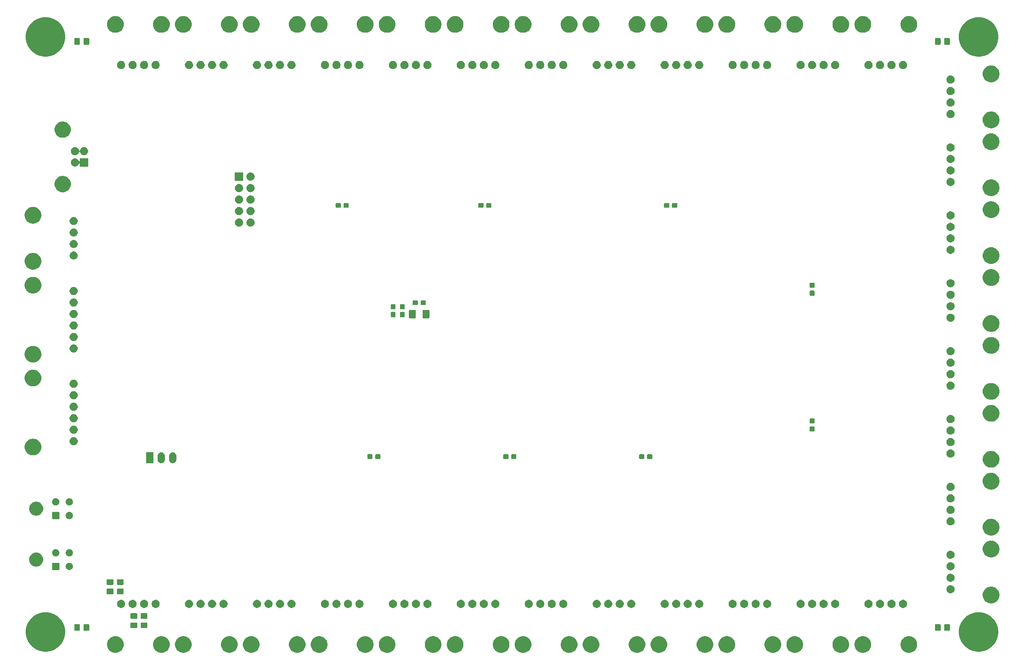
<source format=gbr>
G04 #@! TF.GenerationSoftware,KiCad,Pcbnew,(5.1.0)-1*
G04 #@! TF.CreationDate,2020-06-11T10:08:41-02:30*
G04 #@! TF.ProjectId,PCB_Morro_Bay,5043425f-4d6f-4727-926f-5f4261792e6b,A*
G04 #@! TF.SameCoordinates,Original*
G04 #@! TF.FileFunction,Soldermask,Bot*
G04 #@! TF.FilePolarity,Negative*
%FSLAX46Y46*%
G04 Gerber Fmt 4.6, Leading zero omitted, Abs format (unit mm)*
G04 Created by KiCad (PCBNEW (5.1.0)-1) date 2020-06-11 10:08:41*
%MOMM*%
%LPD*%
G04 APERTURE LIST*
%ADD10C,0.100000*%
G04 APERTURE END LIST*
D10*
G36*
X134191113Y-197944567D02*
G01*
X134369917Y-197980133D01*
X134509448Y-198037929D01*
X134706776Y-198119664D01*
X135009943Y-198322234D01*
X135267766Y-198580057D01*
X135470336Y-198883224D01*
X135609867Y-199220084D01*
X135681000Y-199577691D01*
X135681000Y-199942309D01*
X135609867Y-200299916D01*
X135470336Y-200636776D01*
X135267766Y-200939943D01*
X135009943Y-201197766D01*
X134706776Y-201400336D01*
X134509448Y-201482071D01*
X134369917Y-201539867D01*
X134191112Y-201575434D01*
X134012309Y-201611000D01*
X133647691Y-201611000D01*
X133468888Y-201575434D01*
X133290083Y-201539867D01*
X133150552Y-201482071D01*
X132953224Y-201400336D01*
X132650057Y-201197766D01*
X132392234Y-200939943D01*
X132189664Y-200636776D01*
X132050133Y-200299916D01*
X131979000Y-199942309D01*
X131979000Y-199577691D01*
X132050133Y-199220084D01*
X132189664Y-198883224D01*
X132392234Y-198580057D01*
X132650057Y-198322234D01*
X132953224Y-198119664D01*
X133150552Y-198037929D01*
X133290083Y-197980133D01*
X133468887Y-197944567D01*
X133647691Y-197909000D01*
X134012309Y-197909000D01*
X134191113Y-197944567D01*
X134191113Y-197944567D01*
G37*
G36*
X224191113Y-197944567D02*
G01*
X224369917Y-197980133D01*
X224509448Y-198037929D01*
X224706776Y-198119664D01*
X225009943Y-198322234D01*
X225267766Y-198580057D01*
X225470336Y-198883224D01*
X225609867Y-199220084D01*
X225681000Y-199577691D01*
X225681000Y-199942309D01*
X225609867Y-200299916D01*
X225470336Y-200636776D01*
X225267766Y-200939943D01*
X225009943Y-201197766D01*
X224706776Y-201400336D01*
X224509448Y-201482071D01*
X224369917Y-201539867D01*
X224191112Y-201575434D01*
X224012309Y-201611000D01*
X223647691Y-201611000D01*
X223468888Y-201575434D01*
X223290083Y-201539867D01*
X223150552Y-201482071D01*
X222953224Y-201400336D01*
X222650057Y-201197766D01*
X222392234Y-200939943D01*
X222189664Y-200636776D01*
X222050133Y-200299916D01*
X221979000Y-199942309D01*
X221979000Y-199577691D01*
X222050133Y-199220084D01*
X222189664Y-198883224D01*
X222392234Y-198580057D01*
X222650057Y-198322234D01*
X222953224Y-198119664D01*
X223150552Y-198037929D01*
X223290083Y-197980133D01*
X223468887Y-197944567D01*
X223647691Y-197909000D01*
X224012309Y-197909000D01*
X224191113Y-197944567D01*
X224191113Y-197944567D01*
G37*
G36*
X299191113Y-197944567D02*
G01*
X299369917Y-197980133D01*
X299509448Y-198037929D01*
X299706776Y-198119664D01*
X300009943Y-198322234D01*
X300267766Y-198580057D01*
X300470336Y-198883224D01*
X300609867Y-199220084D01*
X300681000Y-199577691D01*
X300681000Y-199942309D01*
X300609867Y-200299916D01*
X300470336Y-200636776D01*
X300267766Y-200939943D01*
X300009943Y-201197766D01*
X299706776Y-201400336D01*
X299509448Y-201482071D01*
X299369917Y-201539867D01*
X299191112Y-201575434D01*
X299012309Y-201611000D01*
X298647691Y-201611000D01*
X298468888Y-201575434D01*
X298290083Y-201539867D01*
X298150552Y-201482071D01*
X297953224Y-201400336D01*
X297650057Y-201197766D01*
X297392234Y-200939943D01*
X297189664Y-200636776D01*
X297050133Y-200299916D01*
X296979000Y-199942309D01*
X296979000Y-199577691D01*
X297050133Y-199220084D01*
X297189664Y-198883224D01*
X297392234Y-198580057D01*
X297650057Y-198322234D01*
X297953224Y-198119664D01*
X298150552Y-198037929D01*
X298290083Y-197980133D01*
X298468887Y-197944567D01*
X298647691Y-197909000D01*
X299012309Y-197909000D01*
X299191113Y-197944567D01*
X299191113Y-197944567D01*
G37*
G36*
X274031113Y-197944567D02*
G01*
X274209917Y-197980133D01*
X274349448Y-198037929D01*
X274546776Y-198119664D01*
X274849943Y-198322234D01*
X275107766Y-198580057D01*
X275310336Y-198883224D01*
X275449867Y-199220084D01*
X275521000Y-199577691D01*
X275521000Y-199942309D01*
X275449867Y-200299916D01*
X275310336Y-200636776D01*
X275107766Y-200939943D01*
X274849943Y-201197766D01*
X274546776Y-201400336D01*
X274349448Y-201482071D01*
X274209917Y-201539867D01*
X274031112Y-201575434D01*
X273852309Y-201611000D01*
X273487691Y-201611000D01*
X273308888Y-201575434D01*
X273130083Y-201539867D01*
X272990552Y-201482071D01*
X272793224Y-201400336D01*
X272490057Y-201197766D01*
X272232234Y-200939943D01*
X272029664Y-200636776D01*
X271890133Y-200299916D01*
X271819000Y-199942309D01*
X271819000Y-199577691D01*
X271890133Y-199220084D01*
X272029664Y-198883224D01*
X272232234Y-198580057D01*
X272490057Y-198322234D01*
X272793224Y-198119664D01*
X272990552Y-198037929D01*
X273130083Y-197980133D01*
X273308887Y-197944567D01*
X273487691Y-197909000D01*
X273852309Y-197909000D01*
X274031113Y-197944567D01*
X274031113Y-197944567D01*
G37*
G36*
X284191113Y-197944567D02*
G01*
X284369917Y-197980133D01*
X284509448Y-198037929D01*
X284706776Y-198119664D01*
X285009943Y-198322234D01*
X285267766Y-198580057D01*
X285470336Y-198883224D01*
X285609867Y-199220084D01*
X285681000Y-199577691D01*
X285681000Y-199942309D01*
X285609867Y-200299916D01*
X285470336Y-200636776D01*
X285267766Y-200939943D01*
X285009943Y-201197766D01*
X284706776Y-201400336D01*
X284509448Y-201482071D01*
X284369917Y-201539867D01*
X284191112Y-201575434D01*
X284012309Y-201611000D01*
X283647691Y-201611000D01*
X283468888Y-201575434D01*
X283290083Y-201539867D01*
X283150552Y-201482071D01*
X282953224Y-201400336D01*
X282650057Y-201197766D01*
X282392234Y-200939943D01*
X282189664Y-200636776D01*
X282050133Y-200299916D01*
X281979000Y-199942309D01*
X281979000Y-199577691D01*
X282050133Y-199220084D01*
X282189664Y-198883224D01*
X282392234Y-198580057D01*
X282650057Y-198322234D01*
X282953224Y-198119664D01*
X283150552Y-198037929D01*
X283290083Y-197980133D01*
X283468887Y-197944567D01*
X283647691Y-197909000D01*
X284012309Y-197909000D01*
X284191113Y-197944567D01*
X284191113Y-197944567D01*
G37*
G36*
X259031113Y-197944567D02*
G01*
X259209917Y-197980133D01*
X259349448Y-198037929D01*
X259546776Y-198119664D01*
X259849943Y-198322234D01*
X260107766Y-198580057D01*
X260310336Y-198883224D01*
X260449867Y-199220084D01*
X260521000Y-199577691D01*
X260521000Y-199942309D01*
X260449867Y-200299916D01*
X260310336Y-200636776D01*
X260107766Y-200939943D01*
X259849943Y-201197766D01*
X259546776Y-201400336D01*
X259349448Y-201482071D01*
X259209917Y-201539867D01*
X259031112Y-201575434D01*
X258852309Y-201611000D01*
X258487691Y-201611000D01*
X258308888Y-201575434D01*
X258130083Y-201539867D01*
X257990552Y-201482071D01*
X257793224Y-201400336D01*
X257490057Y-201197766D01*
X257232234Y-200939943D01*
X257029664Y-200636776D01*
X256890133Y-200299916D01*
X256819000Y-199942309D01*
X256819000Y-199577691D01*
X256890133Y-199220084D01*
X257029664Y-198883224D01*
X257232234Y-198580057D01*
X257490057Y-198322234D01*
X257793224Y-198119664D01*
X257990552Y-198037929D01*
X258130083Y-197980133D01*
X258308887Y-197944567D01*
X258487691Y-197909000D01*
X258852309Y-197909000D01*
X259031113Y-197944567D01*
X259031113Y-197944567D01*
G37*
G36*
X269191113Y-197944567D02*
G01*
X269369917Y-197980133D01*
X269509448Y-198037929D01*
X269706776Y-198119664D01*
X270009943Y-198322234D01*
X270267766Y-198580057D01*
X270470336Y-198883224D01*
X270609867Y-199220084D01*
X270681000Y-199577691D01*
X270681000Y-199942309D01*
X270609867Y-200299916D01*
X270470336Y-200636776D01*
X270267766Y-200939943D01*
X270009943Y-201197766D01*
X269706776Y-201400336D01*
X269509448Y-201482071D01*
X269369917Y-201539867D01*
X269191112Y-201575434D01*
X269012309Y-201611000D01*
X268647691Y-201611000D01*
X268468888Y-201575434D01*
X268290083Y-201539867D01*
X268150552Y-201482071D01*
X267953224Y-201400336D01*
X267650057Y-201197766D01*
X267392234Y-200939943D01*
X267189664Y-200636776D01*
X267050133Y-200299916D01*
X266979000Y-199942309D01*
X266979000Y-199577691D01*
X267050133Y-199220084D01*
X267189664Y-198883224D01*
X267392234Y-198580057D01*
X267650057Y-198322234D01*
X267953224Y-198119664D01*
X268150552Y-198037929D01*
X268290083Y-197980133D01*
X268468887Y-197944567D01*
X268647691Y-197909000D01*
X269012309Y-197909000D01*
X269191113Y-197944567D01*
X269191113Y-197944567D01*
G37*
G36*
X244031113Y-197944567D02*
G01*
X244209917Y-197980133D01*
X244349448Y-198037929D01*
X244546776Y-198119664D01*
X244849943Y-198322234D01*
X245107766Y-198580057D01*
X245310336Y-198883224D01*
X245449867Y-199220084D01*
X245521000Y-199577691D01*
X245521000Y-199942309D01*
X245449867Y-200299916D01*
X245310336Y-200636776D01*
X245107766Y-200939943D01*
X244849943Y-201197766D01*
X244546776Y-201400336D01*
X244349448Y-201482071D01*
X244209917Y-201539867D01*
X244031112Y-201575434D01*
X243852309Y-201611000D01*
X243487691Y-201611000D01*
X243308888Y-201575434D01*
X243130083Y-201539867D01*
X242990552Y-201482071D01*
X242793224Y-201400336D01*
X242490057Y-201197766D01*
X242232234Y-200939943D01*
X242029664Y-200636776D01*
X241890133Y-200299916D01*
X241819000Y-199942309D01*
X241819000Y-199577691D01*
X241890133Y-199220084D01*
X242029664Y-198883224D01*
X242232234Y-198580057D01*
X242490057Y-198322234D01*
X242793224Y-198119664D01*
X242990552Y-198037929D01*
X243130083Y-197980133D01*
X243308887Y-197944567D01*
X243487691Y-197909000D01*
X243852309Y-197909000D01*
X244031113Y-197944567D01*
X244031113Y-197944567D01*
G37*
G36*
X254191113Y-197944567D02*
G01*
X254369917Y-197980133D01*
X254509448Y-198037929D01*
X254706776Y-198119664D01*
X255009943Y-198322234D01*
X255267766Y-198580057D01*
X255470336Y-198883224D01*
X255609867Y-199220084D01*
X255681000Y-199577691D01*
X255681000Y-199942309D01*
X255609867Y-200299916D01*
X255470336Y-200636776D01*
X255267766Y-200939943D01*
X255009943Y-201197766D01*
X254706776Y-201400336D01*
X254509448Y-201482071D01*
X254369917Y-201539867D01*
X254191112Y-201575434D01*
X254012309Y-201611000D01*
X253647691Y-201611000D01*
X253468888Y-201575434D01*
X253290083Y-201539867D01*
X253150552Y-201482071D01*
X252953224Y-201400336D01*
X252650057Y-201197766D01*
X252392234Y-200939943D01*
X252189664Y-200636776D01*
X252050133Y-200299916D01*
X251979000Y-199942309D01*
X251979000Y-199577691D01*
X252050133Y-199220084D01*
X252189664Y-198883224D01*
X252392234Y-198580057D01*
X252650057Y-198322234D01*
X252953224Y-198119664D01*
X253150552Y-198037929D01*
X253290083Y-197980133D01*
X253468887Y-197944567D01*
X253647691Y-197909000D01*
X254012309Y-197909000D01*
X254191113Y-197944567D01*
X254191113Y-197944567D01*
G37*
G36*
X229031113Y-197944567D02*
G01*
X229209917Y-197980133D01*
X229349448Y-198037929D01*
X229546776Y-198119664D01*
X229849943Y-198322234D01*
X230107766Y-198580057D01*
X230310336Y-198883224D01*
X230449867Y-199220084D01*
X230521000Y-199577691D01*
X230521000Y-199942309D01*
X230449867Y-200299916D01*
X230310336Y-200636776D01*
X230107766Y-200939943D01*
X229849943Y-201197766D01*
X229546776Y-201400336D01*
X229349448Y-201482071D01*
X229209917Y-201539867D01*
X229031112Y-201575434D01*
X228852309Y-201611000D01*
X228487691Y-201611000D01*
X228308888Y-201575434D01*
X228130083Y-201539867D01*
X227990552Y-201482071D01*
X227793224Y-201400336D01*
X227490057Y-201197766D01*
X227232234Y-200939943D01*
X227029664Y-200636776D01*
X226890133Y-200299916D01*
X226819000Y-199942309D01*
X226819000Y-199577691D01*
X226890133Y-199220084D01*
X227029664Y-198883224D01*
X227232234Y-198580057D01*
X227490057Y-198322234D01*
X227793224Y-198119664D01*
X227990552Y-198037929D01*
X228130083Y-197980133D01*
X228308887Y-197944567D01*
X228487691Y-197909000D01*
X228852309Y-197909000D01*
X229031113Y-197944567D01*
X229031113Y-197944567D01*
G37*
G36*
X239191113Y-197944567D02*
G01*
X239369917Y-197980133D01*
X239509448Y-198037929D01*
X239706776Y-198119664D01*
X240009943Y-198322234D01*
X240267766Y-198580057D01*
X240470336Y-198883224D01*
X240609867Y-199220084D01*
X240681000Y-199577691D01*
X240681000Y-199942309D01*
X240609867Y-200299916D01*
X240470336Y-200636776D01*
X240267766Y-200939943D01*
X240009943Y-201197766D01*
X239706776Y-201400336D01*
X239509448Y-201482071D01*
X239369917Y-201539867D01*
X239191112Y-201575434D01*
X239012309Y-201611000D01*
X238647691Y-201611000D01*
X238468888Y-201575434D01*
X238290083Y-201539867D01*
X238150552Y-201482071D01*
X237953224Y-201400336D01*
X237650057Y-201197766D01*
X237392234Y-200939943D01*
X237189664Y-200636776D01*
X237050133Y-200299916D01*
X236979000Y-199942309D01*
X236979000Y-199577691D01*
X237050133Y-199220084D01*
X237189664Y-198883224D01*
X237392234Y-198580057D01*
X237650057Y-198322234D01*
X237953224Y-198119664D01*
X238150552Y-198037929D01*
X238290083Y-197980133D01*
X238468887Y-197944567D01*
X238647691Y-197909000D01*
X239012309Y-197909000D01*
X239191113Y-197944567D01*
X239191113Y-197944567D01*
G37*
G36*
X214031113Y-197944567D02*
G01*
X214209917Y-197980133D01*
X214349448Y-198037929D01*
X214546776Y-198119664D01*
X214849943Y-198322234D01*
X215107766Y-198580057D01*
X215310336Y-198883224D01*
X215449867Y-199220084D01*
X215521000Y-199577691D01*
X215521000Y-199942309D01*
X215449867Y-200299916D01*
X215310336Y-200636776D01*
X215107766Y-200939943D01*
X214849943Y-201197766D01*
X214546776Y-201400336D01*
X214349448Y-201482071D01*
X214209917Y-201539867D01*
X214031112Y-201575434D01*
X213852309Y-201611000D01*
X213487691Y-201611000D01*
X213308888Y-201575434D01*
X213130083Y-201539867D01*
X212990552Y-201482071D01*
X212793224Y-201400336D01*
X212490057Y-201197766D01*
X212232234Y-200939943D01*
X212029664Y-200636776D01*
X211890133Y-200299916D01*
X211819000Y-199942309D01*
X211819000Y-199577691D01*
X211890133Y-199220084D01*
X212029664Y-198883224D01*
X212232234Y-198580057D01*
X212490057Y-198322234D01*
X212793224Y-198119664D01*
X212990552Y-198037929D01*
X213130083Y-197980133D01*
X213308887Y-197944567D01*
X213487691Y-197909000D01*
X213852309Y-197909000D01*
X214031113Y-197944567D01*
X214031113Y-197944567D01*
G37*
G36*
X289031113Y-197944567D02*
G01*
X289209917Y-197980133D01*
X289349448Y-198037929D01*
X289546776Y-198119664D01*
X289849943Y-198322234D01*
X290107766Y-198580057D01*
X290310336Y-198883224D01*
X290449867Y-199220084D01*
X290521000Y-199577691D01*
X290521000Y-199942309D01*
X290449867Y-200299916D01*
X290310336Y-200636776D01*
X290107766Y-200939943D01*
X289849943Y-201197766D01*
X289546776Y-201400336D01*
X289349448Y-201482071D01*
X289209917Y-201539867D01*
X289031112Y-201575434D01*
X288852309Y-201611000D01*
X288487691Y-201611000D01*
X288308888Y-201575434D01*
X288130083Y-201539867D01*
X287990552Y-201482071D01*
X287793224Y-201400336D01*
X287490057Y-201197766D01*
X287232234Y-200939943D01*
X287029664Y-200636776D01*
X286890133Y-200299916D01*
X286819000Y-199942309D01*
X286819000Y-199577691D01*
X286890133Y-199220084D01*
X287029664Y-198883224D01*
X287232234Y-198580057D01*
X287490057Y-198322234D01*
X287793224Y-198119664D01*
X287990552Y-198037929D01*
X288130083Y-197980133D01*
X288308887Y-197944567D01*
X288487691Y-197909000D01*
X288852309Y-197909000D01*
X289031113Y-197944567D01*
X289031113Y-197944567D01*
G37*
G36*
X209191113Y-197944567D02*
G01*
X209369917Y-197980133D01*
X209509448Y-198037929D01*
X209706776Y-198119664D01*
X210009943Y-198322234D01*
X210267766Y-198580057D01*
X210470336Y-198883224D01*
X210609867Y-199220084D01*
X210681000Y-199577691D01*
X210681000Y-199942309D01*
X210609867Y-200299916D01*
X210470336Y-200636776D01*
X210267766Y-200939943D01*
X210009943Y-201197766D01*
X209706776Y-201400336D01*
X209509448Y-201482071D01*
X209369917Y-201539867D01*
X209191112Y-201575434D01*
X209012309Y-201611000D01*
X208647691Y-201611000D01*
X208468888Y-201575434D01*
X208290083Y-201539867D01*
X208150552Y-201482071D01*
X207953224Y-201400336D01*
X207650057Y-201197766D01*
X207392234Y-200939943D01*
X207189664Y-200636776D01*
X207050133Y-200299916D01*
X206979000Y-199942309D01*
X206979000Y-199577691D01*
X207050133Y-199220084D01*
X207189664Y-198883224D01*
X207392234Y-198580057D01*
X207650057Y-198322234D01*
X207953224Y-198119664D01*
X208150552Y-198037929D01*
X208290083Y-197980133D01*
X208468887Y-197944567D01*
X208647691Y-197909000D01*
X209012309Y-197909000D01*
X209191113Y-197944567D01*
X209191113Y-197944567D01*
G37*
G36*
X184031113Y-197944567D02*
G01*
X184209917Y-197980133D01*
X184349448Y-198037929D01*
X184546776Y-198119664D01*
X184849943Y-198322234D01*
X185107766Y-198580057D01*
X185310336Y-198883224D01*
X185449867Y-199220084D01*
X185521000Y-199577691D01*
X185521000Y-199942309D01*
X185449867Y-200299916D01*
X185310336Y-200636776D01*
X185107766Y-200939943D01*
X184849943Y-201197766D01*
X184546776Y-201400336D01*
X184349448Y-201482071D01*
X184209917Y-201539867D01*
X184031112Y-201575434D01*
X183852309Y-201611000D01*
X183487691Y-201611000D01*
X183308888Y-201575434D01*
X183130083Y-201539867D01*
X182990552Y-201482071D01*
X182793224Y-201400336D01*
X182490057Y-201197766D01*
X182232234Y-200939943D01*
X182029664Y-200636776D01*
X181890133Y-200299916D01*
X181819000Y-199942309D01*
X181819000Y-199577691D01*
X181890133Y-199220084D01*
X182029664Y-198883224D01*
X182232234Y-198580057D01*
X182490057Y-198322234D01*
X182793224Y-198119664D01*
X182990552Y-198037929D01*
X183130083Y-197980133D01*
X183308887Y-197944567D01*
X183487691Y-197909000D01*
X183852309Y-197909000D01*
X184031113Y-197944567D01*
X184031113Y-197944567D01*
G37*
G36*
X194191113Y-197944567D02*
G01*
X194369917Y-197980133D01*
X194509448Y-198037929D01*
X194706776Y-198119664D01*
X195009943Y-198322234D01*
X195267766Y-198580057D01*
X195470336Y-198883224D01*
X195609867Y-199220084D01*
X195681000Y-199577691D01*
X195681000Y-199942309D01*
X195609867Y-200299916D01*
X195470336Y-200636776D01*
X195267766Y-200939943D01*
X195009943Y-201197766D01*
X194706776Y-201400336D01*
X194509448Y-201482071D01*
X194369917Y-201539867D01*
X194191112Y-201575434D01*
X194012309Y-201611000D01*
X193647691Y-201611000D01*
X193468888Y-201575434D01*
X193290083Y-201539867D01*
X193150552Y-201482071D01*
X192953224Y-201400336D01*
X192650057Y-201197766D01*
X192392234Y-200939943D01*
X192189664Y-200636776D01*
X192050133Y-200299916D01*
X191979000Y-199942309D01*
X191979000Y-199577691D01*
X192050133Y-199220084D01*
X192189664Y-198883224D01*
X192392234Y-198580057D01*
X192650057Y-198322234D01*
X192953224Y-198119664D01*
X193150552Y-198037929D01*
X193290083Y-197980133D01*
X193468887Y-197944567D01*
X193647691Y-197909000D01*
X194012309Y-197909000D01*
X194191113Y-197944567D01*
X194191113Y-197944567D01*
G37*
G36*
X169031113Y-197944567D02*
G01*
X169209917Y-197980133D01*
X169349448Y-198037929D01*
X169546776Y-198119664D01*
X169849943Y-198322234D01*
X170107766Y-198580057D01*
X170310336Y-198883224D01*
X170449867Y-199220084D01*
X170521000Y-199577691D01*
X170521000Y-199942309D01*
X170449867Y-200299916D01*
X170310336Y-200636776D01*
X170107766Y-200939943D01*
X169849943Y-201197766D01*
X169546776Y-201400336D01*
X169349448Y-201482071D01*
X169209917Y-201539867D01*
X169031112Y-201575434D01*
X168852309Y-201611000D01*
X168487691Y-201611000D01*
X168308888Y-201575434D01*
X168130083Y-201539867D01*
X167990552Y-201482071D01*
X167793224Y-201400336D01*
X167490057Y-201197766D01*
X167232234Y-200939943D01*
X167029664Y-200636776D01*
X166890133Y-200299916D01*
X166819000Y-199942309D01*
X166819000Y-199577691D01*
X166890133Y-199220084D01*
X167029664Y-198883224D01*
X167232234Y-198580057D01*
X167490057Y-198322234D01*
X167793224Y-198119664D01*
X167990552Y-198037929D01*
X168130083Y-197980133D01*
X168308887Y-197944567D01*
X168487691Y-197909000D01*
X168852309Y-197909000D01*
X169031113Y-197944567D01*
X169031113Y-197944567D01*
G37*
G36*
X179191113Y-197944567D02*
G01*
X179369917Y-197980133D01*
X179509448Y-198037929D01*
X179706776Y-198119664D01*
X180009943Y-198322234D01*
X180267766Y-198580057D01*
X180470336Y-198883224D01*
X180609867Y-199220084D01*
X180681000Y-199577691D01*
X180681000Y-199942309D01*
X180609867Y-200299916D01*
X180470336Y-200636776D01*
X180267766Y-200939943D01*
X180009943Y-201197766D01*
X179706776Y-201400336D01*
X179509448Y-201482071D01*
X179369917Y-201539867D01*
X179191112Y-201575434D01*
X179012309Y-201611000D01*
X178647691Y-201611000D01*
X178468888Y-201575434D01*
X178290083Y-201539867D01*
X178150552Y-201482071D01*
X177953224Y-201400336D01*
X177650057Y-201197766D01*
X177392234Y-200939943D01*
X177189664Y-200636776D01*
X177050133Y-200299916D01*
X176979000Y-199942309D01*
X176979000Y-199577691D01*
X177050133Y-199220084D01*
X177189664Y-198883224D01*
X177392234Y-198580057D01*
X177650057Y-198322234D01*
X177953224Y-198119664D01*
X178150552Y-198037929D01*
X178290083Y-197980133D01*
X178468887Y-197944567D01*
X178647691Y-197909000D01*
X179012309Y-197909000D01*
X179191113Y-197944567D01*
X179191113Y-197944567D01*
G37*
G36*
X154031113Y-197944567D02*
G01*
X154209917Y-197980133D01*
X154349448Y-198037929D01*
X154546776Y-198119664D01*
X154849943Y-198322234D01*
X155107766Y-198580057D01*
X155310336Y-198883224D01*
X155449867Y-199220084D01*
X155521000Y-199577691D01*
X155521000Y-199942309D01*
X155449867Y-200299916D01*
X155310336Y-200636776D01*
X155107766Y-200939943D01*
X154849943Y-201197766D01*
X154546776Y-201400336D01*
X154349448Y-201482071D01*
X154209917Y-201539867D01*
X154031112Y-201575434D01*
X153852309Y-201611000D01*
X153487691Y-201611000D01*
X153308888Y-201575434D01*
X153130083Y-201539867D01*
X152990552Y-201482071D01*
X152793224Y-201400336D01*
X152490057Y-201197766D01*
X152232234Y-200939943D01*
X152029664Y-200636776D01*
X151890133Y-200299916D01*
X151819000Y-199942309D01*
X151819000Y-199577691D01*
X151890133Y-199220084D01*
X152029664Y-198883224D01*
X152232234Y-198580057D01*
X152490057Y-198322234D01*
X152793224Y-198119664D01*
X152990552Y-198037929D01*
X153130083Y-197980133D01*
X153308887Y-197944567D01*
X153487691Y-197909000D01*
X153852309Y-197909000D01*
X154031113Y-197944567D01*
X154031113Y-197944567D01*
G37*
G36*
X164191113Y-197944567D02*
G01*
X164369917Y-197980133D01*
X164509448Y-198037929D01*
X164706776Y-198119664D01*
X165009943Y-198322234D01*
X165267766Y-198580057D01*
X165470336Y-198883224D01*
X165609867Y-199220084D01*
X165681000Y-199577691D01*
X165681000Y-199942309D01*
X165609867Y-200299916D01*
X165470336Y-200636776D01*
X165267766Y-200939943D01*
X165009943Y-201197766D01*
X164706776Y-201400336D01*
X164509448Y-201482071D01*
X164369917Y-201539867D01*
X164191112Y-201575434D01*
X164012309Y-201611000D01*
X163647691Y-201611000D01*
X163468888Y-201575434D01*
X163290083Y-201539867D01*
X163150552Y-201482071D01*
X162953224Y-201400336D01*
X162650057Y-201197766D01*
X162392234Y-200939943D01*
X162189664Y-200636776D01*
X162050133Y-200299916D01*
X161979000Y-199942309D01*
X161979000Y-199577691D01*
X162050133Y-199220084D01*
X162189664Y-198883224D01*
X162392234Y-198580057D01*
X162650057Y-198322234D01*
X162953224Y-198119664D01*
X163150552Y-198037929D01*
X163290083Y-197980133D01*
X163468887Y-197944567D01*
X163647691Y-197909000D01*
X164012309Y-197909000D01*
X164191113Y-197944567D01*
X164191113Y-197944567D01*
G37*
G36*
X139031113Y-197944567D02*
G01*
X139209917Y-197980133D01*
X139349448Y-198037929D01*
X139546776Y-198119664D01*
X139849943Y-198322234D01*
X140107766Y-198580057D01*
X140310336Y-198883224D01*
X140449867Y-199220084D01*
X140521000Y-199577691D01*
X140521000Y-199942309D01*
X140449867Y-200299916D01*
X140310336Y-200636776D01*
X140107766Y-200939943D01*
X139849943Y-201197766D01*
X139546776Y-201400336D01*
X139349448Y-201482071D01*
X139209917Y-201539867D01*
X139031112Y-201575434D01*
X138852309Y-201611000D01*
X138487691Y-201611000D01*
X138308888Y-201575434D01*
X138130083Y-201539867D01*
X137990552Y-201482071D01*
X137793224Y-201400336D01*
X137490057Y-201197766D01*
X137232234Y-200939943D01*
X137029664Y-200636776D01*
X136890133Y-200299916D01*
X136819000Y-199942309D01*
X136819000Y-199577691D01*
X136890133Y-199220084D01*
X137029664Y-198883224D01*
X137232234Y-198580057D01*
X137490057Y-198322234D01*
X137793224Y-198119664D01*
X137990552Y-198037929D01*
X138130083Y-197980133D01*
X138308887Y-197944567D01*
X138487691Y-197909000D01*
X138852309Y-197909000D01*
X139031113Y-197944567D01*
X139031113Y-197944567D01*
G37*
G36*
X149191113Y-197944567D02*
G01*
X149369917Y-197980133D01*
X149509448Y-198037929D01*
X149706776Y-198119664D01*
X150009943Y-198322234D01*
X150267766Y-198580057D01*
X150470336Y-198883224D01*
X150609867Y-199220084D01*
X150681000Y-199577691D01*
X150681000Y-199942309D01*
X150609867Y-200299916D01*
X150470336Y-200636776D01*
X150267766Y-200939943D01*
X150009943Y-201197766D01*
X149706776Y-201400336D01*
X149509448Y-201482071D01*
X149369917Y-201539867D01*
X149191112Y-201575434D01*
X149012309Y-201611000D01*
X148647691Y-201611000D01*
X148468888Y-201575434D01*
X148290083Y-201539867D01*
X148150552Y-201482071D01*
X147953224Y-201400336D01*
X147650057Y-201197766D01*
X147392234Y-200939943D01*
X147189664Y-200636776D01*
X147050133Y-200299916D01*
X146979000Y-199942309D01*
X146979000Y-199577691D01*
X147050133Y-199220084D01*
X147189664Y-198883224D01*
X147392234Y-198580057D01*
X147650057Y-198322234D01*
X147953224Y-198119664D01*
X148150552Y-198037929D01*
X148290083Y-197980133D01*
X148468887Y-197944567D01*
X148647691Y-197909000D01*
X149012309Y-197909000D01*
X149191113Y-197944567D01*
X149191113Y-197944567D01*
G37*
G36*
X124031113Y-197944567D02*
G01*
X124209917Y-197980133D01*
X124349448Y-198037929D01*
X124546776Y-198119664D01*
X124849943Y-198322234D01*
X125107766Y-198580057D01*
X125310336Y-198883224D01*
X125449867Y-199220084D01*
X125521000Y-199577691D01*
X125521000Y-199942309D01*
X125449867Y-200299916D01*
X125310336Y-200636776D01*
X125107766Y-200939943D01*
X124849943Y-201197766D01*
X124546776Y-201400336D01*
X124349448Y-201482071D01*
X124209917Y-201539867D01*
X124031112Y-201575434D01*
X123852309Y-201611000D01*
X123487691Y-201611000D01*
X123308888Y-201575434D01*
X123130083Y-201539867D01*
X122990552Y-201482071D01*
X122793224Y-201400336D01*
X122490057Y-201197766D01*
X122232234Y-200939943D01*
X122029664Y-200636776D01*
X121890133Y-200299916D01*
X121819000Y-199942309D01*
X121819000Y-199577691D01*
X121890133Y-199220084D01*
X122029664Y-198883224D01*
X122232234Y-198580057D01*
X122490057Y-198322234D01*
X122793224Y-198119664D01*
X122990552Y-198037929D01*
X123130083Y-197980133D01*
X123308887Y-197944567D01*
X123487691Y-197909000D01*
X123852309Y-197909000D01*
X124031113Y-197944567D01*
X124031113Y-197944567D01*
G37*
G36*
X199031113Y-197944567D02*
G01*
X199209917Y-197980133D01*
X199349448Y-198037929D01*
X199546776Y-198119664D01*
X199849943Y-198322234D01*
X200107766Y-198580057D01*
X200310336Y-198883224D01*
X200449867Y-199220084D01*
X200521000Y-199577691D01*
X200521000Y-199942309D01*
X200449867Y-200299916D01*
X200310336Y-200636776D01*
X200107766Y-200939943D01*
X199849943Y-201197766D01*
X199546776Y-201400336D01*
X199349448Y-201482071D01*
X199209917Y-201539867D01*
X199031112Y-201575434D01*
X198852309Y-201611000D01*
X198487691Y-201611000D01*
X198308888Y-201575434D01*
X198130083Y-201539867D01*
X197990552Y-201482071D01*
X197793224Y-201400336D01*
X197490057Y-201197766D01*
X197232234Y-200939943D01*
X197029664Y-200636776D01*
X196890133Y-200299916D01*
X196819000Y-199942309D01*
X196819000Y-199577691D01*
X196890133Y-199220084D01*
X197029664Y-198883224D01*
X197232234Y-198580057D01*
X197490057Y-198322234D01*
X197793224Y-198119664D01*
X197990552Y-198037929D01*
X198130083Y-197980133D01*
X198308887Y-197944567D01*
X198487691Y-197909000D01*
X198852309Y-197909000D01*
X199031113Y-197944567D01*
X199031113Y-197944567D01*
G37*
G36*
X108798156Y-192672794D02*
G01*
X109519140Y-192816206D01*
X110310972Y-193144193D01*
X111023601Y-193620357D01*
X111629643Y-194226399D01*
X112105807Y-194939028D01*
X112433794Y-195730860D01*
X112601000Y-196571464D01*
X112601000Y-197428536D01*
X112433794Y-198269140D01*
X112105807Y-199060972D01*
X111629643Y-199773601D01*
X111023601Y-200379643D01*
X110310972Y-200855807D01*
X109519140Y-201183794D01*
X108798156Y-201327206D01*
X108678537Y-201351000D01*
X107821463Y-201351000D01*
X107701844Y-201327206D01*
X106980860Y-201183794D01*
X106189028Y-200855807D01*
X105476399Y-200379643D01*
X104870357Y-199773601D01*
X104394193Y-199060972D01*
X104066206Y-198269140D01*
X103899000Y-197428536D01*
X103899000Y-196571464D01*
X104066206Y-195730860D01*
X104394193Y-194939028D01*
X104870357Y-194226399D01*
X105476399Y-193620357D01*
X106189028Y-193144193D01*
X106980860Y-192816206D01*
X107701844Y-192672794D01*
X107821463Y-192649000D01*
X108678537Y-192649000D01*
X108798156Y-192672794D01*
X108798156Y-192672794D01*
G37*
G36*
X314798156Y-192672794D02*
G01*
X315519140Y-192816206D01*
X316310972Y-193144193D01*
X317023601Y-193620357D01*
X317629643Y-194226399D01*
X318105807Y-194939028D01*
X318433794Y-195730860D01*
X318601000Y-196571464D01*
X318601000Y-197428536D01*
X318433794Y-198269140D01*
X318105807Y-199060972D01*
X317629643Y-199773601D01*
X317023601Y-200379643D01*
X316310972Y-200855807D01*
X315519140Y-201183794D01*
X314798156Y-201327206D01*
X314678537Y-201351000D01*
X313821463Y-201351000D01*
X313701844Y-201327206D01*
X312980860Y-201183794D01*
X312189028Y-200855807D01*
X311476399Y-200379643D01*
X310870357Y-199773601D01*
X310394193Y-199060972D01*
X310066206Y-198269140D01*
X309899000Y-197428536D01*
X309899000Y-196571464D01*
X310066206Y-195730860D01*
X310394193Y-194939028D01*
X310870357Y-194226399D01*
X311476399Y-193620357D01*
X312189028Y-193144193D01*
X312980860Y-192816206D01*
X313701844Y-192672794D01*
X313821463Y-192649000D01*
X314678537Y-192649000D01*
X314798156Y-192672794D01*
X314798156Y-192672794D01*
G37*
G36*
X115688674Y-195253465D02*
G01*
X115726367Y-195264899D01*
X115761103Y-195283466D01*
X115791548Y-195308452D01*
X115816534Y-195338897D01*
X115835101Y-195373633D01*
X115846535Y-195411326D01*
X115851000Y-195456661D01*
X115851000Y-196543339D01*
X115846535Y-196588674D01*
X115835101Y-196626367D01*
X115816534Y-196661103D01*
X115791548Y-196691548D01*
X115761103Y-196716534D01*
X115726367Y-196735101D01*
X115688674Y-196746535D01*
X115643339Y-196751000D01*
X114806661Y-196751000D01*
X114761326Y-196746535D01*
X114723633Y-196735101D01*
X114688897Y-196716534D01*
X114658452Y-196691548D01*
X114633466Y-196661103D01*
X114614899Y-196626367D01*
X114603465Y-196588674D01*
X114599000Y-196543339D01*
X114599000Y-195456661D01*
X114603465Y-195411326D01*
X114614899Y-195373633D01*
X114633466Y-195338897D01*
X114658452Y-195308452D01*
X114688897Y-195283466D01*
X114723633Y-195264899D01*
X114761326Y-195253465D01*
X114806661Y-195249000D01*
X115643339Y-195249000D01*
X115688674Y-195253465D01*
X115688674Y-195253465D01*
G37*
G36*
X117738674Y-195253465D02*
G01*
X117776367Y-195264899D01*
X117811103Y-195283466D01*
X117841548Y-195308452D01*
X117866534Y-195338897D01*
X117885101Y-195373633D01*
X117896535Y-195411326D01*
X117901000Y-195456661D01*
X117901000Y-196543339D01*
X117896535Y-196588674D01*
X117885101Y-196626367D01*
X117866534Y-196661103D01*
X117841548Y-196691548D01*
X117811103Y-196716534D01*
X117776367Y-196735101D01*
X117738674Y-196746535D01*
X117693339Y-196751000D01*
X116856661Y-196751000D01*
X116811326Y-196746535D01*
X116773633Y-196735101D01*
X116738897Y-196716534D01*
X116708452Y-196691548D01*
X116683466Y-196661103D01*
X116664899Y-196626367D01*
X116653465Y-196588674D01*
X116649000Y-196543339D01*
X116649000Y-195456661D01*
X116653465Y-195411326D01*
X116664899Y-195373633D01*
X116683466Y-195338897D01*
X116708452Y-195308452D01*
X116738897Y-195283466D01*
X116773633Y-195264899D01*
X116811326Y-195253465D01*
X116856661Y-195249000D01*
X117693339Y-195249000D01*
X117738674Y-195253465D01*
X117738674Y-195253465D01*
G37*
G36*
X307738674Y-195253465D02*
G01*
X307776367Y-195264899D01*
X307811103Y-195283466D01*
X307841548Y-195308452D01*
X307866534Y-195338897D01*
X307885101Y-195373633D01*
X307896535Y-195411326D01*
X307901000Y-195456661D01*
X307901000Y-196543339D01*
X307896535Y-196588674D01*
X307885101Y-196626367D01*
X307866534Y-196661103D01*
X307841548Y-196691548D01*
X307811103Y-196716534D01*
X307776367Y-196735101D01*
X307738674Y-196746535D01*
X307693339Y-196751000D01*
X306856661Y-196751000D01*
X306811326Y-196746535D01*
X306773633Y-196735101D01*
X306738897Y-196716534D01*
X306708452Y-196691548D01*
X306683466Y-196661103D01*
X306664899Y-196626367D01*
X306653465Y-196588674D01*
X306649000Y-196543339D01*
X306649000Y-195456661D01*
X306653465Y-195411326D01*
X306664899Y-195373633D01*
X306683466Y-195338897D01*
X306708452Y-195308452D01*
X306738897Y-195283466D01*
X306773633Y-195264899D01*
X306811326Y-195253465D01*
X306856661Y-195249000D01*
X307693339Y-195249000D01*
X307738674Y-195253465D01*
X307738674Y-195253465D01*
G37*
G36*
X305688674Y-195253465D02*
G01*
X305726367Y-195264899D01*
X305761103Y-195283466D01*
X305791548Y-195308452D01*
X305816534Y-195338897D01*
X305835101Y-195373633D01*
X305846535Y-195411326D01*
X305851000Y-195456661D01*
X305851000Y-196543339D01*
X305846535Y-196588674D01*
X305835101Y-196626367D01*
X305816534Y-196661103D01*
X305791548Y-196691548D01*
X305761103Y-196716534D01*
X305726367Y-196735101D01*
X305688674Y-196746535D01*
X305643339Y-196751000D01*
X304806661Y-196751000D01*
X304761326Y-196746535D01*
X304723633Y-196735101D01*
X304688897Y-196716534D01*
X304658452Y-196691548D01*
X304633466Y-196661103D01*
X304614899Y-196626367D01*
X304603465Y-196588674D01*
X304599000Y-196543339D01*
X304599000Y-195456661D01*
X304603465Y-195411326D01*
X304614899Y-195373633D01*
X304633466Y-195338897D01*
X304658452Y-195308452D01*
X304688897Y-195283466D01*
X304723633Y-195264899D01*
X304761326Y-195253465D01*
X304806661Y-195249000D01*
X305643339Y-195249000D01*
X305688674Y-195253465D01*
X305688674Y-195253465D01*
G37*
G36*
X128338674Y-194903465D02*
G01*
X128376367Y-194914899D01*
X128411103Y-194933466D01*
X128441548Y-194958452D01*
X128466534Y-194988897D01*
X128485101Y-195023633D01*
X128496535Y-195061326D01*
X128501000Y-195106661D01*
X128501000Y-195943339D01*
X128496535Y-195988674D01*
X128485101Y-196026367D01*
X128466534Y-196061103D01*
X128441548Y-196091548D01*
X128411103Y-196116534D01*
X128376367Y-196135101D01*
X128338674Y-196146535D01*
X128293339Y-196151000D01*
X127206661Y-196151000D01*
X127161326Y-196146535D01*
X127123633Y-196135101D01*
X127088897Y-196116534D01*
X127058452Y-196091548D01*
X127033466Y-196061103D01*
X127014899Y-196026367D01*
X127003465Y-195988674D01*
X126999000Y-195943339D01*
X126999000Y-195106661D01*
X127003465Y-195061326D01*
X127014899Y-195023633D01*
X127033466Y-194988897D01*
X127058452Y-194958452D01*
X127088897Y-194933466D01*
X127123633Y-194914899D01*
X127161326Y-194903465D01*
X127206661Y-194899000D01*
X128293339Y-194899000D01*
X128338674Y-194903465D01*
X128338674Y-194903465D01*
G37*
G36*
X130588674Y-194903465D02*
G01*
X130626367Y-194914899D01*
X130661103Y-194933466D01*
X130691548Y-194958452D01*
X130716534Y-194988897D01*
X130735101Y-195023633D01*
X130746535Y-195061326D01*
X130751000Y-195106661D01*
X130751000Y-195943339D01*
X130746535Y-195988674D01*
X130735101Y-196026367D01*
X130716534Y-196061103D01*
X130691548Y-196091548D01*
X130661103Y-196116534D01*
X130626367Y-196135101D01*
X130588674Y-196146535D01*
X130543339Y-196151000D01*
X129456661Y-196151000D01*
X129411326Y-196146535D01*
X129373633Y-196135101D01*
X129338897Y-196116534D01*
X129308452Y-196091548D01*
X129283466Y-196061103D01*
X129264899Y-196026367D01*
X129253465Y-195988674D01*
X129249000Y-195943339D01*
X129249000Y-195106661D01*
X129253465Y-195061326D01*
X129264899Y-195023633D01*
X129283466Y-194988897D01*
X129308452Y-194958452D01*
X129338897Y-194933466D01*
X129373633Y-194914899D01*
X129411326Y-194903465D01*
X129456661Y-194899000D01*
X130543339Y-194899000D01*
X130588674Y-194903465D01*
X130588674Y-194903465D01*
G37*
G36*
X128338674Y-192853465D02*
G01*
X128376367Y-192864899D01*
X128411103Y-192883466D01*
X128441548Y-192908452D01*
X128466534Y-192938897D01*
X128485101Y-192973633D01*
X128496535Y-193011326D01*
X128501000Y-193056661D01*
X128501000Y-193893339D01*
X128496535Y-193938674D01*
X128485101Y-193976367D01*
X128466534Y-194011103D01*
X128441548Y-194041548D01*
X128411103Y-194066534D01*
X128376367Y-194085101D01*
X128338674Y-194096535D01*
X128293339Y-194101000D01*
X127206661Y-194101000D01*
X127161326Y-194096535D01*
X127123633Y-194085101D01*
X127088897Y-194066534D01*
X127058452Y-194041548D01*
X127033466Y-194011103D01*
X127014899Y-193976367D01*
X127003465Y-193938674D01*
X126999000Y-193893339D01*
X126999000Y-193056661D01*
X127003465Y-193011326D01*
X127014899Y-192973633D01*
X127033466Y-192938897D01*
X127058452Y-192908452D01*
X127088897Y-192883466D01*
X127123633Y-192864899D01*
X127161326Y-192853465D01*
X127206661Y-192849000D01*
X128293339Y-192849000D01*
X128338674Y-192853465D01*
X128338674Y-192853465D01*
G37*
G36*
X130588674Y-192853465D02*
G01*
X130626367Y-192864899D01*
X130661103Y-192883466D01*
X130691548Y-192908452D01*
X130716534Y-192938897D01*
X130735101Y-192973633D01*
X130746535Y-193011326D01*
X130751000Y-193056661D01*
X130751000Y-193893339D01*
X130746535Y-193938674D01*
X130735101Y-193976367D01*
X130716534Y-194011103D01*
X130691548Y-194041548D01*
X130661103Y-194066534D01*
X130626367Y-194085101D01*
X130588674Y-194096535D01*
X130543339Y-194101000D01*
X129456661Y-194101000D01*
X129411326Y-194096535D01*
X129373633Y-194085101D01*
X129338897Y-194066534D01*
X129308452Y-194041548D01*
X129283466Y-194011103D01*
X129264899Y-193976367D01*
X129253465Y-193938674D01*
X129249000Y-193893339D01*
X129249000Y-193056661D01*
X129253465Y-193011326D01*
X129264899Y-192973633D01*
X129283466Y-192938897D01*
X129308452Y-192908452D01*
X129338897Y-192883466D01*
X129373633Y-192864899D01*
X129411326Y-192853465D01*
X129456661Y-192849000D01*
X130543339Y-192849000D01*
X130588674Y-192853465D01*
X130588674Y-192853465D01*
G37*
G36*
X145133512Y-189893927D02*
G01*
X145282812Y-189923624D01*
X145446784Y-189991544D01*
X145594354Y-190090147D01*
X145719853Y-190215646D01*
X145818456Y-190363216D01*
X145886376Y-190527188D01*
X145921000Y-190701259D01*
X145921000Y-190878741D01*
X145886376Y-191052812D01*
X145818456Y-191216784D01*
X145719853Y-191364354D01*
X145594354Y-191489853D01*
X145446784Y-191588456D01*
X145282812Y-191656376D01*
X145133512Y-191686073D01*
X145108742Y-191691000D01*
X144931258Y-191691000D01*
X144906488Y-191686073D01*
X144757188Y-191656376D01*
X144593216Y-191588456D01*
X144445646Y-191489853D01*
X144320147Y-191364354D01*
X144221544Y-191216784D01*
X144153624Y-191052812D01*
X144119000Y-190878741D01*
X144119000Y-190701259D01*
X144153624Y-190527188D01*
X144221544Y-190363216D01*
X144320147Y-190215646D01*
X144445646Y-190090147D01*
X144593216Y-189991544D01*
X144757188Y-189923624D01*
X144906488Y-189893927D01*
X144931258Y-189889000D01*
X145108742Y-189889000D01*
X145133512Y-189893927D01*
X145133512Y-189893927D01*
G37*
G36*
X175133512Y-189893927D02*
G01*
X175282812Y-189923624D01*
X175446784Y-189991544D01*
X175594354Y-190090147D01*
X175719853Y-190215646D01*
X175818456Y-190363216D01*
X175886376Y-190527188D01*
X175921000Y-190701259D01*
X175921000Y-190878741D01*
X175886376Y-191052812D01*
X175818456Y-191216784D01*
X175719853Y-191364354D01*
X175594354Y-191489853D01*
X175446784Y-191588456D01*
X175282812Y-191656376D01*
X175133512Y-191686073D01*
X175108742Y-191691000D01*
X174931258Y-191691000D01*
X174906488Y-191686073D01*
X174757188Y-191656376D01*
X174593216Y-191588456D01*
X174445646Y-191489853D01*
X174320147Y-191364354D01*
X174221544Y-191216784D01*
X174153624Y-191052812D01*
X174119000Y-190878741D01*
X174119000Y-190701259D01*
X174153624Y-190527188D01*
X174221544Y-190363216D01*
X174320147Y-190215646D01*
X174445646Y-190090147D01*
X174593216Y-189991544D01*
X174757188Y-189923624D01*
X174906488Y-189893927D01*
X174931258Y-189889000D01*
X175108742Y-189889000D01*
X175133512Y-189893927D01*
X175133512Y-189893927D01*
G37*
G36*
X177673512Y-189893927D02*
G01*
X177822812Y-189923624D01*
X177986784Y-189991544D01*
X178134354Y-190090147D01*
X178259853Y-190215646D01*
X178358456Y-190363216D01*
X178426376Y-190527188D01*
X178461000Y-190701259D01*
X178461000Y-190878741D01*
X178426376Y-191052812D01*
X178358456Y-191216784D01*
X178259853Y-191364354D01*
X178134354Y-191489853D01*
X177986784Y-191588456D01*
X177822812Y-191656376D01*
X177673512Y-191686073D01*
X177648742Y-191691000D01*
X177471258Y-191691000D01*
X177446488Y-191686073D01*
X177297188Y-191656376D01*
X177133216Y-191588456D01*
X176985646Y-191489853D01*
X176860147Y-191364354D01*
X176761544Y-191216784D01*
X176693624Y-191052812D01*
X176659000Y-190878741D01*
X176659000Y-190701259D01*
X176693624Y-190527188D01*
X176761544Y-190363216D01*
X176860147Y-190215646D01*
X176985646Y-190090147D01*
X177133216Y-189991544D01*
X177297188Y-189923624D01*
X177446488Y-189893927D01*
X177471258Y-189889000D01*
X177648742Y-189889000D01*
X177673512Y-189893927D01*
X177673512Y-189893927D01*
G37*
G36*
X155053512Y-189893927D02*
G01*
X155202812Y-189923624D01*
X155366784Y-189991544D01*
X155514354Y-190090147D01*
X155639853Y-190215646D01*
X155738456Y-190363216D01*
X155806376Y-190527188D01*
X155841000Y-190701259D01*
X155841000Y-190878741D01*
X155806376Y-191052812D01*
X155738456Y-191216784D01*
X155639853Y-191364354D01*
X155514354Y-191489853D01*
X155366784Y-191588456D01*
X155202812Y-191656376D01*
X155053512Y-191686073D01*
X155028742Y-191691000D01*
X154851258Y-191691000D01*
X154826488Y-191686073D01*
X154677188Y-191656376D01*
X154513216Y-191588456D01*
X154365646Y-191489853D01*
X154240147Y-191364354D01*
X154141544Y-191216784D01*
X154073624Y-191052812D01*
X154039000Y-190878741D01*
X154039000Y-190701259D01*
X154073624Y-190527188D01*
X154141544Y-190363216D01*
X154240147Y-190215646D01*
X154365646Y-190090147D01*
X154513216Y-189991544D01*
X154677188Y-189923624D01*
X154826488Y-189893927D01*
X154851258Y-189889000D01*
X155028742Y-189889000D01*
X155053512Y-189893927D01*
X155053512Y-189893927D01*
G37*
G36*
X157593512Y-189893927D02*
G01*
X157742812Y-189923624D01*
X157906784Y-189991544D01*
X158054354Y-190090147D01*
X158179853Y-190215646D01*
X158278456Y-190363216D01*
X158346376Y-190527188D01*
X158381000Y-190701259D01*
X158381000Y-190878741D01*
X158346376Y-191052812D01*
X158278456Y-191216784D01*
X158179853Y-191364354D01*
X158054354Y-191489853D01*
X157906784Y-191588456D01*
X157742812Y-191656376D01*
X157593512Y-191686073D01*
X157568742Y-191691000D01*
X157391258Y-191691000D01*
X157366488Y-191686073D01*
X157217188Y-191656376D01*
X157053216Y-191588456D01*
X156905646Y-191489853D01*
X156780147Y-191364354D01*
X156681544Y-191216784D01*
X156613624Y-191052812D01*
X156579000Y-190878741D01*
X156579000Y-190701259D01*
X156613624Y-190527188D01*
X156681544Y-190363216D01*
X156780147Y-190215646D01*
X156905646Y-190090147D01*
X157053216Y-189991544D01*
X157217188Y-189923624D01*
X157366488Y-189893927D01*
X157391258Y-189889000D01*
X157568742Y-189889000D01*
X157593512Y-189893927D01*
X157593512Y-189893927D01*
G37*
G36*
X160133512Y-189893927D02*
G01*
X160282812Y-189923624D01*
X160446784Y-189991544D01*
X160594354Y-190090147D01*
X160719853Y-190215646D01*
X160818456Y-190363216D01*
X160886376Y-190527188D01*
X160921000Y-190701259D01*
X160921000Y-190878741D01*
X160886376Y-191052812D01*
X160818456Y-191216784D01*
X160719853Y-191364354D01*
X160594354Y-191489853D01*
X160446784Y-191588456D01*
X160282812Y-191656376D01*
X160133512Y-191686073D01*
X160108742Y-191691000D01*
X159931258Y-191691000D01*
X159906488Y-191686073D01*
X159757188Y-191656376D01*
X159593216Y-191588456D01*
X159445646Y-191489853D01*
X159320147Y-191364354D01*
X159221544Y-191216784D01*
X159153624Y-191052812D01*
X159119000Y-190878741D01*
X159119000Y-190701259D01*
X159153624Y-190527188D01*
X159221544Y-190363216D01*
X159320147Y-190215646D01*
X159445646Y-190090147D01*
X159593216Y-189991544D01*
X159757188Y-189923624D01*
X159906488Y-189893927D01*
X159931258Y-189889000D01*
X160108742Y-189889000D01*
X160133512Y-189893927D01*
X160133512Y-189893927D01*
G37*
G36*
X162673512Y-189893927D02*
G01*
X162822812Y-189923624D01*
X162986784Y-189991544D01*
X163134354Y-190090147D01*
X163259853Y-190215646D01*
X163358456Y-190363216D01*
X163426376Y-190527188D01*
X163461000Y-190701259D01*
X163461000Y-190878741D01*
X163426376Y-191052812D01*
X163358456Y-191216784D01*
X163259853Y-191364354D01*
X163134354Y-191489853D01*
X162986784Y-191588456D01*
X162822812Y-191656376D01*
X162673512Y-191686073D01*
X162648742Y-191691000D01*
X162471258Y-191691000D01*
X162446488Y-191686073D01*
X162297188Y-191656376D01*
X162133216Y-191588456D01*
X161985646Y-191489853D01*
X161860147Y-191364354D01*
X161761544Y-191216784D01*
X161693624Y-191052812D01*
X161659000Y-190878741D01*
X161659000Y-190701259D01*
X161693624Y-190527188D01*
X161761544Y-190363216D01*
X161860147Y-190215646D01*
X161985646Y-190090147D01*
X162133216Y-189991544D01*
X162297188Y-189923624D01*
X162446488Y-189893927D01*
X162471258Y-189889000D01*
X162648742Y-189889000D01*
X162673512Y-189893927D01*
X162673512Y-189893927D01*
G37*
G36*
X140053512Y-189893927D02*
G01*
X140202812Y-189923624D01*
X140366784Y-189991544D01*
X140514354Y-190090147D01*
X140639853Y-190215646D01*
X140738456Y-190363216D01*
X140806376Y-190527188D01*
X140841000Y-190701259D01*
X140841000Y-190878741D01*
X140806376Y-191052812D01*
X140738456Y-191216784D01*
X140639853Y-191364354D01*
X140514354Y-191489853D01*
X140366784Y-191588456D01*
X140202812Y-191656376D01*
X140053512Y-191686073D01*
X140028742Y-191691000D01*
X139851258Y-191691000D01*
X139826488Y-191686073D01*
X139677188Y-191656376D01*
X139513216Y-191588456D01*
X139365646Y-191489853D01*
X139240147Y-191364354D01*
X139141544Y-191216784D01*
X139073624Y-191052812D01*
X139039000Y-190878741D01*
X139039000Y-190701259D01*
X139073624Y-190527188D01*
X139141544Y-190363216D01*
X139240147Y-190215646D01*
X139365646Y-190090147D01*
X139513216Y-189991544D01*
X139677188Y-189923624D01*
X139826488Y-189893927D01*
X139851258Y-189889000D01*
X140028742Y-189889000D01*
X140053512Y-189893927D01*
X140053512Y-189893927D01*
G37*
G36*
X142593512Y-189893927D02*
G01*
X142742812Y-189923624D01*
X142906784Y-189991544D01*
X143054354Y-190090147D01*
X143179853Y-190215646D01*
X143278456Y-190363216D01*
X143346376Y-190527188D01*
X143381000Y-190701259D01*
X143381000Y-190878741D01*
X143346376Y-191052812D01*
X143278456Y-191216784D01*
X143179853Y-191364354D01*
X143054354Y-191489853D01*
X142906784Y-191588456D01*
X142742812Y-191656376D01*
X142593512Y-191686073D01*
X142568742Y-191691000D01*
X142391258Y-191691000D01*
X142366488Y-191686073D01*
X142217188Y-191656376D01*
X142053216Y-191588456D01*
X141905646Y-191489853D01*
X141780147Y-191364354D01*
X141681544Y-191216784D01*
X141613624Y-191052812D01*
X141579000Y-190878741D01*
X141579000Y-190701259D01*
X141613624Y-190527188D01*
X141681544Y-190363216D01*
X141780147Y-190215646D01*
X141905646Y-190090147D01*
X142053216Y-189991544D01*
X142217188Y-189923624D01*
X142366488Y-189893927D01*
X142391258Y-189889000D01*
X142568742Y-189889000D01*
X142593512Y-189893927D01*
X142593512Y-189893927D01*
G37*
G36*
X147673512Y-189893927D02*
G01*
X147822812Y-189923624D01*
X147986784Y-189991544D01*
X148134354Y-190090147D01*
X148259853Y-190215646D01*
X148358456Y-190363216D01*
X148426376Y-190527188D01*
X148461000Y-190701259D01*
X148461000Y-190878741D01*
X148426376Y-191052812D01*
X148358456Y-191216784D01*
X148259853Y-191364354D01*
X148134354Y-191489853D01*
X147986784Y-191588456D01*
X147822812Y-191656376D01*
X147673512Y-191686073D01*
X147648742Y-191691000D01*
X147471258Y-191691000D01*
X147446488Y-191686073D01*
X147297188Y-191656376D01*
X147133216Y-191588456D01*
X146985646Y-191489853D01*
X146860147Y-191364354D01*
X146761544Y-191216784D01*
X146693624Y-191052812D01*
X146659000Y-190878741D01*
X146659000Y-190701259D01*
X146693624Y-190527188D01*
X146761544Y-190363216D01*
X146860147Y-190215646D01*
X146985646Y-190090147D01*
X147133216Y-189991544D01*
X147297188Y-189923624D01*
X147446488Y-189893927D01*
X147471258Y-189889000D01*
X147648742Y-189889000D01*
X147673512Y-189893927D01*
X147673512Y-189893927D01*
G37*
G36*
X222673512Y-189893927D02*
G01*
X222822812Y-189923624D01*
X222986784Y-189991544D01*
X223134354Y-190090147D01*
X223259853Y-190215646D01*
X223358456Y-190363216D01*
X223426376Y-190527188D01*
X223461000Y-190701259D01*
X223461000Y-190878741D01*
X223426376Y-191052812D01*
X223358456Y-191216784D01*
X223259853Y-191364354D01*
X223134354Y-191489853D01*
X222986784Y-191588456D01*
X222822812Y-191656376D01*
X222673512Y-191686073D01*
X222648742Y-191691000D01*
X222471258Y-191691000D01*
X222446488Y-191686073D01*
X222297188Y-191656376D01*
X222133216Y-191588456D01*
X221985646Y-191489853D01*
X221860147Y-191364354D01*
X221761544Y-191216784D01*
X221693624Y-191052812D01*
X221659000Y-190878741D01*
X221659000Y-190701259D01*
X221693624Y-190527188D01*
X221761544Y-190363216D01*
X221860147Y-190215646D01*
X221985646Y-190090147D01*
X222133216Y-189991544D01*
X222297188Y-189923624D01*
X222446488Y-189893927D01*
X222471258Y-189889000D01*
X222648742Y-189889000D01*
X222673512Y-189893927D01*
X222673512Y-189893927D01*
G37*
G36*
X125053512Y-189893927D02*
G01*
X125202812Y-189923624D01*
X125366784Y-189991544D01*
X125514354Y-190090147D01*
X125639853Y-190215646D01*
X125738456Y-190363216D01*
X125806376Y-190527188D01*
X125841000Y-190701259D01*
X125841000Y-190878741D01*
X125806376Y-191052812D01*
X125738456Y-191216784D01*
X125639853Y-191364354D01*
X125514354Y-191489853D01*
X125366784Y-191588456D01*
X125202812Y-191656376D01*
X125053512Y-191686073D01*
X125028742Y-191691000D01*
X124851258Y-191691000D01*
X124826488Y-191686073D01*
X124677188Y-191656376D01*
X124513216Y-191588456D01*
X124365646Y-191489853D01*
X124240147Y-191364354D01*
X124141544Y-191216784D01*
X124073624Y-191052812D01*
X124039000Y-190878741D01*
X124039000Y-190701259D01*
X124073624Y-190527188D01*
X124141544Y-190363216D01*
X124240147Y-190215646D01*
X124365646Y-190090147D01*
X124513216Y-189991544D01*
X124677188Y-189923624D01*
X124826488Y-189893927D01*
X124851258Y-189889000D01*
X125028742Y-189889000D01*
X125053512Y-189893927D01*
X125053512Y-189893927D01*
G37*
G36*
X172593512Y-189893927D02*
G01*
X172742812Y-189923624D01*
X172906784Y-189991544D01*
X173054354Y-190090147D01*
X173179853Y-190215646D01*
X173278456Y-190363216D01*
X173346376Y-190527188D01*
X173381000Y-190701259D01*
X173381000Y-190878741D01*
X173346376Y-191052812D01*
X173278456Y-191216784D01*
X173179853Y-191364354D01*
X173054354Y-191489853D01*
X172906784Y-191588456D01*
X172742812Y-191656376D01*
X172593512Y-191686073D01*
X172568742Y-191691000D01*
X172391258Y-191691000D01*
X172366488Y-191686073D01*
X172217188Y-191656376D01*
X172053216Y-191588456D01*
X171905646Y-191489853D01*
X171780147Y-191364354D01*
X171681544Y-191216784D01*
X171613624Y-191052812D01*
X171579000Y-190878741D01*
X171579000Y-190701259D01*
X171613624Y-190527188D01*
X171681544Y-190363216D01*
X171780147Y-190215646D01*
X171905646Y-190090147D01*
X172053216Y-189991544D01*
X172217188Y-189923624D01*
X172366488Y-189893927D01*
X172391258Y-189889000D01*
X172568742Y-189889000D01*
X172593512Y-189893927D01*
X172593512Y-189893927D01*
G37*
G36*
X215053512Y-189893927D02*
G01*
X215202812Y-189923624D01*
X215366784Y-189991544D01*
X215514354Y-190090147D01*
X215639853Y-190215646D01*
X215738456Y-190363216D01*
X215806376Y-190527188D01*
X215841000Y-190701259D01*
X215841000Y-190878741D01*
X215806376Y-191052812D01*
X215738456Y-191216784D01*
X215639853Y-191364354D01*
X215514354Y-191489853D01*
X215366784Y-191588456D01*
X215202812Y-191656376D01*
X215053512Y-191686073D01*
X215028742Y-191691000D01*
X214851258Y-191691000D01*
X214826488Y-191686073D01*
X214677188Y-191656376D01*
X214513216Y-191588456D01*
X214365646Y-191489853D01*
X214240147Y-191364354D01*
X214141544Y-191216784D01*
X214073624Y-191052812D01*
X214039000Y-190878741D01*
X214039000Y-190701259D01*
X214073624Y-190527188D01*
X214141544Y-190363216D01*
X214240147Y-190215646D01*
X214365646Y-190090147D01*
X214513216Y-189991544D01*
X214677188Y-189923624D01*
X214826488Y-189893927D01*
X214851258Y-189889000D01*
X215028742Y-189889000D01*
X215053512Y-189893927D01*
X215053512Y-189893927D01*
G37*
G36*
X192673512Y-189893927D02*
G01*
X192822812Y-189923624D01*
X192986784Y-189991544D01*
X193134354Y-190090147D01*
X193259853Y-190215646D01*
X193358456Y-190363216D01*
X193426376Y-190527188D01*
X193461000Y-190701259D01*
X193461000Y-190878741D01*
X193426376Y-191052812D01*
X193358456Y-191216784D01*
X193259853Y-191364354D01*
X193134354Y-191489853D01*
X192986784Y-191588456D01*
X192822812Y-191656376D01*
X192673512Y-191686073D01*
X192648742Y-191691000D01*
X192471258Y-191691000D01*
X192446488Y-191686073D01*
X192297188Y-191656376D01*
X192133216Y-191588456D01*
X191985646Y-191489853D01*
X191860147Y-191364354D01*
X191761544Y-191216784D01*
X191693624Y-191052812D01*
X191659000Y-190878741D01*
X191659000Y-190701259D01*
X191693624Y-190527188D01*
X191761544Y-190363216D01*
X191860147Y-190215646D01*
X191985646Y-190090147D01*
X192133216Y-189991544D01*
X192297188Y-189923624D01*
X192446488Y-189893927D01*
X192471258Y-189889000D01*
X192648742Y-189889000D01*
X192673512Y-189893927D01*
X192673512Y-189893927D01*
G37*
G36*
X190133512Y-189893927D02*
G01*
X190282812Y-189923624D01*
X190446784Y-189991544D01*
X190594354Y-190090147D01*
X190719853Y-190215646D01*
X190818456Y-190363216D01*
X190886376Y-190527188D01*
X190921000Y-190701259D01*
X190921000Y-190878741D01*
X190886376Y-191052812D01*
X190818456Y-191216784D01*
X190719853Y-191364354D01*
X190594354Y-191489853D01*
X190446784Y-191588456D01*
X190282812Y-191656376D01*
X190133512Y-191686073D01*
X190108742Y-191691000D01*
X189931258Y-191691000D01*
X189906488Y-191686073D01*
X189757188Y-191656376D01*
X189593216Y-191588456D01*
X189445646Y-191489853D01*
X189320147Y-191364354D01*
X189221544Y-191216784D01*
X189153624Y-191052812D01*
X189119000Y-190878741D01*
X189119000Y-190701259D01*
X189153624Y-190527188D01*
X189221544Y-190363216D01*
X189320147Y-190215646D01*
X189445646Y-190090147D01*
X189593216Y-189991544D01*
X189757188Y-189923624D01*
X189906488Y-189893927D01*
X189931258Y-189889000D01*
X190108742Y-189889000D01*
X190133512Y-189893927D01*
X190133512Y-189893927D01*
G37*
G36*
X187593512Y-189893927D02*
G01*
X187742812Y-189923624D01*
X187906784Y-189991544D01*
X188054354Y-190090147D01*
X188179853Y-190215646D01*
X188278456Y-190363216D01*
X188346376Y-190527188D01*
X188381000Y-190701259D01*
X188381000Y-190878741D01*
X188346376Y-191052812D01*
X188278456Y-191216784D01*
X188179853Y-191364354D01*
X188054354Y-191489853D01*
X187906784Y-191588456D01*
X187742812Y-191656376D01*
X187593512Y-191686073D01*
X187568742Y-191691000D01*
X187391258Y-191691000D01*
X187366488Y-191686073D01*
X187217188Y-191656376D01*
X187053216Y-191588456D01*
X186905646Y-191489853D01*
X186780147Y-191364354D01*
X186681544Y-191216784D01*
X186613624Y-191052812D01*
X186579000Y-190878741D01*
X186579000Y-190701259D01*
X186613624Y-190527188D01*
X186681544Y-190363216D01*
X186780147Y-190215646D01*
X186905646Y-190090147D01*
X187053216Y-189991544D01*
X187217188Y-189923624D01*
X187366488Y-189893927D01*
X187391258Y-189889000D01*
X187568742Y-189889000D01*
X187593512Y-189893927D01*
X187593512Y-189893927D01*
G37*
G36*
X185053512Y-189893927D02*
G01*
X185202812Y-189923624D01*
X185366784Y-189991544D01*
X185514354Y-190090147D01*
X185639853Y-190215646D01*
X185738456Y-190363216D01*
X185806376Y-190527188D01*
X185841000Y-190701259D01*
X185841000Y-190878741D01*
X185806376Y-191052812D01*
X185738456Y-191216784D01*
X185639853Y-191364354D01*
X185514354Y-191489853D01*
X185366784Y-191588456D01*
X185202812Y-191656376D01*
X185053512Y-191686073D01*
X185028742Y-191691000D01*
X184851258Y-191691000D01*
X184826488Y-191686073D01*
X184677188Y-191656376D01*
X184513216Y-191588456D01*
X184365646Y-191489853D01*
X184240147Y-191364354D01*
X184141544Y-191216784D01*
X184073624Y-191052812D01*
X184039000Y-190878741D01*
X184039000Y-190701259D01*
X184073624Y-190527188D01*
X184141544Y-190363216D01*
X184240147Y-190215646D01*
X184365646Y-190090147D01*
X184513216Y-189991544D01*
X184677188Y-189923624D01*
X184826488Y-189893927D01*
X184851258Y-189889000D01*
X185028742Y-189889000D01*
X185053512Y-189893927D01*
X185053512Y-189893927D01*
G37*
G36*
X207673512Y-189893927D02*
G01*
X207822812Y-189923624D01*
X207986784Y-189991544D01*
X208134354Y-190090147D01*
X208259853Y-190215646D01*
X208358456Y-190363216D01*
X208426376Y-190527188D01*
X208461000Y-190701259D01*
X208461000Y-190878741D01*
X208426376Y-191052812D01*
X208358456Y-191216784D01*
X208259853Y-191364354D01*
X208134354Y-191489853D01*
X207986784Y-191588456D01*
X207822812Y-191656376D01*
X207673512Y-191686073D01*
X207648742Y-191691000D01*
X207471258Y-191691000D01*
X207446488Y-191686073D01*
X207297188Y-191656376D01*
X207133216Y-191588456D01*
X206985646Y-191489853D01*
X206860147Y-191364354D01*
X206761544Y-191216784D01*
X206693624Y-191052812D01*
X206659000Y-190878741D01*
X206659000Y-190701259D01*
X206693624Y-190527188D01*
X206761544Y-190363216D01*
X206860147Y-190215646D01*
X206985646Y-190090147D01*
X207133216Y-189991544D01*
X207297188Y-189923624D01*
X207446488Y-189893927D01*
X207471258Y-189889000D01*
X207648742Y-189889000D01*
X207673512Y-189893927D01*
X207673512Y-189893927D01*
G37*
G36*
X205133512Y-189893927D02*
G01*
X205282812Y-189923624D01*
X205446784Y-189991544D01*
X205594354Y-190090147D01*
X205719853Y-190215646D01*
X205818456Y-190363216D01*
X205886376Y-190527188D01*
X205921000Y-190701259D01*
X205921000Y-190878741D01*
X205886376Y-191052812D01*
X205818456Y-191216784D01*
X205719853Y-191364354D01*
X205594354Y-191489853D01*
X205446784Y-191588456D01*
X205282812Y-191656376D01*
X205133512Y-191686073D01*
X205108742Y-191691000D01*
X204931258Y-191691000D01*
X204906488Y-191686073D01*
X204757188Y-191656376D01*
X204593216Y-191588456D01*
X204445646Y-191489853D01*
X204320147Y-191364354D01*
X204221544Y-191216784D01*
X204153624Y-191052812D01*
X204119000Y-190878741D01*
X204119000Y-190701259D01*
X204153624Y-190527188D01*
X204221544Y-190363216D01*
X204320147Y-190215646D01*
X204445646Y-190090147D01*
X204593216Y-189991544D01*
X204757188Y-189923624D01*
X204906488Y-189893927D01*
X204931258Y-189889000D01*
X205108742Y-189889000D01*
X205133512Y-189893927D01*
X205133512Y-189893927D01*
G37*
G36*
X202593512Y-189893927D02*
G01*
X202742812Y-189923624D01*
X202906784Y-189991544D01*
X203054354Y-190090147D01*
X203179853Y-190215646D01*
X203278456Y-190363216D01*
X203346376Y-190527188D01*
X203381000Y-190701259D01*
X203381000Y-190878741D01*
X203346376Y-191052812D01*
X203278456Y-191216784D01*
X203179853Y-191364354D01*
X203054354Y-191489853D01*
X202906784Y-191588456D01*
X202742812Y-191656376D01*
X202593512Y-191686073D01*
X202568742Y-191691000D01*
X202391258Y-191691000D01*
X202366488Y-191686073D01*
X202217188Y-191656376D01*
X202053216Y-191588456D01*
X201905646Y-191489853D01*
X201780147Y-191364354D01*
X201681544Y-191216784D01*
X201613624Y-191052812D01*
X201579000Y-190878741D01*
X201579000Y-190701259D01*
X201613624Y-190527188D01*
X201681544Y-190363216D01*
X201780147Y-190215646D01*
X201905646Y-190090147D01*
X202053216Y-189991544D01*
X202217188Y-189923624D01*
X202366488Y-189893927D01*
X202391258Y-189889000D01*
X202568742Y-189889000D01*
X202593512Y-189893927D01*
X202593512Y-189893927D01*
G37*
G36*
X200053512Y-189893927D02*
G01*
X200202812Y-189923624D01*
X200366784Y-189991544D01*
X200514354Y-190090147D01*
X200639853Y-190215646D01*
X200738456Y-190363216D01*
X200806376Y-190527188D01*
X200841000Y-190701259D01*
X200841000Y-190878741D01*
X200806376Y-191052812D01*
X200738456Y-191216784D01*
X200639853Y-191364354D01*
X200514354Y-191489853D01*
X200366784Y-191588456D01*
X200202812Y-191656376D01*
X200053512Y-191686073D01*
X200028742Y-191691000D01*
X199851258Y-191691000D01*
X199826488Y-191686073D01*
X199677188Y-191656376D01*
X199513216Y-191588456D01*
X199365646Y-191489853D01*
X199240147Y-191364354D01*
X199141544Y-191216784D01*
X199073624Y-191052812D01*
X199039000Y-190878741D01*
X199039000Y-190701259D01*
X199073624Y-190527188D01*
X199141544Y-190363216D01*
X199240147Y-190215646D01*
X199365646Y-190090147D01*
X199513216Y-189991544D01*
X199677188Y-189923624D01*
X199826488Y-189893927D01*
X199851258Y-189889000D01*
X200028742Y-189889000D01*
X200053512Y-189893927D01*
X200053512Y-189893927D01*
G37*
G36*
X220133512Y-189893927D02*
G01*
X220282812Y-189923624D01*
X220446784Y-189991544D01*
X220594354Y-190090147D01*
X220719853Y-190215646D01*
X220818456Y-190363216D01*
X220886376Y-190527188D01*
X220921000Y-190701259D01*
X220921000Y-190878741D01*
X220886376Y-191052812D01*
X220818456Y-191216784D01*
X220719853Y-191364354D01*
X220594354Y-191489853D01*
X220446784Y-191588456D01*
X220282812Y-191656376D01*
X220133512Y-191686073D01*
X220108742Y-191691000D01*
X219931258Y-191691000D01*
X219906488Y-191686073D01*
X219757188Y-191656376D01*
X219593216Y-191588456D01*
X219445646Y-191489853D01*
X219320147Y-191364354D01*
X219221544Y-191216784D01*
X219153624Y-191052812D01*
X219119000Y-190878741D01*
X219119000Y-190701259D01*
X219153624Y-190527188D01*
X219221544Y-190363216D01*
X219320147Y-190215646D01*
X219445646Y-190090147D01*
X219593216Y-189991544D01*
X219757188Y-189923624D01*
X219906488Y-189893927D01*
X219931258Y-189889000D01*
X220108742Y-189889000D01*
X220133512Y-189893927D01*
X220133512Y-189893927D01*
G37*
G36*
X217593512Y-189893927D02*
G01*
X217742812Y-189923624D01*
X217906784Y-189991544D01*
X218054354Y-190090147D01*
X218179853Y-190215646D01*
X218278456Y-190363216D01*
X218346376Y-190527188D01*
X218381000Y-190701259D01*
X218381000Y-190878741D01*
X218346376Y-191052812D01*
X218278456Y-191216784D01*
X218179853Y-191364354D01*
X218054354Y-191489853D01*
X217906784Y-191588456D01*
X217742812Y-191656376D01*
X217593512Y-191686073D01*
X217568742Y-191691000D01*
X217391258Y-191691000D01*
X217366488Y-191686073D01*
X217217188Y-191656376D01*
X217053216Y-191588456D01*
X216905646Y-191489853D01*
X216780147Y-191364354D01*
X216681544Y-191216784D01*
X216613624Y-191052812D01*
X216579000Y-190878741D01*
X216579000Y-190701259D01*
X216613624Y-190527188D01*
X216681544Y-190363216D01*
X216780147Y-190215646D01*
X216905646Y-190090147D01*
X217053216Y-189991544D01*
X217217188Y-189923624D01*
X217366488Y-189893927D01*
X217391258Y-189889000D01*
X217568742Y-189889000D01*
X217593512Y-189893927D01*
X217593512Y-189893927D01*
G37*
G36*
X282673512Y-189893927D02*
G01*
X282822812Y-189923624D01*
X282986784Y-189991544D01*
X283134354Y-190090147D01*
X283259853Y-190215646D01*
X283358456Y-190363216D01*
X283426376Y-190527188D01*
X283461000Y-190701259D01*
X283461000Y-190878741D01*
X283426376Y-191052812D01*
X283358456Y-191216784D01*
X283259853Y-191364354D01*
X283134354Y-191489853D01*
X282986784Y-191588456D01*
X282822812Y-191656376D01*
X282673512Y-191686073D01*
X282648742Y-191691000D01*
X282471258Y-191691000D01*
X282446488Y-191686073D01*
X282297188Y-191656376D01*
X282133216Y-191588456D01*
X281985646Y-191489853D01*
X281860147Y-191364354D01*
X281761544Y-191216784D01*
X281693624Y-191052812D01*
X281659000Y-190878741D01*
X281659000Y-190701259D01*
X281693624Y-190527188D01*
X281761544Y-190363216D01*
X281860147Y-190215646D01*
X281985646Y-190090147D01*
X282133216Y-189991544D01*
X282297188Y-189923624D01*
X282446488Y-189893927D01*
X282471258Y-189889000D01*
X282648742Y-189889000D01*
X282673512Y-189893927D01*
X282673512Y-189893927D01*
G37*
G36*
X127593512Y-189893927D02*
G01*
X127742812Y-189923624D01*
X127906784Y-189991544D01*
X128054354Y-190090147D01*
X128179853Y-190215646D01*
X128278456Y-190363216D01*
X128346376Y-190527188D01*
X128381000Y-190701259D01*
X128381000Y-190878741D01*
X128346376Y-191052812D01*
X128278456Y-191216784D01*
X128179853Y-191364354D01*
X128054354Y-191489853D01*
X127906784Y-191588456D01*
X127742812Y-191656376D01*
X127593512Y-191686073D01*
X127568742Y-191691000D01*
X127391258Y-191691000D01*
X127366488Y-191686073D01*
X127217188Y-191656376D01*
X127053216Y-191588456D01*
X126905646Y-191489853D01*
X126780147Y-191364354D01*
X126681544Y-191216784D01*
X126613624Y-191052812D01*
X126579000Y-190878741D01*
X126579000Y-190701259D01*
X126613624Y-190527188D01*
X126681544Y-190363216D01*
X126780147Y-190215646D01*
X126905646Y-190090147D01*
X127053216Y-189991544D01*
X127217188Y-189923624D01*
X127366488Y-189893927D01*
X127391258Y-189889000D01*
X127568742Y-189889000D01*
X127593512Y-189893927D01*
X127593512Y-189893927D01*
G37*
G36*
X247593512Y-189893927D02*
G01*
X247742812Y-189923624D01*
X247906784Y-189991544D01*
X248054354Y-190090147D01*
X248179853Y-190215646D01*
X248278456Y-190363216D01*
X248346376Y-190527188D01*
X248381000Y-190701259D01*
X248381000Y-190878741D01*
X248346376Y-191052812D01*
X248278456Y-191216784D01*
X248179853Y-191364354D01*
X248054354Y-191489853D01*
X247906784Y-191588456D01*
X247742812Y-191656376D01*
X247593512Y-191686073D01*
X247568742Y-191691000D01*
X247391258Y-191691000D01*
X247366488Y-191686073D01*
X247217188Y-191656376D01*
X247053216Y-191588456D01*
X246905646Y-191489853D01*
X246780147Y-191364354D01*
X246681544Y-191216784D01*
X246613624Y-191052812D01*
X246579000Y-190878741D01*
X246579000Y-190701259D01*
X246613624Y-190527188D01*
X246681544Y-190363216D01*
X246780147Y-190215646D01*
X246905646Y-190090147D01*
X247053216Y-189991544D01*
X247217188Y-189923624D01*
X247366488Y-189893927D01*
X247391258Y-189889000D01*
X247568742Y-189889000D01*
X247593512Y-189893927D01*
X247593512Y-189893927D01*
G37*
G36*
X265133512Y-189893927D02*
G01*
X265282812Y-189923624D01*
X265446784Y-189991544D01*
X265594354Y-190090147D01*
X265719853Y-190215646D01*
X265818456Y-190363216D01*
X265886376Y-190527188D01*
X265921000Y-190701259D01*
X265921000Y-190878741D01*
X265886376Y-191052812D01*
X265818456Y-191216784D01*
X265719853Y-191364354D01*
X265594354Y-191489853D01*
X265446784Y-191588456D01*
X265282812Y-191656376D01*
X265133512Y-191686073D01*
X265108742Y-191691000D01*
X264931258Y-191691000D01*
X264906488Y-191686073D01*
X264757188Y-191656376D01*
X264593216Y-191588456D01*
X264445646Y-191489853D01*
X264320147Y-191364354D01*
X264221544Y-191216784D01*
X264153624Y-191052812D01*
X264119000Y-190878741D01*
X264119000Y-190701259D01*
X264153624Y-190527188D01*
X264221544Y-190363216D01*
X264320147Y-190215646D01*
X264445646Y-190090147D01*
X264593216Y-189991544D01*
X264757188Y-189923624D01*
X264906488Y-189893927D01*
X264931258Y-189889000D01*
X265108742Y-189889000D01*
X265133512Y-189893927D01*
X265133512Y-189893927D01*
G37*
G36*
X267673512Y-189893927D02*
G01*
X267822812Y-189923624D01*
X267986784Y-189991544D01*
X268134354Y-190090147D01*
X268259853Y-190215646D01*
X268358456Y-190363216D01*
X268426376Y-190527188D01*
X268461000Y-190701259D01*
X268461000Y-190878741D01*
X268426376Y-191052812D01*
X268358456Y-191216784D01*
X268259853Y-191364354D01*
X268134354Y-191489853D01*
X267986784Y-191588456D01*
X267822812Y-191656376D01*
X267673512Y-191686073D01*
X267648742Y-191691000D01*
X267471258Y-191691000D01*
X267446488Y-191686073D01*
X267297188Y-191656376D01*
X267133216Y-191588456D01*
X266985646Y-191489853D01*
X266860147Y-191364354D01*
X266761544Y-191216784D01*
X266693624Y-191052812D01*
X266659000Y-190878741D01*
X266659000Y-190701259D01*
X266693624Y-190527188D01*
X266761544Y-190363216D01*
X266860147Y-190215646D01*
X266985646Y-190090147D01*
X267133216Y-189991544D01*
X267297188Y-189923624D01*
X267446488Y-189893927D01*
X267471258Y-189889000D01*
X267648742Y-189889000D01*
X267673512Y-189893927D01*
X267673512Y-189893927D01*
G37*
G36*
X245053512Y-189893927D02*
G01*
X245202812Y-189923624D01*
X245366784Y-189991544D01*
X245514354Y-190090147D01*
X245639853Y-190215646D01*
X245738456Y-190363216D01*
X245806376Y-190527188D01*
X245841000Y-190701259D01*
X245841000Y-190878741D01*
X245806376Y-191052812D01*
X245738456Y-191216784D01*
X245639853Y-191364354D01*
X245514354Y-191489853D01*
X245366784Y-191588456D01*
X245202812Y-191656376D01*
X245053512Y-191686073D01*
X245028742Y-191691000D01*
X244851258Y-191691000D01*
X244826488Y-191686073D01*
X244677188Y-191656376D01*
X244513216Y-191588456D01*
X244365646Y-191489853D01*
X244240147Y-191364354D01*
X244141544Y-191216784D01*
X244073624Y-191052812D01*
X244039000Y-190878741D01*
X244039000Y-190701259D01*
X244073624Y-190527188D01*
X244141544Y-190363216D01*
X244240147Y-190215646D01*
X244365646Y-190090147D01*
X244513216Y-189991544D01*
X244677188Y-189923624D01*
X244826488Y-189893927D01*
X244851258Y-189889000D01*
X245028742Y-189889000D01*
X245053512Y-189893927D01*
X245053512Y-189893927D01*
G37*
G36*
X235133512Y-189893927D02*
G01*
X235282812Y-189923624D01*
X235446784Y-189991544D01*
X235594354Y-190090147D01*
X235719853Y-190215646D01*
X235818456Y-190363216D01*
X235886376Y-190527188D01*
X235921000Y-190701259D01*
X235921000Y-190878741D01*
X235886376Y-191052812D01*
X235818456Y-191216784D01*
X235719853Y-191364354D01*
X235594354Y-191489853D01*
X235446784Y-191588456D01*
X235282812Y-191656376D01*
X235133512Y-191686073D01*
X235108742Y-191691000D01*
X234931258Y-191691000D01*
X234906488Y-191686073D01*
X234757188Y-191656376D01*
X234593216Y-191588456D01*
X234445646Y-191489853D01*
X234320147Y-191364354D01*
X234221544Y-191216784D01*
X234153624Y-191052812D01*
X234119000Y-190878741D01*
X234119000Y-190701259D01*
X234153624Y-190527188D01*
X234221544Y-190363216D01*
X234320147Y-190215646D01*
X234445646Y-190090147D01*
X234593216Y-189991544D01*
X234757188Y-189923624D01*
X234906488Y-189893927D01*
X234931258Y-189889000D01*
X235108742Y-189889000D01*
X235133512Y-189893927D01*
X235133512Y-189893927D01*
G37*
G36*
X250133512Y-189893927D02*
G01*
X250282812Y-189923624D01*
X250446784Y-189991544D01*
X250594354Y-190090147D01*
X250719853Y-190215646D01*
X250818456Y-190363216D01*
X250886376Y-190527188D01*
X250921000Y-190701259D01*
X250921000Y-190878741D01*
X250886376Y-191052812D01*
X250818456Y-191216784D01*
X250719853Y-191364354D01*
X250594354Y-191489853D01*
X250446784Y-191588456D01*
X250282812Y-191656376D01*
X250133512Y-191686073D01*
X250108742Y-191691000D01*
X249931258Y-191691000D01*
X249906488Y-191686073D01*
X249757188Y-191656376D01*
X249593216Y-191588456D01*
X249445646Y-191489853D01*
X249320147Y-191364354D01*
X249221544Y-191216784D01*
X249153624Y-191052812D01*
X249119000Y-190878741D01*
X249119000Y-190701259D01*
X249153624Y-190527188D01*
X249221544Y-190363216D01*
X249320147Y-190215646D01*
X249445646Y-190090147D01*
X249593216Y-189991544D01*
X249757188Y-189923624D01*
X249906488Y-189893927D01*
X249931258Y-189889000D01*
X250108742Y-189889000D01*
X250133512Y-189893927D01*
X250133512Y-189893927D01*
G37*
G36*
X252673512Y-189893927D02*
G01*
X252822812Y-189923624D01*
X252986784Y-189991544D01*
X253134354Y-190090147D01*
X253259853Y-190215646D01*
X253358456Y-190363216D01*
X253426376Y-190527188D01*
X253461000Y-190701259D01*
X253461000Y-190878741D01*
X253426376Y-191052812D01*
X253358456Y-191216784D01*
X253259853Y-191364354D01*
X253134354Y-191489853D01*
X252986784Y-191588456D01*
X252822812Y-191656376D01*
X252673512Y-191686073D01*
X252648742Y-191691000D01*
X252471258Y-191691000D01*
X252446488Y-191686073D01*
X252297188Y-191656376D01*
X252133216Y-191588456D01*
X251985646Y-191489853D01*
X251860147Y-191364354D01*
X251761544Y-191216784D01*
X251693624Y-191052812D01*
X251659000Y-190878741D01*
X251659000Y-190701259D01*
X251693624Y-190527188D01*
X251761544Y-190363216D01*
X251860147Y-190215646D01*
X251985646Y-190090147D01*
X252133216Y-189991544D01*
X252297188Y-189923624D01*
X252446488Y-189893927D01*
X252471258Y-189889000D01*
X252648742Y-189889000D01*
X252673512Y-189893927D01*
X252673512Y-189893927D01*
G37*
G36*
X280133512Y-189893927D02*
G01*
X280282812Y-189923624D01*
X280446784Y-189991544D01*
X280594354Y-190090147D01*
X280719853Y-190215646D01*
X280818456Y-190363216D01*
X280886376Y-190527188D01*
X280921000Y-190701259D01*
X280921000Y-190878741D01*
X280886376Y-191052812D01*
X280818456Y-191216784D01*
X280719853Y-191364354D01*
X280594354Y-191489853D01*
X280446784Y-191588456D01*
X280282812Y-191656376D01*
X280133512Y-191686073D01*
X280108742Y-191691000D01*
X279931258Y-191691000D01*
X279906488Y-191686073D01*
X279757188Y-191656376D01*
X279593216Y-191588456D01*
X279445646Y-191489853D01*
X279320147Y-191364354D01*
X279221544Y-191216784D01*
X279153624Y-191052812D01*
X279119000Y-190878741D01*
X279119000Y-190701259D01*
X279153624Y-190527188D01*
X279221544Y-190363216D01*
X279320147Y-190215646D01*
X279445646Y-190090147D01*
X279593216Y-189991544D01*
X279757188Y-189923624D01*
X279906488Y-189893927D01*
X279931258Y-189889000D01*
X280108742Y-189889000D01*
X280133512Y-189893927D01*
X280133512Y-189893927D01*
G37*
G36*
X237673512Y-189893927D02*
G01*
X237822812Y-189923624D01*
X237986784Y-189991544D01*
X238134354Y-190090147D01*
X238259853Y-190215646D01*
X238358456Y-190363216D01*
X238426376Y-190527188D01*
X238461000Y-190701259D01*
X238461000Y-190878741D01*
X238426376Y-191052812D01*
X238358456Y-191216784D01*
X238259853Y-191364354D01*
X238134354Y-191489853D01*
X237986784Y-191588456D01*
X237822812Y-191656376D01*
X237673512Y-191686073D01*
X237648742Y-191691000D01*
X237471258Y-191691000D01*
X237446488Y-191686073D01*
X237297188Y-191656376D01*
X237133216Y-191588456D01*
X236985646Y-191489853D01*
X236860147Y-191364354D01*
X236761544Y-191216784D01*
X236693624Y-191052812D01*
X236659000Y-190878741D01*
X236659000Y-190701259D01*
X236693624Y-190527188D01*
X236761544Y-190363216D01*
X236860147Y-190215646D01*
X236985646Y-190090147D01*
X237133216Y-189991544D01*
X237297188Y-189923624D01*
X237446488Y-189893927D01*
X237471258Y-189889000D01*
X237648742Y-189889000D01*
X237673512Y-189893927D01*
X237673512Y-189893927D01*
G37*
G36*
X275053512Y-189893927D02*
G01*
X275202812Y-189923624D01*
X275366784Y-189991544D01*
X275514354Y-190090147D01*
X275639853Y-190215646D01*
X275738456Y-190363216D01*
X275806376Y-190527188D01*
X275841000Y-190701259D01*
X275841000Y-190878741D01*
X275806376Y-191052812D01*
X275738456Y-191216784D01*
X275639853Y-191364354D01*
X275514354Y-191489853D01*
X275366784Y-191588456D01*
X275202812Y-191656376D01*
X275053512Y-191686073D01*
X275028742Y-191691000D01*
X274851258Y-191691000D01*
X274826488Y-191686073D01*
X274677188Y-191656376D01*
X274513216Y-191588456D01*
X274365646Y-191489853D01*
X274240147Y-191364354D01*
X274141544Y-191216784D01*
X274073624Y-191052812D01*
X274039000Y-190878741D01*
X274039000Y-190701259D01*
X274073624Y-190527188D01*
X274141544Y-190363216D01*
X274240147Y-190215646D01*
X274365646Y-190090147D01*
X274513216Y-189991544D01*
X274677188Y-189923624D01*
X274826488Y-189893927D01*
X274851258Y-189889000D01*
X275028742Y-189889000D01*
X275053512Y-189893927D01*
X275053512Y-189893927D01*
G37*
G36*
X230053512Y-189893927D02*
G01*
X230202812Y-189923624D01*
X230366784Y-189991544D01*
X230514354Y-190090147D01*
X230639853Y-190215646D01*
X230738456Y-190363216D01*
X230806376Y-190527188D01*
X230841000Y-190701259D01*
X230841000Y-190878741D01*
X230806376Y-191052812D01*
X230738456Y-191216784D01*
X230639853Y-191364354D01*
X230514354Y-191489853D01*
X230366784Y-191588456D01*
X230202812Y-191656376D01*
X230053512Y-191686073D01*
X230028742Y-191691000D01*
X229851258Y-191691000D01*
X229826488Y-191686073D01*
X229677188Y-191656376D01*
X229513216Y-191588456D01*
X229365646Y-191489853D01*
X229240147Y-191364354D01*
X229141544Y-191216784D01*
X229073624Y-191052812D01*
X229039000Y-190878741D01*
X229039000Y-190701259D01*
X229073624Y-190527188D01*
X229141544Y-190363216D01*
X229240147Y-190215646D01*
X229365646Y-190090147D01*
X229513216Y-189991544D01*
X229677188Y-189923624D01*
X229826488Y-189893927D01*
X229851258Y-189889000D01*
X230028742Y-189889000D01*
X230053512Y-189893927D01*
X230053512Y-189893927D01*
G37*
G36*
X130133512Y-189893927D02*
G01*
X130282812Y-189923624D01*
X130446784Y-189991544D01*
X130594354Y-190090147D01*
X130719853Y-190215646D01*
X130818456Y-190363216D01*
X130886376Y-190527188D01*
X130921000Y-190701259D01*
X130921000Y-190878741D01*
X130886376Y-191052812D01*
X130818456Y-191216784D01*
X130719853Y-191364354D01*
X130594354Y-191489853D01*
X130446784Y-191588456D01*
X130282812Y-191656376D01*
X130133512Y-191686073D01*
X130108742Y-191691000D01*
X129931258Y-191691000D01*
X129906488Y-191686073D01*
X129757188Y-191656376D01*
X129593216Y-191588456D01*
X129445646Y-191489853D01*
X129320147Y-191364354D01*
X129221544Y-191216784D01*
X129153624Y-191052812D01*
X129119000Y-190878741D01*
X129119000Y-190701259D01*
X129153624Y-190527188D01*
X129221544Y-190363216D01*
X129320147Y-190215646D01*
X129445646Y-190090147D01*
X129593216Y-189991544D01*
X129757188Y-189923624D01*
X129906488Y-189893927D01*
X129931258Y-189889000D01*
X130108742Y-189889000D01*
X130133512Y-189893927D01*
X130133512Y-189893927D01*
G37*
G36*
X132673512Y-189893927D02*
G01*
X132822812Y-189923624D01*
X132986784Y-189991544D01*
X133134354Y-190090147D01*
X133259853Y-190215646D01*
X133358456Y-190363216D01*
X133426376Y-190527188D01*
X133461000Y-190701259D01*
X133461000Y-190878741D01*
X133426376Y-191052812D01*
X133358456Y-191216784D01*
X133259853Y-191364354D01*
X133134354Y-191489853D01*
X132986784Y-191588456D01*
X132822812Y-191656376D01*
X132673512Y-191686073D01*
X132648742Y-191691000D01*
X132471258Y-191691000D01*
X132446488Y-191686073D01*
X132297188Y-191656376D01*
X132133216Y-191588456D01*
X131985646Y-191489853D01*
X131860147Y-191364354D01*
X131761544Y-191216784D01*
X131693624Y-191052812D01*
X131659000Y-190878741D01*
X131659000Y-190701259D01*
X131693624Y-190527188D01*
X131761544Y-190363216D01*
X131860147Y-190215646D01*
X131985646Y-190090147D01*
X132133216Y-189991544D01*
X132297188Y-189923624D01*
X132446488Y-189893927D01*
X132471258Y-189889000D01*
X132648742Y-189889000D01*
X132673512Y-189893927D01*
X132673512Y-189893927D01*
G37*
G36*
X170053512Y-189893927D02*
G01*
X170202812Y-189923624D01*
X170366784Y-189991544D01*
X170514354Y-190090147D01*
X170639853Y-190215646D01*
X170738456Y-190363216D01*
X170806376Y-190527188D01*
X170841000Y-190701259D01*
X170841000Y-190878741D01*
X170806376Y-191052812D01*
X170738456Y-191216784D01*
X170639853Y-191364354D01*
X170514354Y-191489853D01*
X170366784Y-191588456D01*
X170202812Y-191656376D01*
X170053512Y-191686073D01*
X170028742Y-191691000D01*
X169851258Y-191691000D01*
X169826488Y-191686073D01*
X169677188Y-191656376D01*
X169513216Y-191588456D01*
X169365646Y-191489853D01*
X169240147Y-191364354D01*
X169141544Y-191216784D01*
X169073624Y-191052812D01*
X169039000Y-190878741D01*
X169039000Y-190701259D01*
X169073624Y-190527188D01*
X169141544Y-190363216D01*
X169240147Y-190215646D01*
X169365646Y-190090147D01*
X169513216Y-189991544D01*
X169677188Y-189923624D01*
X169826488Y-189893927D01*
X169851258Y-189889000D01*
X170028742Y-189889000D01*
X170053512Y-189893927D01*
X170053512Y-189893927D01*
G37*
G36*
X290053512Y-189893927D02*
G01*
X290202812Y-189923624D01*
X290366784Y-189991544D01*
X290514354Y-190090147D01*
X290639853Y-190215646D01*
X290738456Y-190363216D01*
X290806376Y-190527188D01*
X290841000Y-190701259D01*
X290841000Y-190878741D01*
X290806376Y-191052812D01*
X290738456Y-191216784D01*
X290639853Y-191364354D01*
X290514354Y-191489853D01*
X290366784Y-191588456D01*
X290202812Y-191656376D01*
X290053512Y-191686073D01*
X290028742Y-191691000D01*
X289851258Y-191691000D01*
X289826488Y-191686073D01*
X289677188Y-191656376D01*
X289513216Y-191588456D01*
X289365646Y-191489853D01*
X289240147Y-191364354D01*
X289141544Y-191216784D01*
X289073624Y-191052812D01*
X289039000Y-190878741D01*
X289039000Y-190701259D01*
X289073624Y-190527188D01*
X289141544Y-190363216D01*
X289240147Y-190215646D01*
X289365646Y-190090147D01*
X289513216Y-189991544D01*
X289677188Y-189923624D01*
X289826488Y-189893927D01*
X289851258Y-189889000D01*
X290028742Y-189889000D01*
X290053512Y-189893927D01*
X290053512Y-189893927D01*
G37*
G36*
X292593512Y-189893927D02*
G01*
X292742812Y-189923624D01*
X292906784Y-189991544D01*
X293054354Y-190090147D01*
X293179853Y-190215646D01*
X293278456Y-190363216D01*
X293346376Y-190527188D01*
X293381000Y-190701259D01*
X293381000Y-190878741D01*
X293346376Y-191052812D01*
X293278456Y-191216784D01*
X293179853Y-191364354D01*
X293054354Y-191489853D01*
X292906784Y-191588456D01*
X292742812Y-191656376D01*
X292593512Y-191686073D01*
X292568742Y-191691000D01*
X292391258Y-191691000D01*
X292366488Y-191686073D01*
X292217188Y-191656376D01*
X292053216Y-191588456D01*
X291905646Y-191489853D01*
X291780147Y-191364354D01*
X291681544Y-191216784D01*
X291613624Y-191052812D01*
X291579000Y-190878741D01*
X291579000Y-190701259D01*
X291613624Y-190527188D01*
X291681544Y-190363216D01*
X291780147Y-190215646D01*
X291905646Y-190090147D01*
X292053216Y-189991544D01*
X292217188Y-189923624D01*
X292366488Y-189893927D01*
X292391258Y-189889000D01*
X292568742Y-189889000D01*
X292593512Y-189893927D01*
X292593512Y-189893927D01*
G37*
G36*
X297673512Y-189893927D02*
G01*
X297822812Y-189923624D01*
X297986784Y-189991544D01*
X298134354Y-190090147D01*
X298259853Y-190215646D01*
X298358456Y-190363216D01*
X298426376Y-190527188D01*
X298461000Y-190701259D01*
X298461000Y-190878741D01*
X298426376Y-191052812D01*
X298358456Y-191216784D01*
X298259853Y-191364354D01*
X298134354Y-191489853D01*
X297986784Y-191588456D01*
X297822812Y-191656376D01*
X297673512Y-191686073D01*
X297648742Y-191691000D01*
X297471258Y-191691000D01*
X297446488Y-191686073D01*
X297297188Y-191656376D01*
X297133216Y-191588456D01*
X296985646Y-191489853D01*
X296860147Y-191364354D01*
X296761544Y-191216784D01*
X296693624Y-191052812D01*
X296659000Y-190878741D01*
X296659000Y-190701259D01*
X296693624Y-190527188D01*
X296761544Y-190363216D01*
X296860147Y-190215646D01*
X296985646Y-190090147D01*
X297133216Y-189991544D01*
X297297188Y-189923624D01*
X297446488Y-189893927D01*
X297471258Y-189889000D01*
X297648742Y-189889000D01*
X297673512Y-189893927D01*
X297673512Y-189893927D01*
G37*
G36*
X277593512Y-189893927D02*
G01*
X277742812Y-189923624D01*
X277906784Y-189991544D01*
X278054354Y-190090147D01*
X278179853Y-190215646D01*
X278278456Y-190363216D01*
X278346376Y-190527188D01*
X278381000Y-190701259D01*
X278381000Y-190878741D01*
X278346376Y-191052812D01*
X278278456Y-191216784D01*
X278179853Y-191364354D01*
X278054354Y-191489853D01*
X277906784Y-191588456D01*
X277742812Y-191656376D01*
X277593512Y-191686073D01*
X277568742Y-191691000D01*
X277391258Y-191691000D01*
X277366488Y-191686073D01*
X277217188Y-191656376D01*
X277053216Y-191588456D01*
X276905646Y-191489853D01*
X276780147Y-191364354D01*
X276681544Y-191216784D01*
X276613624Y-191052812D01*
X276579000Y-190878741D01*
X276579000Y-190701259D01*
X276613624Y-190527188D01*
X276681544Y-190363216D01*
X276780147Y-190215646D01*
X276905646Y-190090147D01*
X277053216Y-189991544D01*
X277217188Y-189923624D01*
X277366488Y-189893927D01*
X277391258Y-189889000D01*
X277568742Y-189889000D01*
X277593512Y-189893927D01*
X277593512Y-189893927D01*
G37*
G36*
X232593512Y-189893927D02*
G01*
X232742812Y-189923624D01*
X232906784Y-189991544D01*
X233054354Y-190090147D01*
X233179853Y-190215646D01*
X233278456Y-190363216D01*
X233346376Y-190527188D01*
X233381000Y-190701259D01*
X233381000Y-190878741D01*
X233346376Y-191052812D01*
X233278456Y-191216784D01*
X233179853Y-191364354D01*
X233054354Y-191489853D01*
X232906784Y-191588456D01*
X232742812Y-191656376D01*
X232593512Y-191686073D01*
X232568742Y-191691000D01*
X232391258Y-191691000D01*
X232366488Y-191686073D01*
X232217188Y-191656376D01*
X232053216Y-191588456D01*
X231905646Y-191489853D01*
X231780147Y-191364354D01*
X231681544Y-191216784D01*
X231613624Y-191052812D01*
X231579000Y-190878741D01*
X231579000Y-190701259D01*
X231613624Y-190527188D01*
X231681544Y-190363216D01*
X231780147Y-190215646D01*
X231905646Y-190090147D01*
X232053216Y-189991544D01*
X232217188Y-189923624D01*
X232366488Y-189893927D01*
X232391258Y-189889000D01*
X232568742Y-189889000D01*
X232593512Y-189893927D01*
X232593512Y-189893927D01*
G37*
G36*
X295133512Y-189893927D02*
G01*
X295282812Y-189923624D01*
X295446784Y-189991544D01*
X295594354Y-190090147D01*
X295719853Y-190215646D01*
X295818456Y-190363216D01*
X295886376Y-190527188D01*
X295921000Y-190701259D01*
X295921000Y-190878741D01*
X295886376Y-191052812D01*
X295818456Y-191216784D01*
X295719853Y-191364354D01*
X295594354Y-191489853D01*
X295446784Y-191588456D01*
X295282812Y-191656376D01*
X295133512Y-191686073D01*
X295108742Y-191691000D01*
X294931258Y-191691000D01*
X294906488Y-191686073D01*
X294757188Y-191656376D01*
X294593216Y-191588456D01*
X294445646Y-191489853D01*
X294320147Y-191364354D01*
X294221544Y-191216784D01*
X294153624Y-191052812D01*
X294119000Y-190878741D01*
X294119000Y-190701259D01*
X294153624Y-190527188D01*
X294221544Y-190363216D01*
X294320147Y-190215646D01*
X294445646Y-190090147D01*
X294593216Y-189991544D01*
X294757188Y-189923624D01*
X294906488Y-189893927D01*
X294931258Y-189889000D01*
X295108742Y-189889000D01*
X295133512Y-189893927D01*
X295133512Y-189893927D01*
G37*
G36*
X260053512Y-189893927D02*
G01*
X260202812Y-189923624D01*
X260366784Y-189991544D01*
X260514354Y-190090147D01*
X260639853Y-190215646D01*
X260738456Y-190363216D01*
X260806376Y-190527188D01*
X260841000Y-190701259D01*
X260841000Y-190878741D01*
X260806376Y-191052812D01*
X260738456Y-191216784D01*
X260639853Y-191364354D01*
X260514354Y-191489853D01*
X260366784Y-191588456D01*
X260202812Y-191656376D01*
X260053512Y-191686073D01*
X260028742Y-191691000D01*
X259851258Y-191691000D01*
X259826488Y-191686073D01*
X259677188Y-191656376D01*
X259513216Y-191588456D01*
X259365646Y-191489853D01*
X259240147Y-191364354D01*
X259141544Y-191216784D01*
X259073624Y-191052812D01*
X259039000Y-190878741D01*
X259039000Y-190701259D01*
X259073624Y-190527188D01*
X259141544Y-190363216D01*
X259240147Y-190215646D01*
X259365646Y-190090147D01*
X259513216Y-189991544D01*
X259677188Y-189923624D01*
X259826488Y-189893927D01*
X259851258Y-189889000D01*
X260028742Y-189889000D01*
X260053512Y-189893927D01*
X260053512Y-189893927D01*
G37*
G36*
X262593512Y-189893927D02*
G01*
X262742812Y-189923624D01*
X262906784Y-189991544D01*
X263054354Y-190090147D01*
X263179853Y-190215646D01*
X263278456Y-190363216D01*
X263346376Y-190527188D01*
X263381000Y-190701259D01*
X263381000Y-190878741D01*
X263346376Y-191052812D01*
X263278456Y-191216784D01*
X263179853Y-191364354D01*
X263054354Y-191489853D01*
X262906784Y-191588456D01*
X262742812Y-191656376D01*
X262593512Y-191686073D01*
X262568742Y-191691000D01*
X262391258Y-191691000D01*
X262366488Y-191686073D01*
X262217188Y-191656376D01*
X262053216Y-191588456D01*
X261905646Y-191489853D01*
X261780147Y-191364354D01*
X261681544Y-191216784D01*
X261613624Y-191052812D01*
X261579000Y-190878741D01*
X261579000Y-190701259D01*
X261613624Y-190527188D01*
X261681544Y-190363216D01*
X261780147Y-190215646D01*
X261905646Y-190090147D01*
X262053216Y-189991544D01*
X262217188Y-189923624D01*
X262366488Y-189893927D01*
X262391258Y-189889000D01*
X262568742Y-189889000D01*
X262593512Y-189893927D01*
X262593512Y-189893927D01*
G37*
G36*
X317225720Y-186985646D02*
G01*
X317549917Y-187050133D01*
X317689448Y-187107929D01*
X317886776Y-187189664D01*
X318189943Y-187392234D01*
X318447766Y-187650057D01*
X318650336Y-187953224D01*
X318789867Y-188290084D01*
X318861000Y-188647691D01*
X318861000Y-189012309D01*
X318789867Y-189369916D01*
X318650336Y-189706776D01*
X318447766Y-190009943D01*
X318189943Y-190267766D01*
X317886776Y-190470336D01*
X317689448Y-190552071D01*
X317549917Y-190609867D01*
X317371113Y-190645433D01*
X317192309Y-190681000D01*
X316827691Y-190681000D01*
X316648888Y-190645434D01*
X316470083Y-190609867D01*
X316330552Y-190552071D01*
X316133224Y-190470336D01*
X315830057Y-190267766D01*
X315572234Y-190009943D01*
X315369664Y-189706776D01*
X315230133Y-189369916D01*
X315159000Y-189012309D01*
X315159000Y-188647691D01*
X315230133Y-188290084D01*
X315369664Y-187953224D01*
X315572234Y-187650057D01*
X315830057Y-187392234D01*
X316133224Y-187189664D01*
X316330552Y-187107929D01*
X316470083Y-187050133D01*
X316794280Y-186985646D01*
X316827691Y-186979000D01*
X317192309Y-186979000D01*
X317225720Y-186985646D01*
X317225720Y-186985646D01*
G37*
G36*
X125338674Y-187403465D02*
G01*
X125376367Y-187414899D01*
X125411103Y-187433466D01*
X125441548Y-187458452D01*
X125466534Y-187488897D01*
X125485101Y-187523633D01*
X125496535Y-187561326D01*
X125501000Y-187606661D01*
X125501000Y-188443339D01*
X125496535Y-188488674D01*
X125485101Y-188526367D01*
X125466534Y-188561103D01*
X125441548Y-188591548D01*
X125411103Y-188616534D01*
X125376367Y-188635101D01*
X125338674Y-188646535D01*
X125293339Y-188651000D01*
X124206661Y-188651000D01*
X124161326Y-188646535D01*
X124123633Y-188635101D01*
X124088897Y-188616534D01*
X124058452Y-188591548D01*
X124033466Y-188561103D01*
X124014899Y-188526367D01*
X124003465Y-188488674D01*
X123999000Y-188443339D01*
X123999000Y-187606661D01*
X124003465Y-187561326D01*
X124014899Y-187523633D01*
X124033466Y-187488897D01*
X124058452Y-187458452D01*
X124088897Y-187433466D01*
X124123633Y-187414899D01*
X124161326Y-187403465D01*
X124206661Y-187399000D01*
X125293339Y-187399000D01*
X125338674Y-187403465D01*
X125338674Y-187403465D01*
G37*
G36*
X123088674Y-187403465D02*
G01*
X123126367Y-187414899D01*
X123161103Y-187433466D01*
X123191548Y-187458452D01*
X123216534Y-187488897D01*
X123235101Y-187523633D01*
X123246535Y-187561326D01*
X123251000Y-187606661D01*
X123251000Y-188443339D01*
X123246535Y-188488674D01*
X123235101Y-188526367D01*
X123216534Y-188561103D01*
X123191548Y-188591548D01*
X123161103Y-188616534D01*
X123126367Y-188635101D01*
X123088674Y-188646535D01*
X123043339Y-188651000D01*
X121956661Y-188651000D01*
X121911326Y-188646535D01*
X121873633Y-188635101D01*
X121838897Y-188616534D01*
X121808452Y-188591548D01*
X121783466Y-188561103D01*
X121764899Y-188526367D01*
X121753465Y-188488674D01*
X121749000Y-188443339D01*
X121749000Y-187606661D01*
X121753465Y-187561326D01*
X121764899Y-187523633D01*
X121783466Y-187488897D01*
X121808452Y-187458452D01*
X121838897Y-187433466D01*
X121873633Y-187414899D01*
X121911326Y-187403465D01*
X121956661Y-187399000D01*
X123043339Y-187399000D01*
X123088674Y-187403465D01*
X123088674Y-187403465D01*
G37*
G36*
X308153512Y-186663927D02*
G01*
X308302812Y-186693624D01*
X308466784Y-186761544D01*
X308614354Y-186860147D01*
X308739853Y-186985646D01*
X308838456Y-187133216D01*
X308906376Y-187297188D01*
X308930748Y-187419718D01*
X308941000Y-187471258D01*
X308941000Y-187648742D01*
X308940738Y-187650057D01*
X308906376Y-187822812D01*
X308838456Y-187986784D01*
X308739853Y-188134354D01*
X308614354Y-188259853D01*
X308466784Y-188358456D01*
X308302812Y-188426376D01*
X308153512Y-188456073D01*
X308128742Y-188461000D01*
X307951258Y-188461000D01*
X307926488Y-188456073D01*
X307777188Y-188426376D01*
X307613216Y-188358456D01*
X307465646Y-188259853D01*
X307340147Y-188134354D01*
X307241544Y-187986784D01*
X307173624Y-187822812D01*
X307139262Y-187650057D01*
X307139000Y-187648742D01*
X307139000Y-187471258D01*
X307149252Y-187419718D01*
X307173624Y-187297188D01*
X307241544Y-187133216D01*
X307340147Y-186985646D01*
X307465646Y-186860147D01*
X307613216Y-186761544D01*
X307777188Y-186693624D01*
X307926488Y-186663927D01*
X307951258Y-186659000D01*
X308128742Y-186659000D01*
X308153512Y-186663927D01*
X308153512Y-186663927D01*
G37*
G36*
X123088674Y-185353465D02*
G01*
X123126367Y-185364899D01*
X123161103Y-185383466D01*
X123191548Y-185408452D01*
X123216534Y-185438897D01*
X123235101Y-185473633D01*
X123246535Y-185511326D01*
X123251000Y-185556661D01*
X123251000Y-186393339D01*
X123246535Y-186438674D01*
X123235101Y-186476367D01*
X123216534Y-186511103D01*
X123191548Y-186541548D01*
X123161103Y-186566534D01*
X123126367Y-186585101D01*
X123088674Y-186596535D01*
X123043339Y-186601000D01*
X121956661Y-186601000D01*
X121911326Y-186596535D01*
X121873633Y-186585101D01*
X121838897Y-186566534D01*
X121808452Y-186541548D01*
X121783466Y-186511103D01*
X121764899Y-186476367D01*
X121753465Y-186438674D01*
X121749000Y-186393339D01*
X121749000Y-185556661D01*
X121753465Y-185511326D01*
X121764899Y-185473633D01*
X121783466Y-185438897D01*
X121808452Y-185408452D01*
X121838897Y-185383466D01*
X121873633Y-185364899D01*
X121911326Y-185353465D01*
X121956661Y-185349000D01*
X123043339Y-185349000D01*
X123088674Y-185353465D01*
X123088674Y-185353465D01*
G37*
G36*
X125338674Y-185353465D02*
G01*
X125376367Y-185364899D01*
X125411103Y-185383466D01*
X125441548Y-185408452D01*
X125466534Y-185438897D01*
X125485101Y-185473633D01*
X125496535Y-185511326D01*
X125501000Y-185556661D01*
X125501000Y-186393339D01*
X125496535Y-186438674D01*
X125485101Y-186476367D01*
X125466534Y-186511103D01*
X125441548Y-186541548D01*
X125411103Y-186566534D01*
X125376367Y-186585101D01*
X125338674Y-186596535D01*
X125293339Y-186601000D01*
X124206661Y-186601000D01*
X124161326Y-186596535D01*
X124123633Y-186585101D01*
X124088897Y-186566534D01*
X124058452Y-186541548D01*
X124033466Y-186511103D01*
X124014899Y-186476367D01*
X124003465Y-186438674D01*
X123999000Y-186393339D01*
X123999000Y-185556661D01*
X124003465Y-185511326D01*
X124014899Y-185473633D01*
X124033466Y-185438897D01*
X124058452Y-185408452D01*
X124088897Y-185383466D01*
X124123633Y-185364899D01*
X124161326Y-185353465D01*
X124206661Y-185349000D01*
X125293339Y-185349000D01*
X125338674Y-185353465D01*
X125338674Y-185353465D01*
G37*
G36*
X308153512Y-184123927D02*
G01*
X308302812Y-184153624D01*
X308466784Y-184221544D01*
X308614354Y-184320147D01*
X308739853Y-184445646D01*
X308838456Y-184593216D01*
X308906376Y-184757188D01*
X308941000Y-184931259D01*
X308941000Y-185108741D01*
X308906376Y-185282812D01*
X308838456Y-185446784D01*
X308739853Y-185594354D01*
X308614354Y-185719853D01*
X308466784Y-185818456D01*
X308302812Y-185886376D01*
X308153512Y-185916073D01*
X308128742Y-185921000D01*
X307951258Y-185921000D01*
X307926488Y-185916073D01*
X307777188Y-185886376D01*
X307613216Y-185818456D01*
X307465646Y-185719853D01*
X307340147Y-185594354D01*
X307241544Y-185446784D01*
X307173624Y-185282812D01*
X307139000Y-185108741D01*
X307139000Y-184931259D01*
X307173624Y-184757188D01*
X307241544Y-184593216D01*
X307340147Y-184445646D01*
X307465646Y-184320147D01*
X307613216Y-184221544D01*
X307777188Y-184153624D01*
X307926488Y-184123927D01*
X307951258Y-184119000D01*
X308128742Y-184119000D01*
X308153512Y-184123927D01*
X308153512Y-184123927D01*
G37*
G36*
X308153512Y-181583927D02*
G01*
X308302812Y-181613624D01*
X308466784Y-181681544D01*
X308614354Y-181780147D01*
X308739853Y-181905646D01*
X308838456Y-182053216D01*
X308906376Y-182217188D01*
X308941000Y-182391259D01*
X308941000Y-182568741D01*
X308906376Y-182742812D01*
X308838456Y-182906784D01*
X308739853Y-183054354D01*
X308614354Y-183179853D01*
X308466784Y-183278456D01*
X308302812Y-183346376D01*
X308153512Y-183376073D01*
X308128742Y-183381000D01*
X307951258Y-183381000D01*
X307926488Y-183376073D01*
X307777188Y-183346376D01*
X307613216Y-183278456D01*
X307465646Y-183179853D01*
X307340147Y-183054354D01*
X307241544Y-182906784D01*
X307173624Y-182742812D01*
X307139000Y-182568741D01*
X307139000Y-182391259D01*
X307173624Y-182217188D01*
X307241544Y-182053216D01*
X307340147Y-181905646D01*
X307465646Y-181780147D01*
X307613216Y-181681544D01*
X307777188Y-181613624D01*
X307926488Y-181583927D01*
X307951258Y-181579000D01*
X308128742Y-181579000D01*
X308153512Y-181583927D01*
X308153512Y-181583927D01*
G37*
G36*
X113733642Y-181729781D02*
G01*
X113855238Y-181780148D01*
X113879416Y-181790163D01*
X114010608Y-181877822D01*
X114122178Y-181989392D01*
X114209837Y-182120584D01*
X114209838Y-182120586D01*
X114270219Y-182266358D01*
X114301000Y-182421107D01*
X114301000Y-182578893D01*
X114270219Y-182733642D01*
X114209838Y-182879414D01*
X114209837Y-182879416D01*
X114122178Y-183010608D01*
X114010608Y-183122178D01*
X113879416Y-183209837D01*
X113879415Y-183209838D01*
X113879414Y-183209838D01*
X113733642Y-183270219D01*
X113578893Y-183301000D01*
X113421107Y-183301000D01*
X113266358Y-183270219D01*
X113120586Y-183209838D01*
X113120585Y-183209838D01*
X113120584Y-183209837D01*
X112989392Y-183122178D01*
X112877822Y-183010608D01*
X112790163Y-182879416D01*
X112790162Y-182879414D01*
X112729781Y-182733642D01*
X112699000Y-182578893D01*
X112699000Y-182421107D01*
X112729781Y-182266358D01*
X112790162Y-182120586D01*
X112790163Y-182120584D01*
X112877822Y-181989392D01*
X112989392Y-181877822D01*
X113120584Y-181790163D01*
X113144762Y-181780148D01*
X113266358Y-181729781D01*
X113421107Y-181699000D01*
X113578893Y-181699000D01*
X113733642Y-181729781D01*
X113733642Y-181729781D01*
G37*
G36*
X111153048Y-181703122D02*
G01*
X111187387Y-181713539D01*
X111219036Y-181730456D01*
X111246778Y-181753222D01*
X111269544Y-181780964D01*
X111286461Y-181812613D01*
X111296878Y-181846952D01*
X111301000Y-181888807D01*
X111301000Y-183111193D01*
X111296878Y-183153048D01*
X111286461Y-183187387D01*
X111269544Y-183219036D01*
X111246778Y-183246778D01*
X111219036Y-183269544D01*
X111187387Y-183286461D01*
X111153048Y-183296878D01*
X111111193Y-183301000D01*
X109888807Y-183301000D01*
X109846952Y-183296878D01*
X109812613Y-183286461D01*
X109780964Y-183269544D01*
X109753222Y-183246778D01*
X109730456Y-183219036D01*
X109713539Y-183187387D01*
X109703122Y-183153048D01*
X109699000Y-183111193D01*
X109699000Y-181888807D01*
X109703122Y-181846952D01*
X109713539Y-181812613D01*
X109730456Y-181780964D01*
X109753222Y-181753222D01*
X109780964Y-181730456D01*
X109812613Y-181713539D01*
X109846952Y-181703122D01*
X109888807Y-181699000D01*
X111111193Y-181699000D01*
X111153048Y-181703122D01*
X111153048Y-181703122D01*
G37*
G36*
X106482585Y-179478802D02*
G01*
X106632410Y-179508604D01*
X106914674Y-179625521D01*
X107168705Y-179795259D01*
X107384741Y-180011295D01*
X107554479Y-180265326D01*
X107657629Y-180514354D01*
X107671396Y-180547591D01*
X107722872Y-180806375D01*
X107731000Y-180847240D01*
X107731000Y-181152760D01*
X107671396Y-181452410D01*
X107554479Y-181734674D01*
X107384741Y-181988705D01*
X107168705Y-182204741D01*
X106914674Y-182374479D01*
X106632410Y-182491396D01*
X106482585Y-182521198D01*
X106332761Y-182551000D01*
X106027239Y-182551000D01*
X105877415Y-182521198D01*
X105727590Y-182491396D01*
X105445326Y-182374479D01*
X105191295Y-182204741D01*
X104975259Y-181988705D01*
X104805521Y-181734674D01*
X104688604Y-181452410D01*
X104629000Y-181152760D01*
X104629000Y-180847240D01*
X104637129Y-180806375D01*
X104688604Y-180547591D01*
X104702371Y-180514354D01*
X104805521Y-180265326D01*
X104975259Y-180011295D01*
X105191295Y-179795259D01*
X105445326Y-179625521D01*
X105727590Y-179508604D01*
X105877415Y-179478802D01*
X106027239Y-179449000D01*
X106332761Y-179449000D01*
X106482585Y-179478802D01*
X106482585Y-179478802D01*
G37*
G36*
X308153512Y-179043927D02*
G01*
X308302812Y-179073624D01*
X308466784Y-179141544D01*
X308614354Y-179240147D01*
X308739853Y-179365646D01*
X308838456Y-179513216D01*
X308906376Y-179677188D01*
X308917605Y-179733643D01*
X308940739Y-179849944D01*
X308941000Y-179851259D01*
X308941000Y-180028741D01*
X308906376Y-180202812D01*
X308838456Y-180366784D01*
X308739853Y-180514354D01*
X308614354Y-180639853D01*
X308466784Y-180738456D01*
X308302812Y-180806376D01*
X308153512Y-180836073D01*
X308128742Y-180841000D01*
X307951258Y-180841000D01*
X307926488Y-180836073D01*
X307777188Y-180806376D01*
X307613216Y-180738456D01*
X307465646Y-180639853D01*
X307340147Y-180514354D01*
X307241544Y-180366784D01*
X307173624Y-180202812D01*
X307139000Y-180028741D01*
X307139000Y-179851259D01*
X307139262Y-179849944D01*
X307162395Y-179733643D01*
X307173624Y-179677188D01*
X307241544Y-179513216D01*
X307340147Y-179365646D01*
X307465646Y-179240147D01*
X307613216Y-179141544D01*
X307777188Y-179073624D01*
X307926488Y-179043927D01*
X307951258Y-179039000D01*
X308128742Y-179039000D01*
X308153512Y-179043927D01*
X308153512Y-179043927D01*
G37*
G36*
X317371112Y-176854566D02*
G01*
X317549917Y-176890133D01*
X317689448Y-176947929D01*
X317886776Y-177029664D01*
X318189943Y-177232234D01*
X318447766Y-177490057D01*
X318650336Y-177793224D01*
X318789867Y-178130084D01*
X318861000Y-178487691D01*
X318861000Y-178852309D01*
X318789867Y-179209916D01*
X318650336Y-179546776D01*
X318447766Y-179849943D01*
X318189943Y-180107766D01*
X317886776Y-180310336D01*
X317689448Y-180392071D01*
X317549917Y-180449867D01*
X317371113Y-180485433D01*
X317192309Y-180521000D01*
X316827691Y-180521000D01*
X316648888Y-180485434D01*
X316470083Y-180449867D01*
X316330552Y-180392071D01*
X316133224Y-180310336D01*
X315830057Y-180107766D01*
X315572234Y-179849943D01*
X315369664Y-179546776D01*
X315230133Y-179209916D01*
X315159000Y-178852309D01*
X315159000Y-178487691D01*
X315230133Y-178130084D01*
X315369664Y-177793224D01*
X315572234Y-177490057D01*
X315830057Y-177232234D01*
X316133224Y-177029664D01*
X316330552Y-176947929D01*
X316470083Y-176890133D01*
X316648887Y-176854567D01*
X316827691Y-176819000D01*
X317192309Y-176819000D01*
X317371112Y-176854566D01*
X317371112Y-176854566D01*
G37*
G36*
X113733642Y-178729781D02*
G01*
X113879414Y-178790162D01*
X113879416Y-178790163D01*
X114010608Y-178877822D01*
X114122178Y-178989392D01*
X114178460Y-179073625D01*
X114209838Y-179120586D01*
X114270219Y-179266358D01*
X114301000Y-179421107D01*
X114301000Y-179578893D01*
X114270219Y-179733642D01*
X114221500Y-179851259D01*
X114209837Y-179879416D01*
X114122178Y-180010608D01*
X114010608Y-180122178D01*
X113879416Y-180209837D01*
X113879415Y-180209838D01*
X113879414Y-180209838D01*
X113733642Y-180270219D01*
X113578893Y-180301000D01*
X113421107Y-180301000D01*
X113266358Y-180270219D01*
X113120586Y-180209838D01*
X113120585Y-180209838D01*
X113120584Y-180209837D01*
X112989392Y-180122178D01*
X112877822Y-180010608D01*
X112790163Y-179879416D01*
X112778500Y-179851259D01*
X112729781Y-179733642D01*
X112699000Y-179578893D01*
X112699000Y-179421107D01*
X112729781Y-179266358D01*
X112790162Y-179120586D01*
X112821540Y-179073625D01*
X112877822Y-178989392D01*
X112989392Y-178877822D01*
X113120584Y-178790163D01*
X113120586Y-178790162D01*
X113266358Y-178729781D01*
X113421107Y-178699000D01*
X113578893Y-178699000D01*
X113733642Y-178729781D01*
X113733642Y-178729781D01*
G37*
G36*
X110733642Y-178729781D02*
G01*
X110879414Y-178790162D01*
X110879416Y-178790163D01*
X111010608Y-178877822D01*
X111122178Y-178989392D01*
X111178460Y-179073625D01*
X111209838Y-179120586D01*
X111270219Y-179266358D01*
X111301000Y-179421107D01*
X111301000Y-179578893D01*
X111270219Y-179733642D01*
X111221500Y-179851259D01*
X111209837Y-179879416D01*
X111122178Y-180010608D01*
X111010608Y-180122178D01*
X110879416Y-180209837D01*
X110879415Y-180209838D01*
X110879414Y-180209838D01*
X110733642Y-180270219D01*
X110578893Y-180301000D01*
X110421107Y-180301000D01*
X110266358Y-180270219D01*
X110120586Y-180209838D01*
X110120585Y-180209838D01*
X110120584Y-180209837D01*
X109989392Y-180122178D01*
X109877822Y-180010608D01*
X109790163Y-179879416D01*
X109778500Y-179851259D01*
X109729781Y-179733642D01*
X109699000Y-179578893D01*
X109699000Y-179421107D01*
X109729781Y-179266358D01*
X109790162Y-179120586D01*
X109821540Y-179073625D01*
X109877822Y-178989392D01*
X109989392Y-178877822D01*
X110120584Y-178790163D01*
X110120586Y-178790162D01*
X110266358Y-178729781D01*
X110421107Y-178699000D01*
X110578893Y-178699000D01*
X110733642Y-178729781D01*
X110733642Y-178729781D01*
G37*
G36*
X317225720Y-171985646D02*
G01*
X317549917Y-172050133D01*
X317689448Y-172107929D01*
X317886776Y-172189664D01*
X318189943Y-172392234D01*
X318447766Y-172650057D01*
X318650336Y-172953224D01*
X318789867Y-173290084D01*
X318861000Y-173647691D01*
X318861000Y-174012309D01*
X318789867Y-174369916D01*
X318650336Y-174706776D01*
X318447766Y-175009943D01*
X318189943Y-175267766D01*
X317886776Y-175470336D01*
X317689448Y-175552071D01*
X317549917Y-175609867D01*
X317371112Y-175645434D01*
X317192309Y-175681000D01*
X316827691Y-175681000D01*
X316648888Y-175645434D01*
X316470083Y-175609867D01*
X316330552Y-175552071D01*
X316133224Y-175470336D01*
X315830057Y-175267766D01*
X315572234Y-175009943D01*
X315369664Y-174706776D01*
X315230133Y-174369916D01*
X315159000Y-174012309D01*
X315159000Y-173647691D01*
X315230133Y-173290084D01*
X315369664Y-172953224D01*
X315572234Y-172650057D01*
X315830057Y-172392234D01*
X316133224Y-172189664D01*
X316330552Y-172107929D01*
X316470083Y-172050133D01*
X316794280Y-171985646D01*
X316827691Y-171979000D01*
X317192309Y-171979000D01*
X317225720Y-171985646D01*
X317225720Y-171985646D01*
G37*
G36*
X308153512Y-171663927D02*
G01*
X308302812Y-171693624D01*
X308466784Y-171761544D01*
X308614354Y-171860147D01*
X308739853Y-171985646D01*
X308838456Y-172133216D01*
X308906376Y-172297188D01*
X308936073Y-172446488D01*
X308941000Y-172471258D01*
X308941000Y-172648742D01*
X308940738Y-172650057D01*
X308906376Y-172822812D01*
X308838456Y-172986784D01*
X308739853Y-173134354D01*
X308614354Y-173259853D01*
X308466784Y-173358456D01*
X308302812Y-173426376D01*
X308153512Y-173456073D01*
X308128742Y-173461000D01*
X307951258Y-173461000D01*
X307926488Y-173456073D01*
X307777188Y-173426376D01*
X307613216Y-173358456D01*
X307465646Y-173259853D01*
X307340147Y-173134354D01*
X307241544Y-172986784D01*
X307173624Y-172822812D01*
X307139262Y-172650057D01*
X307139000Y-172648742D01*
X307139000Y-172471258D01*
X307143927Y-172446488D01*
X307173624Y-172297188D01*
X307241544Y-172133216D01*
X307340147Y-171985646D01*
X307465646Y-171860147D01*
X307613216Y-171761544D01*
X307777188Y-171693624D01*
X307926488Y-171663927D01*
X307951258Y-171659000D01*
X308128742Y-171659000D01*
X308153512Y-171663927D01*
X308153512Y-171663927D01*
G37*
G36*
X113733642Y-170479781D02*
G01*
X113857208Y-170530964D01*
X113879416Y-170540163D01*
X114010608Y-170627822D01*
X114122178Y-170739392D01*
X114175006Y-170818456D01*
X114209838Y-170870586D01*
X114270219Y-171016358D01*
X114301000Y-171171107D01*
X114301000Y-171328893D01*
X114270219Y-171483642D01*
X114209838Y-171629414D01*
X114209837Y-171629416D01*
X114122178Y-171760608D01*
X114010608Y-171872178D01*
X113879416Y-171959837D01*
X113879415Y-171959838D01*
X113879414Y-171959838D01*
X113733642Y-172020219D01*
X113578893Y-172051000D01*
X113421107Y-172051000D01*
X113266358Y-172020219D01*
X113120586Y-171959838D01*
X113120585Y-171959838D01*
X113120584Y-171959837D01*
X112989392Y-171872178D01*
X112877822Y-171760608D01*
X112790163Y-171629416D01*
X112790162Y-171629414D01*
X112729781Y-171483642D01*
X112699000Y-171328893D01*
X112699000Y-171171107D01*
X112729781Y-171016358D01*
X112790162Y-170870586D01*
X112824994Y-170818456D01*
X112877822Y-170739392D01*
X112989392Y-170627822D01*
X113120584Y-170540163D01*
X113142792Y-170530964D01*
X113266358Y-170479781D01*
X113421107Y-170449000D01*
X113578893Y-170449000D01*
X113733642Y-170479781D01*
X113733642Y-170479781D01*
G37*
G36*
X111153048Y-170453122D02*
G01*
X111187387Y-170463539D01*
X111219036Y-170480456D01*
X111246778Y-170503222D01*
X111269544Y-170530964D01*
X111286461Y-170562613D01*
X111296878Y-170596952D01*
X111301000Y-170638807D01*
X111301000Y-171861193D01*
X111296878Y-171903048D01*
X111286461Y-171937387D01*
X111269544Y-171969036D01*
X111246778Y-171996778D01*
X111219036Y-172019544D01*
X111187387Y-172036461D01*
X111153048Y-172046878D01*
X111111193Y-172051000D01*
X109888807Y-172051000D01*
X109846952Y-172046878D01*
X109812613Y-172036461D01*
X109780964Y-172019544D01*
X109753222Y-171996778D01*
X109730456Y-171969036D01*
X109713539Y-171937387D01*
X109703122Y-171903048D01*
X109699000Y-171861193D01*
X109699000Y-170638807D01*
X109703122Y-170596952D01*
X109713539Y-170562613D01*
X109730456Y-170530964D01*
X109753222Y-170503222D01*
X109780964Y-170480456D01*
X109812613Y-170463539D01*
X109846952Y-170453122D01*
X109888807Y-170449000D01*
X111111193Y-170449000D01*
X111153048Y-170453122D01*
X111153048Y-170453122D01*
G37*
G36*
X106482585Y-168228802D02*
G01*
X106632410Y-168258604D01*
X106914674Y-168375521D01*
X107168705Y-168545259D01*
X107384741Y-168761295D01*
X107554479Y-169015326D01*
X107671396Y-169297590D01*
X107671396Y-169297591D01*
X107731000Y-169597239D01*
X107731000Y-169902761D01*
X107725331Y-169931259D01*
X107671396Y-170202410D01*
X107554479Y-170484674D01*
X107384741Y-170738705D01*
X107168705Y-170954741D01*
X106914674Y-171124479D01*
X106632410Y-171241396D01*
X106482585Y-171271198D01*
X106332761Y-171301000D01*
X106027239Y-171301000D01*
X105877415Y-171271198D01*
X105727590Y-171241396D01*
X105445326Y-171124479D01*
X105191295Y-170954741D01*
X104975259Y-170738705D01*
X104805521Y-170484674D01*
X104688604Y-170202410D01*
X104634669Y-169931259D01*
X104629000Y-169902761D01*
X104629000Y-169597239D01*
X104688604Y-169297591D01*
X104688604Y-169297590D01*
X104805521Y-169015326D01*
X104975259Y-168761295D01*
X105191295Y-168545259D01*
X105445326Y-168375521D01*
X105727590Y-168258604D01*
X105877415Y-168228802D01*
X106027239Y-168199000D01*
X106332761Y-168199000D01*
X106482585Y-168228802D01*
X106482585Y-168228802D01*
G37*
G36*
X308153512Y-169123927D02*
G01*
X308302812Y-169153624D01*
X308466784Y-169221544D01*
X308614354Y-169320147D01*
X308739853Y-169445646D01*
X308838456Y-169593216D01*
X308906376Y-169757188D01*
X308941000Y-169931259D01*
X308941000Y-170108741D01*
X308906376Y-170282812D01*
X308838456Y-170446784D01*
X308739853Y-170594354D01*
X308614354Y-170719853D01*
X308466784Y-170818456D01*
X308302812Y-170886376D01*
X308153512Y-170916073D01*
X308128742Y-170921000D01*
X307951258Y-170921000D01*
X307926488Y-170916073D01*
X307777188Y-170886376D01*
X307613216Y-170818456D01*
X307465646Y-170719853D01*
X307340147Y-170594354D01*
X307241544Y-170446784D01*
X307173624Y-170282812D01*
X307139000Y-170108741D01*
X307139000Y-169931259D01*
X307173624Y-169757188D01*
X307241544Y-169593216D01*
X307340147Y-169445646D01*
X307465646Y-169320147D01*
X307613216Y-169221544D01*
X307777188Y-169153624D01*
X307926488Y-169123927D01*
X307951258Y-169119000D01*
X308128742Y-169119000D01*
X308153512Y-169123927D01*
X308153512Y-169123927D01*
G37*
G36*
X110733642Y-167479781D02*
G01*
X110879414Y-167540162D01*
X110879416Y-167540163D01*
X111010608Y-167627822D01*
X111122178Y-167739392D01*
X111209837Y-167870584D01*
X111209838Y-167870586D01*
X111270219Y-168016358D01*
X111301000Y-168171107D01*
X111301000Y-168328893D01*
X111270219Y-168483642D01*
X111209838Y-168629414D01*
X111209837Y-168629416D01*
X111122178Y-168760608D01*
X111010608Y-168872178D01*
X110879416Y-168959837D01*
X110879415Y-168959838D01*
X110879414Y-168959838D01*
X110733642Y-169020219D01*
X110578893Y-169051000D01*
X110421107Y-169051000D01*
X110266358Y-169020219D01*
X110120586Y-168959838D01*
X110120585Y-168959838D01*
X110120584Y-168959837D01*
X109989392Y-168872178D01*
X109877822Y-168760608D01*
X109790163Y-168629416D01*
X109790162Y-168629414D01*
X109729781Y-168483642D01*
X109699000Y-168328893D01*
X109699000Y-168171107D01*
X109729781Y-168016358D01*
X109790162Y-167870586D01*
X109790163Y-167870584D01*
X109877822Y-167739392D01*
X109989392Y-167627822D01*
X110120584Y-167540163D01*
X110120586Y-167540162D01*
X110266358Y-167479781D01*
X110421107Y-167449000D01*
X110578893Y-167449000D01*
X110733642Y-167479781D01*
X110733642Y-167479781D01*
G37*
G36*
X113733642Y-167479781D02*
G01*
X113879414Y-167540162D01*
X113879416Y-167540163D01*
X114010608Y-167627822D01*
X114122178Y-167739392D01*
X114209837Y-167870584D01*
X114209838Y-167870586D01*
X114270219Y-168016358D01*
X114301000Y-168171107D01*
X114301000Y-168328893D01*
X114270219Y-168483642D01*
X114209838Y-168629414D01*
X114209837Y-168629416D01*
X114122178Y-168760608D01*
X114010608Y-168872178D01*
X113879416Y-168959837D01*
X113879415Y-168959838D01*
X113879414Y-168959838D01*
X113733642Y-169020219D01*
X113578893Y-169051000D01*
X113421107Y-169051000D01*
X113266358Y-169020219D01*
X113120586Y-168959838D01*
X113120585Y-168959838D01*
X113120584Y-168959837D01*
X112989392Y-168872178D01*
X112877822Y-168760608D01*
X112790163Y-168629416D01*
X112790162Y-168629414D01*
X112729781Y-168483642D01*
X112699000Y-168328893D01*
X112699000Y-168171107D01*
X112729781Y-168016358D01*
X112790162Y-167870586D01*
X112790163Y-167870584D01*
X112877822Y-167739392D01*
X112989392Y-167627822D01*
X113120584Y-167540163D01*
X113120586Y-167540162D01*
X113266358Y-167479781D01*
X113421107Y-167449000D01*
X113578893Y-167449000D01*
X113733642Y-167479781D01*
X113733642Y-167479781D01*
G37*
G36*
X308153512Y-166583927D02*
G01*
X308302812Y-166613624D01*
X308466784Y-166681544D01*
X308614354Y-166780147D01*
X308739853Y-166905646D01*
X308838456Y-167053216D01*
X308906376Y-167217188D01*
X308941000Y-167391259D01*
X308941000Y-167568741D01*
X308906376Y-167742812D01*
X308838456Y-167906784D01*
X308739853Y-168054354D01*
X308614354Y-168179853D01*
X308466784Y-168278456D01*
X308302812Y-168346376D01*
X308156286Y-168375521D01*
X308128742Y-168381000D01*
X307951258Y-168381000D01*
X307923714Y-168375521D01*
X307777188Y-168346376D01*
X307613216Y-168278456D01*
X307465646Y-168179853D01*
X307340147Y-168054354D01*
X307241544Y-167906784D01*
X307173624Y-167742812D01*
X307139000Y-167568741D01*
X307139000Y-167391259D01*
X307173624Y-167217188D01*
X307241544Y-167053216D01*
X307340147Y-166905646D01*
X307465646Y-166780147D01*
X307613216Y-166681544D01*
X307777188Y-166613624D01*
X307926488Y-166583927D01*
X307951258Y-166579000D01*
X308128742Y-166579000D01*
X308153512Y-166583927D01*
X308153512Y-166583927D01*
G37*
G36*
X308153512Y-164043927D02*
G01*
X308302812Y-164073624D01*
X308466784Y-164141544D01*
X308614354Y-164240147D01*
X308739853Y-164365646D01*
X308838456Y-164513216D01*
X308906376Y-164677188D01*
X308936073Y-164826488D01*
X308940739Y-164849944D01*
X308941000Y-164851259D01*
X308941000Y-165028741D01*
X308906376Y-165202812D01*
X308838456Y-165366784D01*
X308739853Y-165514354D01*
X308614354Y-165639853D01*
X308466784Y-165738456D01*
X308302812Y-165806376D01*
X308153512Y-165836073D01*
X308128742Y-165841000D01*
X307951258Y-165841000D01*
X307926488Y-165836073D01*
X307777188Y-165806376D01*
X307613216Y-165738456D01*
X307465646Y-165639853D01*
X307340147Y-165514354D01*
X307241544Y-165366784D01*
X307173624Y-165202812D01*
X307139000Y-165028741D01*
X307139000Y-164851259D01*
X307139262Y-164849944D01*
X307143927Y-164826488D01*
X307173624Y-164677188D01*
X307241544Y-164513216D01*
X307340147Y-164365646D01*
X307465646Y-164240147D01*
X307613216Y-164141544D01*
X307777188Y-164073624D01*
X307926488Y-164043927D01*
X307951258Y-164039000D01*
X308128742Y-164039000D01*
X308153512Y-164043927D01*
X308153512Y-164043927D01*
G37*
G36*
X317371112Y-161854566D02*
G01*
X317549917Y-161890133D01*
X317689448Y-161947929D01*
X317886776Y-162029664D01*
X318189943Y-162232234D01*
X318447766Y-162490057D01*
X318650336Y-162793224D01*
X318789867Y-163130084D01*
X318861000Y-163487691D01*
X318861000Y-163852309D01*
X318789867Y-164209916D01*
X318650336Y-164546776D01*
X318447766Y-164849943D01*
X318189943Y-165107766D01*
X317886776Y-165310336D01*
X317689448Y-165392071D01*
X317549917Y-165449867D01*
X317371113Y-165485433D01*
X317192309Y-165521000D01*
X316827691Y-165521000D01*
X316648887Y-165485433D01*
X316470083Y-165449867D01*
X316330552Y-165392071D01*
X316133224Y-165310336D01*
X315830057Y-165107766D01*
X315572234Y-164849943D01*
X315369664Y-164546776D01*
X315230133Y-164209916D01*
X315159000Y-163852309D01*
X315159000Y-163487691D01*
X315230133Y-163130084D01*
X315369664Y-162793224D01*
X315572234Y-162490057D01*
X315830057Y-162232234D01*
X316133224Y-162029664D01*
X316330552Y-161947929D01*
X316470083Y-161890133D01*
X316648888Y-161854566D01*
X316827691Y-161819000D01*
X317192309Y-161819000D01*
X317371112Y-161854566D01*
X317371112Y-161854566D01*
G37*
G36*
X317225720Y-156985646D02*
G01*
X317549917Y-157050133D01*
X317689448Y-157107929D01*
X317886776Y-157189664D01*
X318189943Y-157392234D01*
X318447766Y-157650057D01*
X318650336Y-157953224D01*
X318789867Y-158290084D01*
X318854398Y-158614499D01*
X318861000Y-158647692D01*
X318861000Y-159012308D01*
X318794393Y-159347165D01*
X318789867Y-159369916D01*
X318650336Y-159706776D01*
X318447766Y-160009943D01*
X318189943Y-160267766D01*
X317886776Y-160470336D01*
X317689448Y-160552071D01*
X317549917Y-160609867D01*
X317371113Y-160645433D01*
X317192309Y-160681000D01*
X316827691Y-160681000D01*
X316648887Y-160645433D01*
X316470083Y-160609867D01*
X316330552Y-160552071D01*
X316133224Y-160470336D01*
X315830057Y-160267766D01*
X315572234Y-160009943D01*
X315369664Y-159706776D01*
X315230133Y-159369916D01*
X315225608Y-159347165D01*
X315159000Y-159012308D01*
X315159000Y-158647692D01*
X315165603Y-158614499D01*
X315230133Y-158290084D01*
X315369664Y-157953224D01*
X315572234Y-157650057D01*
X315830057Y-157392234D01*
X316133224Y-157189664D01*
X316330552Y-157107929D01*
X316470083Y-157050133D01*
X316794280Y-156985646D01*
X316827691Y-156979000D01*
X317192309Y-156979000D01*
X317225720Y-156985646D01*
X317225720Y-156985646D01*
G37*
G36*
X133947022Y-157310590D02*
G01*
X134047681Y-157341125D01*
X134098012Y-157356392D01*
X134237164Y-157430771D01*
X134359133Y-157530867D01*
X134381207Y-157557765D01*
X134459229Y-157652835D01*
X134533608Y-157791987D01*
X134536351Y-157801031D01*
X134579410Y-157942977D01*
X134591000Y-158060655D01*
X134591000Y-158939345D01*
X134579410Y-159057023D01*
X134548875Y-159157682D01*
X134533608Y-159208013D01*
X134459229Y-159347165D01*
X134359133Y-159469133D01*
X134237165Y-159569229D01*
X134098013Y-159643608D01*
X134047682Y-159658875D01*
X133947023Y-159689410D01*
X133790000Y-159704875D01*
X133632978Y-159689410D01*
X133532319Y-159658875D01*
X133481988Y-159643608D01*
X133342836Y-159569229D01*
X133220868Y-159469133D01*
X133120772Y-159347165D01*
X133046393Y-159208013D01*
X133031126Y-159157682D01*
X133000591Y-159057023D01*
X132989000Y-158939345D01*
X132989000Y-158060656D01*
X133000590Y-157942978D01*
X133046392Y-157791989D01*
X133046392Y-157791988D01*
X133120771Y-157652836D01*
X133124132Y-157648741D01*
X133220867Y-157530867D01*
X133342835Y-157430771D01*
X133481987Y-157356392D01*
X133532318Y-157341125D01*
X133632977Y-157310590D01*
X133790000Y-157295125D01*
X133947022Y-157310590D01*
X133947022Y-157310590D01*
G37*
G36*
X136487022Y-157310590D02*
G01*
X136587681Y-157341125D01*
X136638012Y-157356392D01*
X136777164Y-157430771D01*
X136899133Y-157530867D01*
X136921207Y-157557765D01*
X136999229Y-157652835D01*
X137073608Y-157791987D01*
X137076351Y-157801031D01*
X137119410Y-157942977D01*
X137131000Y-158060655D01*
X137131000Y-158939345D01*
X137119410Y-159057023D01*
X137088875Y-159157682D01*
X137073608Y-159208013D01*
X136999229Y-159347165D01*
X136899133Y-159469133D01*
X136777165Y-159569229D01*
X136638013Y-159643608D01*
X136587682Y-159658875D01*
X136487023Y-159689410D01*
X136330000Y-159704875D01*
X136172978Y-159689410D01*
X136072319Y-159658875D01*
X136021988Y-159643608D01*
X135882836Y-159569229D01*
X135760868Y-159469133D01*
X135660772Y-159347165D01*
X135586393Y-159208013D01*
X135571126Y-159157682D01*
X135540591Y-159057023D01*
X135529000Y-158939345D01*
X135529000Y-158060656D01*
X135540590Y-157942978D01*
X135586392Y-157791989D01*
X135586392Y-157791988D01*
X135660771Y-157652836D01*
X135664132Y-157648741D01*
X135760867Y-157530867D01*
X135882835Y-157430771D01*
X136021987Y-157356392D01*
X136072318Y-157341125D01*
X136172977Y-157310590D01*
X136330000Y-157295125D01*
X136487022Y-157310590D01*
X136487022Y-157310590D01*
G37*
G36*
X132051000Y-159701000D02*
G01*
X130449000Y-159701000D01*
X130449000Y-157299000D01*
X132051000Y-157299000D01*
X132051000Y-159701000D01*
X132051000Y-159701000D01*
G37*
G36*
X210289499Y-157728445D02*
G01*
X210326995Y-157739820D01*
X210361554Y-157758292D01*
X210391847Y-157783153D01*
X210416708Y-157813446D01*
X210435180Y-157848005D01*
X210446555Y-157885501D01*
X210451000Y-157930638D01*
X210451000Y-158569362D01*
X210446555Y-158614499D01*
X210435180Y-158651995D01*
X210416708Y-158686554D01*
X210391847Y-158716847D01*
X210361554Y-158741708D01*
X210326995Y-158760180D01*
X210289499Y-158771555D01*
X210244362Y-158776000D01*
X209505638Y-158776000D01*
X209460501Y-158771555D01*
X209423005Y-158760180D01*
X209388446Y-158741708D01*
X209358153Y-158716847D01*
X209333292Y-158686554D01*
X209314820Y-158651995D01*
X209303445Y-158614499D01*
X209299000Y-158569362D01*
X209299000Y-157930638D01*
X209303445Y-157885501D01*
X209314820Y-157848005D01*
X209333292Y-157813446D01*
X209358153Y-157783153D01*
X209388446Y-157758292D01*
X209423005Y-157739820D01*
X209460501Y-157728445D01*
X209505638Y-157724000D01*
X210244362Y-157724000D01*
X210289499Y-157728445D01*
X210289499Y-157728445D01*
G37*
G36*
X180289499Y-157728445D02*
G01*
X180326995Y-157739820D01*
X180361554Y-157758292D01*
X180391847Y-157783153D01*
X180416708Y-157813446D01*
X180435180Y-157848005D01*
X180446555Y-157885501D01*
X180451000Y-157930638D01*
X180451000Y-158569362D01*
X180446555Y-158614499D01*
X180435180Y-158651995D01*
X180416708Y-158686554D01*
X180391847Y-158716847D01*
X180361554Y-158741708D01*
X180326995Y-158760180D01*
X180289499Y-158771555D01*
X180244362Y-158776000D01*
X179505638Y-158776000D01*
X179460501Y-158771555D01*
X179423005Y-158760180D01*
X179388446Y-158741708D01*
X179358153Y-158716847D01*
X179333292Y-158686554D01*
X179314820Y-158651995D01*
X179303445Y-158614499D01*
X179299000Y-158569362D01*
X179299000Y-157930638D01*
X179303445Y-157885501D01*
X179314820Y-157848005D01*
X179333292Y-157813446D01*
X179358153Y-157783153D01*
X179388446Y-157758292D01*
X179423005Y-157739820D01*
X179460501Y-157728445D01*
X179505638Y-157724000D01*
X180244362Y-157724000D01*
X180289499Y-157728445D01*
X180289499Y-157728445D01*
G37*
G36*
X182039499Y-157728445D02*
G01*
X182076995Y-157739820D01*
X182111554Y-157758292D01*
X182141847Y-157783153D01*
X182166708Y-157813446D01*
X182185180Y-157848005D01*
X182196555Y-157885501D01*
X182201000Y-157930638D01*
X182201000Y-158569362D01*
X182196555Y-158614499D01*
X182185180Y-158651995D01*
X182166708Y-158686554D01*
X182141847Y-158716847D01*
X182111554Y-158741708D01*
X182076995Y-158760180D01*
X182039499Y-158771555D01*
X181994362Y-158776000D01*
X181255638Y-158776000D01*
X181210501Y-158771555D01*
X181173005Y-158760180D01*
X181138446Y-158741708D01*
X181108153Y-158716847D01*
X181083292Y-158686554D01*
X181064820Y-158651995D01*
X181053445Y-158614499D01*
X181049000Y-158569362D01*
X181049000Y-157930638D01*
X181053445Y-157885501D01*
X181064820Y-157848005D01*
X181083292Y-157813446D01*
X181108153Y-157783153D01*
X181138446Y-157758292D01*
X181173005Y-157739820D01*
X181210501Y-157728445D01*
X181255638Y-157724000D01*
X181994362Y-157724000D01*
X182039499Y-157728445D01*
X182039499Y-157728445D01*
G37*
G36*
X212039499Y-157728445D02*
G01*
X212076995Y-157739820D01*
X212111554Y-157758292D01*
X212141847Y-157783153D01*
X212166708Y-157813446D01*
X212185180Y-157848005D01*
X212196555Y-157885501D01*
X212201000Y-157930638D01*
X212201000Y-158569362D01*
X212196555Y-158614499D01*
X212185180Y-158651995D01*
X212166708Y-158686554D01*
X212141847Y-158716847D01*
X212111554Y-158741708D01*
X212076995Y-158760180D01*
X212039499Y-158771555D01*
X211994362Y-158776000D01*
X211255638Y-158776000D01*
X211210501Y-158771555D01*
X211173005Y-158760180D01*
X211138446Y-158741708D01*
X211108153Y-158716847D01*
X211083292Y-158686554D01*
X211064820Y-158651995D01*
X211053445Y-158614499D01*
X211049000Y-158569362D01*
X211049000Y-157930638D01*
X211053445Y-157885501D01*
X211064820Y-157848005D01*
X211083292Y-157813446D01*
X211108153Y-157783153D01*
X211138446Y-157758292D01*
X211173005Y-157739820D01*
X211210501Y-157728445D01*
X211255638Y-157724000D01*
X211994362Y-157724000D01*
X212039499Y-157728445D01*
X212039499Y-157728445D01*
G37*
G36*
X242039499Y-157728445D02*
G01*
X242076995Y-157739820D01*
X242111554Y-157758292D01*
X242141847Y-157783153D01*
X242166708Y-157813446D01*
X242185180Y-157848005D01*
X242196555Y-157885501D01*
X242201000Y-157930638D01*
X242201000Y-158569362D01*
X242196555Y-158614499D01*
X242185180Y-158651995D01*
X242166708Y-158686554D01*
X242141847Y-158716847D01*
X242111554Y-158741708D01*
X242076995Y-158760180D01*
X242039499Y-158771555D01*
X241994362Y-158776000D01*
X241255638Y-158776000D01*
X241210501Y-158771555D01*
X241173005Y-158760180D01*
X241138446Y-158741708D01*
X241108153Y-158716847D01*
X241083292Y-158686554D01*
X241064820Y-158651995D01*
X241053445Y-158614499D01*
X241049000Y-158569362D01*
X241049000Y-157930638D01*
X241053445Y-157885501D01*
X241064820Y-157848005D01*
X241083292Y-157813446D01*
X241108153Y-157783153D01*
X241138446Y-157758292D01*
X241173005Y-157739820D01*
X241210501Y-157728445D01*
X241255638Y-157724000D01*
X241994362Y-157724000D01*
X242039499Y-157728445D01*
X242039499Y-157728445D01*
G37*
G36*
X240289499Y-157728445D02*
G01*
X240326995Y-157739820D01*
X240361554Y-157758292D01*
X240391847Y-157783153D01*
X240416708Y-157813446D01*
X240435180Y-157848005D01*
X240446555Y-157885501D01*
X240451000Y-157930638D01*
X240451000Y-158569362D01*
X240446555Y-158614499D01*
X240435180Y-158651995D01*
X240416708Y-158686554D01*
X240391847Y-158716847D01*
X240361554Y-158741708D01*
X240326995Y-158760180D01*
X240289499Y-158771555D01*
X240244362Y-158776000D01*
X239505638Y-158776000D01*
X239460501Y-158771555D01*
X239423005Y-158760180D01*
X239388446Y-158741708D01*
X239358153Y-158716847D01*
X239333292Y-158686554D01*
X239314820Y-158651995D01*
X239303445Y-158614499D01*
X239299000Y-158569362D01*
X239299000Y-157930638D01*
X239303445Y-157885501D01*
X239314820Y-157848005D01*
X239333292Y-157813446D01*
X239358153Y-157783153D01*
X239388446Y-157758292D01*
X239423005Y-157739820D01*
X239460501Y-157728445D01*
X239505638Y-157724000D01*
X240244362Y-157724000D01*
X240289499Y-157728445D01*
X240289499Y-157728445D01*
G37*
G36*
X308153512Y-156663927D02*
G01*
X308302812Y-156693624D01*
X308466784Y-156761544D01*
X308614354Y-156860147D01*
X308739853Y-156985646D01*
X308838456Y-157133216D01*
X308906376Y-157297188D01*
X308932947Y-157430771D01*
X308941000Y-157471258D01*
X308941000Y-157648742D01*
X308936073Y-157673512D01*
X308906376Y-157822812D01*
X308838456Y-157986784D01*
X308739853Y-158134354D01*
X308614354Y-158259853D01*
X308466784Y-158358456D01*
X308302812Y-158426376D01*
X308153512Y-158456073D01*
X308128742Y-158461000D01*
X307951258Y-158461000D01*
X307926488Y-158456073D01*
X307777188Y-158426376D01*
X307613216Y-158358456D01*
X307465646Y-158259853D01*
X307340147Y-158134354D01*
X307241544Y-157986784D01*
X307173624Y-157822812D01*
X307143927Y-157673512D01*
X307139000Y-157648742D01*
X307139000Y-157471258D01*
X307147053Y-157430771D01*
X307173624Y-157297188D01*
X307241544Y-157133216D01*
X307340147Y-156985646D01*
X307465646Y-156860147D01*
X307613216Y-156761544D01*
X307777188Y-156693624D01*
X307926488Y-156663927D01*
X307951258Y-156659000D01*
X308128742Y-156659000D01*
X308153512Y-156663927D01*
X308153512Y-156663927D01*
G37*
G36*
X105705720Y-154275646D02*
G01*
X106029917Y-154340133D01*
X106169448Y-154397929D01*
X106366776Y-154479664D01*
X106669943Y-154682234D01*
X106927766Y-154940057D01*
X107130336Y-155243224D01*
X107269867Y-155580084D01*
X107330793Y-155886375D01*
X107341000Y-155937692D01*
X107341000Y-156302308D01*
X107269867Y-156659917D01*
X107227772Y-156761544D01*
X107130336Y-156996776D01*
X106927766Y-157299943D01*
X106669943Y-157557766D01*
X106366776Y-157760336D01*
X106172312Y-157840885D01*
X106029917Y-157899867D01*
X105875221Y-157930638D01*
X105672309Y-157971000D01*
X105307691Y-157971000D01*
X105104779Y-157930638D01*
X104950083Y-157899867D01*
X104807688Y-157840885D01*
X104613224Y-157760336D01*
X104310057Y-157557766D01*
X104052234Y-157299943D01*
X103849664Y-156996776D01*
X103752228Y-156761544D01*
X103710133Y-156659917D01*
X103639000Y-156302308D01*
X103639000Y-155937692D01*
X103649208Y-155886375D01*
X103710133Y-155580084D01*
X103849664Y-155243224D01*
X104052234Y-154940057D01*
X104310057Y-154682234D01*
X104613224Y-154479664D01*
X104810552Y-154397929D01*
X104950083Y-154340133D01*
X105274280Y-154275646D01*
X105307691Y-154269000D01*
X105672309Y-154269000D01*
X105705720Y-154275646D01*
X105705720Y-154275646D01*
G37*
G36*
X308153512Y-154123927D02*
G01*
X308302812Y-154153624D01*
X308466784Y-154221544D01*
X308614354Y-154320147D01*
X308739853Y-154445646D01*
X308838456Y-154593216D01*
X308906376Y-154757188D01*
X308936073Y-154906488D01*
X308941000Y-154931258D01*
X308941000Y-155108742D01*
X308940190Y-155112812D01*
X308906376Y-155282812D01*
X308838456Y-155446784D01*
X308739853Y-155594354D01*
X308614354Y-155719853D01*
X308466784Y-155818456D01*
X308302812Y-155886376D01*
X308153512Y-155916073D01*
X308128742Y-155921000D01*
X307951258Y-155921000D01*
X307926488Y-155916073D01*
X307777188Y-155886376D01*
X307613216Y-155818456D01*
X307465646Y-155719853D01*
X307340147Y-155594354D01*
X307241544Y-155446784D01*
X307173624Y-155282812D01*
X307139810Y-155112812D01*
X307139000Y-155108742D01*
X307139000Y-154931258D01*
X307143927Y-154906488D01*
X307173624Y-154757188D01*
X307241544Y-154593216D01*
X307340147Y-154445646D01*
X307465646Y-154320147D01*
X307613216Y-154221544D01*
X307777188Y-154153624D01*
X307926488Y-154123927D01*
X307951258Y-154119000D01*
X308128742Y-154119000D01*
X308153512Y-154123927D01*
X308153512Y-154123927D01*
G37*
G36*
X114573512Y-153953927D02*
G01*
X114722812Y-153983624D01*
X114886784Y-154051544D01*
X115034354Y-154150147D01*
X115159853Y-154275646D01*
X115258456Y-154423216D01*
X115326376Y-154587188D01*
X115356073Y-154736488D01*
X115361000Y-154761258D01*
X115361000Y-154938742D01*
X115360738Y-154940057D01*
X115326376Y-155112812D01*
X115258456Y-155276784D01*
X115159853Y-155424354D01*
X115034354Y-155549853D01*
X114886784Y-155648456D01*
X114722812Y-155716376D01*
X114573512Y-155746073D01*
X114548742Y-155751000D01*
X114371258Y-155751000D01*
X114346488Y-155746073D01*
X114197188Y-155716376D01*
X114033216Y-155648456D01*
X113885646Y-155549853D01*
X113760147Y-155424354D01*
X113661544Y-155276784D01*
X113593624Y-155112812D01*
X113559262Y-154940057D01*
X113559000Y-154938742D01*
X113559000Y-154761258D01*
X113563927Y-154736488D01*
X113593624Y-154587188D01*
X113661544Y-154423216D01*
X113760147Y-154275646D01*
X113885646Y-154150147D01*
X114033216Y-154051544D01*
X114197188Y-153983624D01*
X114346488Y-153953927D01*
X114371258Y-153949000D01*
X114548742Y-153949000D01*
X114573512Y-153953927D01*
X114573512Y-153953927D01*
G37*
G36*
X308150319Y-151583292D02*
G01*
X308302812Y-151613624D01*
X308466784Y-151681544D01*
X308614354Y-151780147D01*
X308739853Y-151905646D01*
X308838456Y-152053216D01*
X308906376Y-152217188D01*
X308936073Y-152366488D01*
X308941000Y-152391258D01*
X308941000Y-152568742D01*
X308940190Y-152572812D01*
X308906376Y-152742812D01*
X308838456Y-152906784D01*
X308739853Y-153054354D01*
X308614354Y-153179853D01*
X308466784Y-153278456D01*
X308302812Y-153346376D01*
X308153512Y-153376073D01*
X308128742Y-153381000D01*
X307951258Y-153381000D01*
X307926488Y-153376073D01*
X307777188Y-153346376D01*
X307613216Y-153278456D01*
X307465646Y-153179853D01*
X307340147Y-153054354D01*
X307241544Y-152906784D01*
X307173624Y-152742812D01*
X307139810Y-152572812D01*
X307139000Y-152568742D01*
X307139000Y-152391258D01*
X307143927Y-152366488D01*
X307173624Y-152217188D01*
X307241544Y-152053216D01*
X307340147Y-151905646D01*
X307465646Y-151780147D01*
X307613216Y-151681544D01*
X307777188Y-151613624D01*
X307929681Y-151583292D01*
X307951258Y-151579000D01*
X308128742Y-151579000D01*
X308150319Y-151583292D01*
X308150319Y-151583292D01*
G37*
G36*
X114573512Y-151413927D02*
G01*
X114722812Y-151443624D01*
X114886784Y-151511544D01*
X115034354Y-151610147D01*
X115159853Y-151735646D01*
X115258456Y-151883216D01*
X115326376Y-152047188D01*
X115356073Y-152196488D01*
X115360191Y-152217189D01*
X115361000Y-152221259D01*
X115361000Y-152398741D01*
X115326376Y-152572812D01*
X115258456Y-152736784D01*
X115159853Y-152884354D01*
X115034354Y-153009853D01*
X114886784Y-153108456D01*
X114722812Y-153176376D01*
X114573512Y-153206073D01*
X114548742Y-153211000D01*
X114371258Y-153211000D01*
X114346488Y-153206073D01*
X114197188Y-153176376D01*
X114033216Y-153108456D01*
X113885646Y-153009853D01*
X113760147Y-152884354D01*
X113661544Y-152736784D01*
X113593624Y-152572812D01*
X113559000Y-152398741D01*
X113559000Y-152221259D01*
X113559810Y-152217189D01*
X113563927Y-152196488D01*
X113593624Y-152047188D01*
X113661544Y-151883216D01*
X113760147Y-151735646D01*
X113885646Y-151610147D01*
X114033216Y-151511544D01*
X114197188Y-151443624D01*
X114346488Y-151413927D01*
X114371258Y-151409000D01*
X114548742Y-151409000D01*
X114573512Y-151413927D01*
X114573512Y-151413927D01*
G37*
G36*
X277864499Y-151553445D02*
G01*
X277901995Y-151564820D01*
X277936554Y-151583292D01*
X277966847Y-151608153D01*
X277991708Y-151638446D01*
X278010180Y-151673005D01*
X278021555Y-151710501D01*
X278026000Y-151755638D01*
X278026000Y-152494362D01*
X278021555Y-152539499D01*
X278010180Y-152576995D01*
X277991708Y-152611554D01*
X277966847Y-152641847D01*
X277936554Y-152666708D01*
X277901995Y-152685180D01*
X277864499Y-152696555D01*
X277819362Y-152701000D01*
X277180638Y-152701000D01*
X277135501Y-152696555D01*
X277098005Y-152685180D01*
X277063446Y-152666708D01*
X277033153Y-152641847D01*
X277008292Y-152611554D01*
X276989820Y-152576995D01*
X276978445Y-152539499D01*
X276974000Y-152494362D01*
X276974000Y-151755638D01*
X276978445Y-151710501D01*
X276989820Y-151673005D01*
X277008292Y-151638446D01*
X277033153Y-151608153D01*
X277063446Y-151583292D01*
X277098005Y-151564820D01*
X277135501Y-151553445D01*
X277180638Y-151549000D01*
X277819362Y-151549000D01*
X277864499Y-151553445D01*
X277864499Y-151553445D01*
G37*
G36*
X277864499Y-149803445D02*
G01*
X277901995Y-149814820D01*
X277936554Y-149833292D01*
X277966847Y-149858153D01*
X277991708Y-149888446D01*
X278010180Y-149923005D01*
X278021555Y-149960501D01*
X278026000Y-150005638D01*
X278026000Y-150744362D01*
X278021555Y-150789499D01*
X278010180Y-150826995D01*
X277991708Y-150861554D01*
X277966847Y-150891847D01*
X277936554Y-150916708D01*
X277901995Y-150935180D01*
X277864499Y-150946555D01*
X277819362Y-150951000D01*
X277180638Y-150951000D01*
X277135501Y-150946555D01*
X277098005Y-150935180D01*
X277063446Y-150916708D01*
X277033153Y-150891847D01*
X277008292Y-150861554D01*
X276989820Y-150826995D01*
X276978445Y-150789499D01*
X276974000Y-150744362D01*
X276974000Y-150005638D01*
X276978445Y-149960501D01*
X276989820Y-149923005D01*
X277008292Y-149888446D01*
X277033153Y-149858153D01*
X277063446Y-149833292D01*
X277098005Y-149814820D01*
X277135501Y-149803445D01*
X277180638Y-149799000D01*
X277819362Y-149799000D01*
X277864499Y-149803445D01*
X277864499Y-149803445D01*
G37*
G36*
X308153512Y-149043927D02*
G01*
X308302812Y-149073624D01*
X308466784Y-149141544D01*
X308614354Y-149240147D01*
X308739853Y-149365646D01*
X308838456Y-149513216D01*
X308906376Y-149677188D01*
X308930605Y-149799000D01*
X308941000Y-149851258D01*
X308941000Y-150028742D01*
X308940190Y-150032812D01*
X308906376Y-150202812D01*
X308838456Y-150366784D01*
X308739853Y-150514354D01*
X308614354Y-150639853D01*
X308466784Y-150738456D01*
X308302812Y-150806376D01*
X308163355Y-150834115D01*
X308128742Y-150841000D01*
X307951258Y-150841000D01*
X307916645Y-150834115D01*
X307777188Y-150806376D01*
X307613216Y-150738456D01*
X307465646Y-150639853D01*
X307340147Y-150514354D01*
X307241544Y-150366784D01*
X307173624Y-150202812D01*
X307139810Y-150032812D01*
X307139000Y-150028742D01*
X307139000Y-149851258D01*
X307149395Y-149799000D01*
X307173624Y-149677188D01*
X307241544Y-149513216D01*
X307340147Y-149365646D01*
X307465646Y-149240147D01*
X307613216Y-149141544D01*
X307777188Y-149073624D01*
X307926488Y-149043927D01*
X307951258Y-149039000D01*
X308128742Y-149039000D01*
X308153512Y-149043927D01*
X308153512Y-149043927D01*
G37*
G36*
X114573512Y-148873927D02*
G01*
X114722812Y-148903624D01*
X114886784Y-148971544D01*
X115034354Y-149070147D01*
X115159853Y-149195646D01*
X115258456Y-149343216D01*
X115326376Y-149507188D01*
X115356073Y-149656488D01*
X115360191Y-149677189D01*
X115361000Y-149681259D01*
X115361000Y-149858741D01*
X115326376Y-150032812D01*
X115258456Y-150196784D01*
X115159853Y-150344354D01*
X115034354Y-150469853D01*
X114886784Y-150568456D01*
X114722812Y-150636376D01*
X114573512Y-150666073D01*
X114548742Y-150671000D01*
X114371258Y-150671000D01*
X114346488Y-150666073D01*
X114197188Y-150636376D01*
X114033216Y-150568456D01*
X113885646Y-150469853D01*
X113760147Y-150344354D01*
X113661544Y-150196784D01*
X113593624Y-150032812D01*
X113559000Y-149858741D01*
X113559000Y-149681259D01*
X113559810Y-149677189D01*
X113563927Y-149656488D01*
X113593624Y-149507188D01*
X113661544Y-149343216D01*
X113760147Y-149195646D01*
X113885646Y-149070147D01*
X114033216Y-148971544D01*
X114197188Y-148903624D01*
X114346488Y-148873927D01*
X114371258Y-148869000D01*
X114548742Y-148869000D01*
X114573512Y-148873927D01*
X114573512Y-148873927D01*
G37*
G36*
X317371113Y-146854567D02*
G01*
X317549917Y-146890133D01*
X317689448Y-146947929D01*
X317886776Y-147029664D01*
X318189943Y-147232234D01*
X318447766Y-147490057D01*
X318650336Y-147793224D01*
X318654946Y-147804354D01*
X318775905Y-148096375D01*
X318789867Y-148130084D01*
X318861000Y-148487691D01*
X318861000Y-148852309D01*
X318789867Y-149209916D01*
X318650336Y-149546776D01*
X318447766Y-149849943D01*
X318189943Y-150107766D01*
X317886776Y-150310336D01*
X317689448Y-150392071D01*
X317549917Y-150449867D01*
X317371112Y-150485434D01*
X317192309Y-150521000D01*
X316827691Y-150521000D01*
X316648888Y-150485434D01*
X316470083Y-150449867D01*
X316330552Y-150392071D01*
X316133224Y-150310336D01*
X315830057Y-150107766D01*
X315572234Y-149849943D01*
X315369664Y-149546776D01*
X315230133Y-149209916D01*
X315159000Y-148852309D01*
X315159000Y-148487691D01*
X315230133Y-148130084D01*
X315244096Y-148096375D01*
X315365054Y-147804354D01*
X315369664Y-147793224D01*
X315572234Y-147490057D01*
X315830057Y-147232234D01*
X316133224Y-147029664D01*
X316330552Y-146947929D01*
X316470083Y-146890133D01*
X316648887Y-146854567D01*
X316827691Y-146819000D01*
X317192309Y-146819000D01*
X317371113Y-146854567D01*
X317371113Y-146854567D01*
G37*
G36*
X114573512Y-146333927D02*
G01*
X114722812Y-146363624D01*
X114886784Y-146431544D01*
X115034354Y-146530147D01*
X115159853Y-146655646D01*
X115258456Y-146803216D01*
X115326376Y-146967188D01*
X115361000Y-147141259D01*
X115361000Y-147318741D01*
X115326376Y-147492812D01*
X115258456Y-147656784D01*
X115159853Y-147804354D01*
X115034354Y-147929853D01*
X114886784Y-148028456D01*
X114722812Y-148096376D01*
X114573512Y-148126073D01*
X114548742Y-148131000D01*
X114371258Y-148131000D01*
X114346488Y-148126073D01*
X114197188Y-148096376D01*
X114033216Y-148028456D01*
X113885646Y-147929853D01*
X113760147Y-147804354D01*
X113661544Y-147656784D01*
X113593624Y-147492812D01*
X113559000Y-147318741D01*
X113559000Y-147141259D01*
X113593624Y-146967188D01*
X113661544Y-146803216D01*
X113760147Y-146655646D01*
X113885646Y-146530147D01*
X114033216Y-146431544D01*
X114197188Y-146363624D01*
X114346488Y-146333927D01*
X114371258Y-146329000D01*
X114548742Y-146329000D01*
X114573512Y-146333927D01*
X114573512Y-146333927D01*
G37*
G36*
X317225720Y-141985646D02*
G01*
X317549917Y-142050133D01*
X317689448Y-142107929D01*
X317886776Y-142189664D01*
X318189943Y-142392234D01*
X318447766Y-142650057D01*
X318650336Y-142953224D01*
X318676494Y-143016376D01*
X318789867Y-143290083D01*
X318861000Y-143647692D01*
X318861000Y-144012308D01*
X318789867Y-144369917D01*
X318766144Y-144427189D01*
X318650336Y-144706776D01*
X318447766Y-145009943D01*
X318189943Y-145267766D01*
X317886776Y-145470336D01*
X317689448Y-145552071D01*
X317549917Y-145609867D01*
X317371113Y-145645433D01*
X317192309Y-145681000D01*
X316827691Y-145681000D01*
X316648887Y-145645433D01*
X316470083Y-145609867D01*
X316330552Y-145552071D01*
X316133224Y-145470336D01*
X315830057Y-145267766D01*
X315572234Y-145009943D01*
X315369664Y-144706776D01*
X315253856Y-144427189D01*
X315230133Y-144369917D01*
X315159000Y-144012308D01*
X315159000Y-143647692D01*
X315230133Y-143290083D01*
X315343506Y-143016376D01*
X315369664Y-142953224D01*
X315572234Y-142650057D01*
X315830057Y-142392234D01*
X316133224Y-142189664D01*
X316330552Y-142107929D01*
X316470083Y-142050133D01*
X316794280Y-141985646D01*
X316827691Y-141979000D01*
X317192309Y-141979000D01*
X317225720Y-141985646D01*
X317225720Y-141985646D01*
G37*
G36*
X114573512Y-143793927D02*
G01*
X114722812Y-143823624D01*
X114886784Y-143891544D01*
X115034354Y-143990147D01*
X115159853Y-144115646D01*
X115258456Y-144263216D01*
X115326376Y-144427188D01*
X115361000Y-144601259D01*
X115361000Y-144778741D01*
X115326376Y-144952812D01*
X115258456Y-145116784D01*
X115159853Y-145264354D01*
X115034354Y-145389853D01*
X114886784Y-145488456D01*
X114722812Y-145556376D01*
X114573512Y-145586073D01*
X114548742Y-145591000D01*
X114371258Y-145591000D01*
X114346488Y-145586073D01*
X114197188Y-145556376D01*
X114033216Y-145488456D01*
X113885646Y-145389853D01*
X113760147Y-145264354D01*
X113661544Y-145116784D01*
X113593624Y-144952812D01*
X113559000Y-144778741D01*
X113559000Y-144601259D01*
X113593624Y-144427188D01*
X113661544Y-144263216D01*
X113760147Y-144115646D01*
X113885646Y-143990147D01*
X114033216Y-143891544D01*
X114197188Y-143823624D01*
X114346488Y-143793927D01*
X114371258Y-143789000D01*
X114548742Y-143789000D01*
X114573512Y-143793927D01*
X114573512Y-143793927D01*
G37*
G36*
X308153512Y-141663927D02*
G01*
X308302812Y-141693624D01*
X308466784Y-141761544D01*
X308614354Y-141860147D01*
X308739853Y-141985646D01*
X308838456Y-142133216D01*
X308906376Y-142297188D01*
X308929374Y-142412811D01*
X308941000Y-142471258D01*
X308941000Y-142648742D01*
X308940738Y-142650057D01*
X308906376Y-142822812D01*
X308838456Y-142986784D01*
X308739853Y-143134354D01*
X308614354Y-143259853D01*
X308466784Y-143358456D01*
X308302812Y-143426376D01*
X308153512Y-143456073D01*
X308128742Y-143461000D01*
X307951258Y-143461000D01*
X307926488Y-143456073D01*
X307777188Y-143426376D01*
X307613216Y-143358456D01*
X307465646Y-143259853D01*
X307340147Y-143134354D01*
X307241544Y-142986784D01*
X307173624Y-142822812D01*
X307139262Y-142650057D01*
X307139000Y-142648742D01*
X307139000Y-142471258D01*
X307150626Y-142412811D01*
X307173624Y-142297188D01*
X307241544Y-142133216D01*
X307340147Y-141985646D01*
X307465646Y-141860147D01*
X307613216Y-141761544D01*
X307777188Y-141693624D01*
X307926488Y-141663927D01*
X307951258Y-141659000D01*
X308128742Y-141659000D01*
X308153512Y-141663927D01*
X308153512Y-141663927D01*
G37*
G36*
X114573512Y-141253927D02*
G01*
X114722812Y-141283624D01*
X114886784Y-141351544D01*
X115034354Y-141450147D01*
X115159853Y-141575646D01*
X115258456Y-141723216D01*
X115326376Y-141887188D01*
X115344638Y-141979000D01*
X115360739Y-142059944D01*
X115361000Y-142061259D01*
X115361000Y-142238741D01*
X115326376Y-142412812D01*
X115258456Y-142576784D01*
X115159853Y-142724354D01*
X115034354Y-142849853D01*
X114886784Y-142948456D01*
X114722812Y-143016376D01*
X114573512Y-143046073D01*
X114548742Y-143051000D01*
X114371258Y-143051000D01*
X114346488Y-143046073D01*
X114197188Y-143016376D01*
X114033216Y-142948456D01*
X113885646Y-142849853D01*
X113760147Y-142724354D01*
X113661544Y-142576784D01*
X113593624Y-142412812D01*
X113559000Y-142238741D01*
X113559000Y-142061259D01*
X113559262Y-142059944D01*
X113575362Y-141979000D01*
X113593624Y-141887188D01*
X113661544Y-141723216D01*
X113760147Y-141575646D01*
X113885646Y-141450147D01*
X114033216Y-141351544D01*
X114197188Y-141283624D01*
X114346488Y-141253927D01*
X114371258Y-141249000D01*
X114548742Y-141249000D01*
X114573512Y-141253927D01*
X114573512Y-141253927D01*
G37*
G36*
X105851112Y-139064566D02*
G01*
X106029917Y-139100133D01*
X106159056Y-139153624D01*
X106366776Y-139239664D01*
X106669943Y-139442234D01*
X106927766Y-139700057D01*
X107130336Y-140003224D01*
X107212071Y-140200552D01*
X107246145Y-140282812D01*
X107269867Y-140340084D01*
X107341000Y-140697691D01*
X107341000Y-141062309D01*
X107269867Y-141419916D01*
X107130336Y-141756776D01*
X106927766Y-142059943D01*
X106669943Y-142317766D01*
X106366776Y-142520336D01*
X106169448Y-142602071D01*
X106029917Y-142659867D01*
X105851113Y-142695433D01*
X105672309Y-142731000D01*
X105307691Y-142731000D01*
X105128887Y-142695433D01*
X104950083Y-142659867D01*
X104810552Y-142602071D01*
X104613224Y-142520336D01*
X104310057Y-142317766D01*
X104052234Y-142059943D01*
X103849664Y-141756776D01*
X103710133Y-141419916D01*
X103639000Y-141062309D01*
X103639000Y-140697691D01*
X103710133Y-140340084D01*
X103733856Y-140282812D01*
X103767929Y-140200552D01*
X103849664Y-140003224D01*
X104052234Y-139700057D01*
X104310057Y-139442234D01*
X104613224Y-139239664D01*
X104820944Y-139153624D01*
X104950083Y-139100133D01*
X105128888Y-139064566D01*
X105307691Y-139029000D01*
X105672309Y-139029000D01*
X105851112Y-139064566D01*
X105851112Y-139064566D01*
G37*
G36*
X308153512Y-139123927D02*
G01*
X308302812Y-139153624D01*
X308466784Y-139221544D01*
X308614354Y-139320147D01*
X308739853Y-139445646D01*
X308838456Y-139593216D01*
X308906376Y-139757188D01*
X308941000Y-139931259D01*
X308941000Y-140108741D01*
X308906376Y-140282812D01*
X308838456Y-140446784D01*
X308739853Y-140594354D01*
X308614354Y-140719853D01*
X308466784Y-140818456D01*
X308302812Y-140886376D01*
X308153512Y-140916073D01*
X308128742Y-140921000D01*
X307951258Y-140921000D01*
X307926488Y-140916073D01*
X307777188Y-140886376D01*
X307613216Y-140818456D01*
X307465646Y-140719853D01*
X307340147Y-140594354D01*
X307241544Y-140446784D01*
X307173624Y-140282812D01*
X307139000Y-140108741D01*
X307139000Y-139931259D01*
X307173624Y-139757188D01*
X307241544Y-139593216D01*
X307340147Y-139445646D01*
X307465646Y-139320147D01*
X307613216Y-139221544D01*
X307777188Y-139153624D01*
X307926488Y-139123927D01*
X307951258Y-139119000D01*
X308128742Y-139119000D01*
X308153512Y-139123927D01*
X308153512Y-139123927D01*
G37*
G36*
X308153512Y-136583927D02*
G01*
X308302812Y-136613624D01*
X308466784Y-136681544D01*
X308614354Y-136780147D01*
X308739853Y-136905646D01*
X308838456Y-137053216D01*
X308906376Y-137217188D01*
X308941000Y-137391259D01*
X308941000Y-137568741D01*
X308906376Y-137742812D01*
X308838456Y-137906784D01*
X308739853Y-138054354D01*
X308614354Y-138179853D01*
X308466784Y-138278456D01*
X308302812Y-138346376D01*
X308153512Y-138376073D01*
X308128742Y-138381000D01*
X307951258Y-138381000D01*
X307926488Y-138376073D01*
X307777188Y-138346376D01*
X307613216Y-138278456D01*
X307465646Y-138179853D01*
X307340147Y-138054354D01*
X307241544Y-137906784D01*
X307173624Y-137742812D01*
X307139000Y-137568741D01*
X307139000Y-137391259D01*
X307173624Y-137217188D01*
X307241544Y-137053216D01*
X307340147Y-136905646D01*
X307465646Y-136780147D01*
X307613216Y-136681544D01*
X307777188Y-136613624D01*
X307926488Y-136583927D01*
X307951258Y-136579000D01*
X308128742Y-136579000D01*
X308153512Y-136583927D01*
X308153512Y-136583927D01*
G37*
G36*
X105705720Y-133775646D02*
G01*
X106029917Y-133840133D01*
X106059312Y-133852309D01*
X106366776Y-133979664D01*
X106669943Y-134182234D01*
X106927766Y-134440057D01*
X107130336Y-134743224D01*
X107175085Y-134851258D01*
X107269867Y-135080083D01*
X107283467Y-135148456D01*
X107341000Y-135437691D01*
X107341000Y-135802309D01*
X107269867Y-136159916D01*
X107130336Y-136496776D01*
X106927766Y-136799943D01*
X106669943Y-137057766D01*
X106366776Y-137260336D01*
X106169448Y-137342071D01*
X106029917Y-137399867D01*
X105851112Y-137435434D01*
X105672309Y-137471000D01*
X105307691Y-137471000D01*
X105128888Y-137435434D01*
X104950083Y-137399867D01*
X104810552Y-137342071D01*
X104613224Y-137260336D01*
X104310057Y-137057766D01*
X104052234Y-136799943D01*
X103849664Y-136496776D01*
X103710133Y-136159916D01*
X103639000Y-135802309D01*
X103639000Y-135437691D01*
X103696533Y-135148456D01*
X103710133Y-135080083D01*
X103804915Y-134851258D01*
X103849664Y-134743224D01*
X104052234Y-134440057D01*
X104310057Y-134182234D01*
X104613224Y-133979664D01*
X104920688Y-133852309D01*
X104950083Y-133840133D01*
X105274280Y-133775646D01*
X105307691Y-133769000D01*
X105672309Y-133769000D01*
X105705720Y-133775646D01*
X105705720Y-133775646D01*
G37*
G36*
X308153512Y-134043927D02*
G01*
X308302812Y-134073624D01*
X308466784Y-134141544D01*
X308614354Y-134240147D01*
X308739853Y-134365646D01*
X308838456Y-134513216D01*
X308906376Y-134677188D01*
X308926186Y-134776782D01*
X308940739Y-134849944D01*
X308941000Y-134851259D01*
X308941000Y-135028741D01*
X308906376Y-135202812D01*
X308838456Y-135366784D01*
X308739853Y-135514354D01*
X308614354Y-135639853D01*
X308466784Y-135738456D01*
X308302812Y-135806376D01*
X308153512Y-135836073D01*
X308128742Y-135841000D01*
X307951258Y-135841000D01*
X307926488Y-135836073D01*
X307777188Y-135806376D01*
X307613216Y-135738456D01*
X307465646Y-135639853D01*
X307340147Y-135514354D01*
X307241544Y-135366784D01*
X307173624Y-135202812D01*
X307139000Y-135028741D01*
X307139000Y-134851259D01*
X307139262Y-134849944D01*
X307153814Y-134776782D01*
X307173624Y-134677188D01*
X307241544Y-134513216D01*
X307340147Y-134365646D01*
X307465646Y-134240147D01*
X307613216Y-134141544D01*
X307777188Y-134073624D01*
X307926488Y-134043927D01*
X307951258Y-134039000D01*
X308128742Y-134039000D01*
X308153512Y-134043927D01*
X308153512Y-134043927D01*
G37*
G36*
X317371112Y-131854566D02*
G01*
X317549917Y-131890133D01*
X317689448Y-131947929D01*
X317886776Y-132029664D01*
X318189943Y-132232234D01*
X318447766Y-132490057D01*
X318650336Y-132793224D01*
X318789867Y-133130084D01*
X318861000Y-133487691D01*
X318861000Y-133852309D01*
X318846895Y-133923218D01*
X318795374Y-134182234D01*
X318789867Y-134209916D01*
X318650336Y-134546776D01*
X318447766Y-134849943D01*
X318189943Y-135107766D01*
X317886776Y-135310336D01*
X317689448Y-135392071D01*
X317549917Y-135449867D01*
X317371113Y-135485433D01*
X317192309Y-135521000D01*
X316827691Y-135521000D01*
X316648887Y-135485433D01*
X316470083Y-135449867D01*
X316330552Y-135392071D01*
X316133224Y-135310336D01*
X315830057Y-135107766D01*
X315572234Y-134849943D01*
X315369664Y-134546776D01*
X315230133Y-134209916D01*
X315224627Y-134182234D01*
X315173105Y-133923218D01*
X315159000Y-133852309D01*
X315159000Y-133487691D01*
X315230133Y-133130084D01*
X315369664Y-132793224D01*
X315572234Y-132490057D01*
X315830057Y-132232234D01*
X316133224Y-132029664D01*
X316330552Y-131947929D01*
X316470083Y-131890133D01*
X316648888Y-131854566D01*
X316827691Y-131819000D01*
X317192309Y-131819000D01*
X317371112Y-131854566D01*
X317371112Y-131854566D01*
G37*
G36*
X114573512Y-133453927D02*
G01*
X114722812Y-133483624D01*
X114886784Y-133551544D01*
X115034354Y-133650147D01*
X115159853Y-133775646D01*
X115258456Y-133923216D01*
X115326376Y-134087188D01*
X115356073Y-134236488D01*
X115361000Y-134261258D01*
X115361000Y-134438742D01*
X115360738Y-134440057D01*
X115326376Y-134612812D01*
X115258456Y-134776784D01*
X115159853Y-134924354D01*
X115034354Y-135049853D01*
X114886784Y-135148456D01*
X114722812Y-135216376D01*
X114573512Y-135246073D01*
X114548742Y-135251000D01*
X114371258Y-135251000D01*
X114346488Y-135246073D01*
X114197188Y-135216376D01*
X114033216Y-135148456D01*
X113885646Y-135049853D01*
X113760147Y-134924354D01*
X113661544Y-134776784D01*
X113593624Y-134612812D01*
X113559262Y-134440057D01*
X113559000Y-134438742D01*
X113559000Y-134261258D01*
X113563927Y-134236488D01*
X113593624Y-134087188D01*
X113661544Y-133923216D01*
X113760147Y-133775646D01*
X113885646Y-133650147D01*
X114033216Y-133551544D01*
X114197188Y-133483624D01*
X114346488Y-133453927D01*
X114371258Y-133449000D01*
X114548742Y-133449000D01*
X114573512Y-133453927D01*
X114573512Y-133453927D01*
G37*
G36*
X114573512Y-130913927D02*
G01*
X114722812Y-130943624D01*
X114886784Y-131011544D01*
X115034354Y-131110147D01*
X115159853Y-131235646D01*
X115258456Y-131383216D01*
X115326376Y-131547188D01*
X115361000Y-131721259D01*
X115361000Y-131898741D01*
X115326376Y-132072812D01*
X115258456Y-132236784D01*
X115159853Y-132384354D01*
X115034354Y-132509853D01*
X114886784Y-132608456D01*
X114722812Y-132676376D01*
X114573512Y-132706073D01*
X114548742Y-132711000D01*
X114371258Y-132711000D01*
X114346488Y-132706073D01*
X114197188Y-132676376D01*
X114033216Y-132608456D01*
X113885646Y-132509853D01*
X113760147Y-132384354D01*
X113661544Y-132236784D01*
X113593624Y-132072812D01*
X113559000Y-131898741D01*
X113559000Y-131721259D01*
X113593624Y-131547188D01*
X113661544Y-131383216D01*
X113760147Y-131235646D01*
X113885646Y-131110147D01*
X114033216Y-131011544D01*
X114197188Y-130943624D01*
X114346488Y-130913927D01*
X114371258Y-130909000D01*
X114548742Y-130909000D01*
X114573512Y-130913927D01*
X114573512Y-130913927D01*
G37*
G36*
X317371112Y-127014566D02*
G01*
X317549917Y-127050133D01*
X317689448Y-127107929D01*
X317886776Y-127189664D01*
X318189943Y-127392234D01*
X318447766Y-127650057D01*
X318650336Y-127953224D01*
X318725362Y-128134353D01*
X318789867Y-128290083D01*
X318812452Y-128403624D01*
X318861000Y-128647691D01*
X318861000Y-129012309D01*
X318789867Y-129369916D01*
X318650336Y-129706776D01*
X318447766Y-130009943D01*
X318189943Y-130267766D01*
X317886776Y-130470336D01*
X317689448Y-130552071D01*
X317549917Y-130609867D01*
X317371113Y-130645433D01*
X317192309Y-130681000D01*
X316827691Y-130681000D01*
X316648887Y-130645433D01*
X316470083Y-130609867D01*
X316330552Y-130552071D01*
X316133224Y-130470336D01*
X315830057Y-130267766D01*
X315572234Y-130009943D01*
X315369664Y-129706776D01*
X315230133Y-129369916D01*
X315159000Y-129012309D01*
X315159000Y-128647691D01*
X315207548Y-128403624D01*
X315230133Y-128290083D01*
X315294638Y-128134353D01*
X315369664Y-127953224D01*
X315572234Y-127650057D01*
X315830057Y-127392234D01*
X316133224Y-127189664D01*
X316330552Y-127107929D01*
X316470083Y-127050133D01*
X316648888Y-127014566D01*
X316827691Y-126979000D01*
X317192309Y-126979000D01*
X317371112Y-127014566D01*
X317371112Y-127014566D01*
G37*
G36*
X114573512Y-128373927D02*
G01*
X114722812Y-128403624D01*
X114886784Y-128471544D01*
X115034354Y-128570147D01*
X115159853Y-128695646D01*
X115258456Y-128843216D01*
X115326376Y-129007188D01*
X115361000Y-129181259D01*
X115361000Y-129358741D01*
X115326376Y-129532812D01*
X115258456Y-129696784D01*
X115159853Y-129844354D01*
X115034354Y-129969853D01*
X114886784Y-130068456D01*
X114722812Y-130136376D01*
X114573512Y-130166073D01*
X114548742Y-130171000D01*
X114371258Y-130171000D01*
X114346488Y-130166073D01*
X114197188Y-130136376D01*
X114033216Y-130068456D01*
X113885646Y-129969853D01*
X113760147Y-129844354D01*
X113661544Y-129696784D01*
X113593624Y-129532812D01*
X113559000Y-129358741D01*
X113559000Y-129181259D01*
X113593624Y-129007188D01*
X113661544Y-128843216D01*
X113760147Y-128695646D01*
X113885646Y-128570147D01*
X114033216Y-128471544D01*
X114197188Y-128403624D01*
X114346488Y-128373927D01*
X114371258Y-128369000D01*
X114548742Y-128369000D01*
X114573512Y-128373927D01*
X114573512Y-128373927D01*
G37*
G36*
X308153512Y-126663927D02*
G01*
X308302812Y-126693624D01*
X308466784Y-126761544D01*
X308614354Y-126860147D01*
X308739853Y-126985646D01*
X308838456Y-127133216D01*
X308906376Y-127297188D01*
X308928154Y-127406677D01*
X308941000Y-127471258D01*
X308941000Y-127648742D01*
X308940738Y-127650057D01*
X308906376Y-127822812D01*
X308838456Y-127986784D01*
X308739853Y-128134354D01*
X308614354Y-128259853D01*
X308466784Y-128358456D01*
X308302812Y-128426376D01*
X308153512Y-128456073D01*
X308128742Y-128461000D01*
X307951258Y-128461000D01*
X307926488Y-128456073D01*
X307777188Y-128426376D01*
X307613216Y-128358456D01*
X307465646Y-128259853D01*
X307340147Y-128134354D01*
X307241544Y-127986784D01*
X307173624Y-127822812D01*
X307139262Y-127650057D01*
X307139000Y-127648742D01*
X307139000Y-127471258D01*
X307151846Y-127406677D01*
X307173624Y-127297188D01*
X307241544Y-127133216D01*
X307340147Y-126985646D01*
X307465646Y-126860147D01*
X307613216Y-126761544D01*
X307777188Y-126693624D01*
X307926488Y-126663927D01*
X307951258Y-126659000D01*
X308128742Y-126659000D01*
X308153512Y-126663927D01*
X308153512Y-126663927D01*
G37*
G36*
X189875562Y-125828181D02*
G01*
X189910481Y-125838774D01*
X189942663Y-125855976D01*
X189970873Y-125879127D01*
X189994024Y-125907337D01*
X190011226Y-125939519D01*
X190021819Y-125974438D01*
X190026000Y-126016895D01*
X190026000Y-127483105D01*
X190021819Y-127525562D01*
X190011226Y-127560481D01*
X189994024Y-127592663D01*
X189970873Y-127620873D01*
X189942663Y-127644024D01*
X189910481Y-127661226D01*
X189875562Y-127671819D01*
X189833105Y-127676000D01*
X188691895Y-127676000D01*
X188649438Y-127671819D01*
X188614519Y-127661226D01*
X188582337Y-127644024D01*
X188554127Y-127620873D01*
X188530976Y-127592663D01*
X188513774Y-127560481D01*
X188503181Y-127525562D01*
X188499000Y-127483105D01*
X188499000Y-126016895D01*
X188503181Y-125974438D01*
X188513774Y-125939519D01*
X188530976Y-125907337D01*
X188554127Y-125879127D01*
X188582337Y-125855976D01*
X188614519Y-125838774D01*
X188649438Y-125828181D01*
X188691895Y-125824000D01*
X189833105Y-125824000D01*
X189875562Y-125828181D01*
X189875562Y-125828181D01*
G37*
G36*
X192850562Y-125828181D02*
G01*
X192885481Y-125838774D01*
X192917663Y-125855976D01*
X192945873Y-125879127D01*
X192969024Y-125907337D01*
X192986226Y-125939519D01*
X192996819Y-125974438D01*
X193001000Y-126016895D01*
X193001000Y-127483105D01*
X192996819Y-127525562D01*
X192986226Y-127560481D01*
X192969024Y-127592663D01*
X192945873Y-127620873D01*
X192917663Y-127644024D01*
X192885481Y-127661226D01*
X192850562Y-127671819D01*
X192808105Y-127676000D01*
X191666895Y-127676000D01*
X191624438Y-127671819D01*
X191589519Y-127661226D01*
X191557337Y-127644024D01*
X191529127Y-127620873D01*
X191505976Y-127592663D01*
X191488774Y-127560481D01*
X191478181Y-127525562D01*
X191474000Y-127483105D01*
X191474000Y-126016895D01*
X191478181Y-125974438D01*
X191488774Y-125939519D01*
X191505976Y-125907337D01*
X191529127Y-125879127D01*
X191557337Y-125855976D01*
X191589519Y-125838774D01*
X191624438Y-125828181D01*
X191666895Y-125824000D01*
X192808105Y-125824000D01*
X192850562Y-125828181D01*
X192850562Y-125828181D01*
G37*
G36*
X114573512Y-125833927D02*
G01*
X114722812Y-125863624D01*
X114886784Y-125931544D01*
X115034354Y-126030147D01*
X115159853Y-126155646D01*
X115258456Y-126303216D01*
X115326376Y-126467188D01*
X115361000Y-126641259D01*
X115361000Y-126818741D01*
X115326376Y-126992812D01*
X115258456Y-127156784D01*
X115159853Y-127304354D01*
X115034354Y-127429853D01*
X114886784Y-127528456D01*
X114722812Y-127596376D01*
X114573512Y-127626073D01*
X114548742Y-127631000D01*
X114371258Y-127631000D01*
X114346488Y-127626073D01*
X114197188Y-127596376D01*
X114033216Y-127528456D01*
X113885646Y-127429853D01*
X113760147Y-127304354D01*
X113661544Y-127156784D01*
X113593624Y-126992812D01*
X113559000Y-126818741D01*
X113559000Y-126641259D01*
X113593624Y-126467188D01*
X113661544Y-126303216D01*
X113760147Y-126155646D01*
X113885646Y-126030147D01*
X114033216Y-125931544D01*
X114197188Y-125863624D01*
X114346488Y-125833927D01*
X114371258Y-125829000D01*
X114548742Y-125829000D01*
X114573512Y-125833927D01*
X114573512Y-125833927D01*
G37*
G36*
X187364499Y-126303445D02*
G01*
X187401995Y-126314820D01*
X187436554Y-126333292D01*
X187466847Y-126358153D01*
X187491708Y-126388446D01*
X187510180Y-126423005D01*
X187521555Y-126460501D01*
X187526000Y-126505638D01*
X187526000Y-127244362D01*
X187521555Y-127289499D01*
X187510180Y-127326995D01*
X187491708Y-127361554D01*
X187466847Y-127391847D01*
X187436554Y-127416708D01*
X187401995Y-127435180D01*
X187364499Y-127446555D01*
X187319362Y-127451000D01*
X186680638Y-127451000D01*
X186635501Y-127446555D01*
X186598005Y-127435180D01*
X186563446Y-127416708D01*
X186533153Y-127391847D01*
X186508292Y-127361554D01*
X186489820Y-127326995D01*
X186478445Y-127289499D01*
X186474000Y-127244362D01*
X186474000Y-126505638D01*
X186478445Y-126460501D01*
X186489820Y-126423005D01*
X186508292Y-126388446D01*
X186533153Y-126358153D01*
X186563446Y-126333292D01*
X186598005Y-126314820D01*
X186635501Y-126303445D01*
X186680638Y-126299000D01*
X187319362Y-126299000D01*
X187364499Y-126303445D01*
X187364499Y-126303445D01*
G37*
G36*
X185364499Y-126303445D02*
G01*
X185401995Y-126314820D01*
X185436554Y-126333292D01*
X185466847Y-126358153D01*
X185491708Y-126388446D01*
X185510180Y-126423005D01*
X185521555Y-126460501D01*
X185526000Y-126505638D01*
X185526000Y-127244362D01*
X185521555Y-127289499D01*
X185510180Y-127326995D01*
X185491708Y-127361554D01*
X185466847Y-127391847D01*
X185436554Y-127416708D01*
X185401995Y-127435180D01*
X185364499Y-127446555D01*
X185319362Y-127451000D01*
X184680638Y-127451000D01*
X184635501Y-127446555D01*
X184598005Y-127435180D01*
X184563446Y-127416708D01*
X184533153Y-127391847D01*
X184508292Y-127361554D01*
X184489820Y-127326995D01*
X184478445Y-127289499D01*
X184474000Y-127244362D01*
X184474000Y-126505638D01*
X184478445Y-126460501D01*
X184489820Y-126423005D01*
X184508292Y-126388446D01*
X184533153Y-126358153D01*
X184563446Y-126333292D01*
X184598005Y-126314820D01*
X184635501Y-126303445D01*
X184680638Y-126299000D01*
X185319362Y-126299000D01*
X185364499Y-126303445D01*
X185364499Y-126303445D01*
G37*
G36*
X308153512Y-124123927D02*
G01*
X308302812Y-124153624D01*
X308466784Y-124221544D01*
X308614354Y-124320147D01*
X308739853Y-124445646D01*
X308838456Y-124593216D01*
X308906376Y-124757188D01*
X308941000Y-124931259D01*
X308941000Y-125108741D01*
X308906376Y-125282812D01*
X308838456Y-125446784D01*
X308739853Y-125594354D01*
X308614354Y-125719853D01*
X308466784Y-125818456D01*
X308302812Y-125886376D01*
X308153512Y-125916073D01*
X308128742Y-125921000D01*
X307951258Y-125921000D01*
X307926488Y-125916073D01*
X307777188Y-125886376D01*
X307613216Y-125818456D01*
X307465646Y-125719853D01*
X307340147Y-125594354D01*
X307241544Y-125446784D01*
X307173624Y-125282812D01*
X307139000Y-125108741D01*
X307139000Y-124931259D01*
X307173624Y-124757188D01*
X307241544Y-124593216D01*
X307340147Y-124445646D01*
X307465646Y-124320147D01*
X307613216Y-124221544D01*
X307777188Y-124153624D01*
X307926488Y-124123927D01*
X307951258Y-124119000D01*
X308128742Y-124119000D01*
X308153512Y-124123927D01*
X308153512Y-124123927D01*
G37*
G36*
X185364499Y-124553445D02*
G01*
X185401995Y-124564820D01*
X185436554Y-124583292D01*
X185466847Y-124608153D01*
X185491708Y-124638446D01*
X185510180Y-124673005D01*
X185521555Y-124710501D01*
X185526000Y-124755638D01*
X185526000Y-125494362D01*
X185521555Y-125539499D01*
X185510180Y-125576995D01*
X185491708Y-125611554D01*
X185466847Y-125641847D01*
X185436554Y-125666708D01*
X185401995Y-125685180D01*
X185364499Y-125696555D01*
X185319362Y-125701000D01*
X184680638Y-125701000D01*
X184635501Y-125696555D01*
X184598005Y-125685180D01*
X184563446Y-125666708D01*
X184533153Y-125641847D01*
X184508292Y-125611554D01*
X184489820Y-125576995D01*
X184478445Y-125539499D01*
X184474000Y-125494362D01*
X184474000Y-124755638D01*
X184478445Y-124710501D01*
X184489820Y-124673005D01*
X184508292Y-124638446D01*
X184533153Y-124608153D01*
X184563446Y-124583292D01*
X184598005Y-124564820D01*
X184635501Y-124553445D01*
X184680638Y-124549000D01*
X185319362Y-124549000D01*
X185364499Y-124553445D01*
X185364499Y-124553445D01*
G37*
G36*
X187364499Y-124553445D02*
G01*
X187401995Y-124564820D01*
X187436554Y-124583292D01*
X187466847Y-124608153D01*
X187491708Y-124638446D01*
X187510180Y-124673005D01*
X187521555Y-124710501D01*
X187526000Y-124755638D01*
X187526000Y-125494362D01*
X187521555Y-125539499D01*
X187510180Y-125576995D01*
X187491708Y-125611554D01*
X187466847Y-125641847D01*
X187436554Y-125666708D01*
X187401995Y-125685180D01*
X187364499Y-125696555D01*
X187319362Y-125701000D01*
X186680638Y-125701000D01*
X186635501Y-125696555D01*
X186598005Y-125685180D01*
X186563446Y-125666708D01*
X186533153Y-125641847D01*
X186508292Y-125611554D01*
X186489820Y-125576995D01*
X186478445Y-125539499D01*
X186474000Y-125494362D01*
X186474000Y-124755638D01*
X186478445Y-124710501D01*
X186489820Y-124673005D01*
X186508292Y-124638446D01*
X186533153Y-124608153D01*
X186563446Y-124583292D01*
X186598005Y-124564820D01*
X186635501Y-124553445D01*
X186680638Y-124549000D01*
X187319362Y-124549000D01*
X187364499Y-124553445D01*
X187364499Y-124553445D01*
G37*
G36*
X114573512Y-123293927D02*
G01*
X114722812Y-123323624D01*
X114886784Y-123391544D01*
X115034354Y-123490147D01*
X115159853Y-123615646D01*
X115258456Y-123763216D01*
X115326376Y-123927188D01*
X115361000Y-124101259D01*
X115361000Y-124278741D01*
X115326376Y-124452812D01*
X115258456Y-124616784D01*
X115159853Y-124764354D01*
X115034354Y-124889853D01*
X114886784Y-124988456D01*
X114722812Y-125056376D01*
X114573512Y-125086073D01*
X114548742Y-125091000D01*
X114371258Y-125091000D01*
X114346488Y-125086073D01*
X114197188Y-125056376D01*
X114033216Y-124988456D01*
X113885646Y-124889853D01*
X113760147Y-124764354D01*
X113661544Y-124616784D01*
X113593624Y-124452812D01*
X113559000Y-124278741D01*
X113559000Y-124101259D01*
X113593624Y-123927188D01*
X113661544Y-123763216D01*
X113760147Y-123615646D01*
X113885646Y-123490147D01*
X114033216Y-123391544D01*
X114197188Y-123323624D01*
X114346488Y-123293927D01*
X114371258Y-123289000D01*
X114548742Y-123289000D01*
X114573512Y-123293927D01*
X114573512Y-123293927D01*
G37*
G36*
X192039499Y-123728445D02*
G01*
X192076995Y-123739820D01*
X192111554Y-123758292D01*
X192141847Y-123783153D01*
X192166708Y-123813446D01*
X192185180Y-123848005D01*
X192196555Y-123885501D01*
X192201000Y-123930638D01*
X192201000Y-124569362D01*
X192196555Y-124614499D01*
X192185180Y-124651995D01*
X192166708Y-124686554D01*
X192141847Y-124716847D01*
X192111554Y-124741708D01*
X192076995Y-124760180D01*
X192039499Y-124771555D01*
X191994362Y-124776000D01*
X191255638Y-124776000D01*
X191210501Y-124771555D01*
X191173005Y-124760180D01*
X191138446Y-124741708D01*
X191108153Y-124716847D01*
X191083292Y-124686554D01*
X191064820Y-124651995D01*
X191053445Y-124614499D01*
X191049000Y-124569362D01*
X191049000Y-123930638D01*
X191053445Y-123885501D01*
X191064820Y-123848005D01*
X191083292Y-123813446D01*
X191108153Y-123783153D01*
X191138446Y-123758292D01*
X191173005Y-123739820D01*
X191210501Y-123728445D01*
X191255638Y-123724000D01*
X191994362Y-123724000D01*
X192039499Y-123728445D01*
X192039499Y-123728445D01*
G37*
G36*
X190289499Y-123728445D02*
G01*
X190326995Y-123739820D01*
X190361554Y-123758292D01*
X190391847Y-123783153D01*
X190416708Y-123813446D01*
X190435180Y-123848005D01*
X190446555Y-123885501D01*
X190451000Y-123930638D01*
X190451000Y-124569362D01*
X190446555Y-124614499D01*
X190435180Y-124651995D01*
X190416708Y-124686554D01*
X190391847Y-124716847D01*
X190361554Y-124741708D01*
X190326995Y-124760180D01*
X190289499Y-124771555D01*
X190244362Y-124776000D01*
X189505638Y-124776000D01*
X189460501Y-124771555D01*
X189423005Y-124760180D01*
X189388446Y-124741708D01*
X189358153Y-124716847D01*
X189333292Y-124686554D01*
X189314820Y-124651995D01*
X189303445Y-124614499D01*
X189299000Y-124569362D01*
X189299000Y-123930638D01*
X189303445Y-123885501D01*
X189314820Y-123848005D01*
X189333292Y-123813446D01*
X189358153Y-123783153D01*
X189388446Y-123758292D01*
X189423005Y-123739820D01*
X189460501Y-123728445D01*
X189505638Y-123724000D01*
X190244362Y-123724000D01*
X190289499Y-123728445D01*
X190289499Y-123728445D01*
G37*
G36*
X308150319Y-121583292D02*
G01*
X308302812Y-121613624D01*
X308466784Y-121681544D01*
X308614354Y-121780147D01*
X308739853Y-121905646D01*
X308838456Y-122053216D01*
X308906376Y-122217188D01*
X308941000Y-122391259D01*
X308941000Y-122568741D01*
X308906376Y-122742812D01*
X308838456Y-122906784D01*
X308739853Y-123054354D01*
X308614354Y-123179853D01*
X308466784Y-123278456D01*
X308302812Y-123346376D01*
X308153512Y-123376073D01*
X308128742Y-123381000D01*
X307951258Y-123381000D01*
X307926488Y-123376073D01*
X307777188Y-123346376D01*
X307613216Y-123278456D01*
X307465646Y-123179853D01*
X307340147Y-123054354D01*
X307241544Y-122906784D01*
X307173624Y-122742812D01*
X307139000Y-122568741D01*
X307139000Y-122391259D01*
X307173624Y-122217188D01*
X307241544Y-122053216D01*
X307340147Y-121905646D01*
X307465646Y-121780147D01*
X307613216Y-121681544D01*
X307777188Y-121613624D01*
X307929681Y-121583292D01*
X307951258Y-121579000D01*
X308128742Y-121579000D01*
X308150319Y-121583292D01*
X308150319Y-121583292D01*
G37*
G36*
X277864499Y-121553445D02*
G01*
X277901995Y-121564820D01*
X277936554Y-121583292D01*
X277966847Y-121608153D01*
X277991708Y-121638446D01*
X278010180Y-121673005D01*
X278021555Y-121710501D01*
X278026000Y-121755638D01*
X278026000Y-122494362D01*
X278021555Y-122539499D01*
X278010180Y-122576995D01*
X277991708Y-122611554D01*
X277966847Y-122641847D01*
X277936554Y-122666708D01*
X277901995Y-122685180D01*
X277864499Y-122696555D01*
X277819362Y-122701000D01*
X277180638Y-122701000D01*
X277135501Y-122696555D01*
X277098005Y-122685180D01*
X277063446Y-122666708D01*
X277033153Y-122641847D01*
X277008292Y-122611554D01*
X276989820Y-122576995D01*
X276978445Y-122539499D01*
X276974000Y-122494362D01*
X276974000Y-121755638D01*
X276978445Y-121710501D01*
X276989820Y-121673005D01*
X277008292Y-121638446D01*
X277033153Y-121608153D01*
X277063446Y-121583292D01*
X277098005Y-121564820D01*
X277135501Y-121553445D01*
X277180638Y-121549000D01*
X277819362Y-121549000D01*
X277864499Y-121553445D01*
X277864499Y-121553445D01*
G37*
G36*
X114573512Y-120753927D02*
G01*
X114722812Y-120783624D01*
X114886784Y-120851544D01*
X115034354Y-120950147D01*
X115159853Y-121075646D01*
X115258456Y-121223216D01*
X115326376Y-121387188D01*
X115356073Y-121536488D01*
X115360739Y-121559944D01*
X115361000Y-121561259D01*
X115361000Y-121738741D01*
X115326376Y-121912812D01*
X115258456Y-122076784D01*
X115159853Y-122224354D01*
X115034354Y-122349853D01*
X114886784Y-122448456D01*
X114722812Y-122516376D01*
X114573512Y-122546073D01*
X114548742Y-122551000D01*
X114371258Y-122551000D01*
X114346488Y-122546073D01*
X114197188Y-122516376D01*
X114033216Y-122448456D01*
X113885646Y-122349853D01*
X113760147Y-122224354D01*
X113661544Y-122076784D01*
X113593624Y-121912812D01*
X113559000Y-121738741D01*
X113559000Y-121561259D01*
X113559262Y-121559944D01*
X113563927Y-121536488D01*
X113593624Y-121387188D01*
X113661544Y-121223216D01*
X113760147Y-121075646D01*
X113885646Y-120950147D01*
X114033216Y-120851544D01*
X114197188Y-120783624D01*
X114346488Y-120753927D01*
X114371258Y-120749000D01*
X114548742Y-120749000D01*
X114573512Y-120753927D01*
X114573512Y-120753927D01*
G37*
G36*
X105851112Y-118564566D02*
G01*
X106029917Y-118600133D01*
X106169448Y-118657929D01*
X106366776Y-118739664D01*
X106669943Y-118942234D01*
X106927766Y-119200057D01*
X107130336Y-119503224D01*
X107148376Y-119546777D01*
X107269867Y-119840083D01*
X107341000Y-120197692D01*
X107341000Y-120562308D01*
X107269867Y-120919917D01*
X107259085Y-120945947D01*
X107130336Y-121256776D01*
X106927766Y-121559943D01*
X106669943Y-121817766D01*
X106366776Y-122020336D01*
X106169448Y-122102071D01*
X106029917Y-122159867D01*
X105851112Y-122195434D01*
X105672309Y-122231000D01*
X105307691Y-122231000D01*
X105128888Y-122195434D01*
X104950083Y-122159867D01*
X104810552Y-122102071D01*
X104613224Y-122020336D01*
X104310057Y-121817766D01*
X104052234Y-121559943D01*
X103849664Y-121256776D01*
X103720915Y-120945947D01*
X103710133Y-120919917D01*
X103639000Y-120562308D01*
X103639000Y-120197692D01*
X103710133Y-119840083D01*
X103831624Y-119546777D01*
X103849664Y-119503224D01*
X104052234Y-119200057D01*
X104310057Y-118942234D01*
X104613224Y-118739664D01*
X104810552Y-118657929D01*
X104950083Y-118600133D01*
X105128888Y-118564566D01*
X105307691Y-118529000D01*
X105672309Y-118529000D01*
X105851112Y-118564566D01*
X105851112Y-118564566D01*
G37*
G36*
X277864499Y-119803445D02*
G01*
X277901995Y-119814820D01*
X277936554Y-119833292D01*
X277966847Y-119858153D01*
X277991708Y-119888446D01*
X278010180Y-119923005D01*
X278021555Y-119960501D01*
X278026000Y-120005638D01*
X278026000Y-120744362D01*
X278021555Y-120789499D01*
X278010180Y-120826995D01*
X277991708Y-120861554D01*
X277966847Y-120891847D01*
X277936554Y-120916708D01*
X277901995Y-120935180D01*
X277864499Y-120946555D01*
X277819362Y-120951000D01*
X277180638Y-120951000D01*
X277135501Y-120946555D01*
X277098005Y-120935180D01*
X277063446Y-120916708D01*
X277033153Y-120891847D01*
X277008292Y-120861554D01*
X276989820Y-120826995D01*
X276978445Y-120789499D01*
X276974000Y-120744362D01*
X276974000Y-120005638D01*
X276978445Y-119960501D01*
X276989820Y-119923005D01*
X277008292Y-119888446D01*
X277033153Y-119858153D01*
X277063446Y-119833292D01*
X277098005Y-119814820D01*
X277135501Y-119803445D01*
X277180638Y-119799000D01*
X277819362Y-119799000D01*
X277864499Y-119803445D01*
X277864499Y-119803445D01*
G37*
G36*
X308153512Y-119043927D02*
G01*
X308302812Y-119073624D01*
X308466784Y-119141544D01*
X308614354Y-119240147D01*
X308739853Y-119365646D01*
X308838456Y-119513216D01*
X308906376Y-119677188D01*
X308930605Y-119799000D01*
X308940739Y-119849944D01*
X308941000Y-119851259D01*
X308941000Y-120028741D01*
X308906376Y-120202812D01*
X308838456Y-120366784D01*
X308739853Y-120514354D01*
X308614354Y-120639853D01*
X308466784Y-120738456D01*
X308302812Y-120806376D01*
X308163355Y-120834115D01*
X308128742Y-120841000D01*
X307951258Y-120841000D01*
X307916645Y-120834115D01*
X307777188Y-120806376D01*
X307613216Y-120738456D01*
X307465646Y-120639853D01*
X307340147Y-120514354D01*
X307241544Y-120366784D01*
X307173624Y-120202812D01*
X307139000Y-120028741D01*
X307139000Y-119851259D01*
X307139262Y-119849944D01*
X307149395Y-119799000D01*
X307173624Y-119677188D01*
X307241544Y-119513216D01*
X307340147Y-119365646D01*
X307465646Y-119240147D01*
X307613216Y-119141544D01*
X307777188Y-119073624D01*
X307926488Y-119043927D01*
X307951258Y-119039000D01*
X308128742Y-119039000D01*
X308153512Y-119043927D01*
X308153512Y-119043927D01*
G37*
G36*
X317371113Y-116854567D02*
G01*
X317549917Y-116890133D01*
X317689448Y-116947929D01*
X317886776Y-117029664D01*
X318189943Y-117232234D01*
X318447766Y-117490057D01*
X318650336Y-117793224D01*
X318789867Y-118130084D01*
X318861000Y-118487691D01*
X318861000Y-118852309D01*
X318789867Y-119209916D01*
X318650336Y-119546776D01*
X318447766Y-119849943D01*
X318189943Y-120107766D01*
X317886776Y-120310336D01*
X317689448Y-120392071D01*
X317549917Y-120449867D01*
X317371113Y-120485433D01*
X317192309Y-120521000D01*
X316827691Y-120521000D01*
X316648887Y-120485433D01*
X316470083Y-120449867D01*
X316330552Y-120392071D01*
X316133224Y-120310336D01*
X315830057Y-120107766D01*
X315572234Y-119849943D01*
X315369664Y-119546776D01*
X315230133Y-119209916D01*
X315159000Y-118852309D01*
X315159000Y-118487691D01*
X315230133Y-118130084D01*
X315369664Y-117793224D01*
X315572234Y-117490057D01*
X315830057Y-117232234D01*
X316133224Y-117029664D01*
X316330552Y-116947929D01*
X316470083Y-116890133D01*
X316648887Y-116854567D01*
X316827691Y-116819000D01*
X317192309Y-116819000D01*
X317371113Y-116854567D01*
X317371113Y-116854567D01*
G37*
G36*
X105705720Y-113235646D02*
G01*
X106029917Y-113300133D01*
X106169448Y-113357929D01*
X106366776Y-113439664D01*
X106669943Y-113642234D01*
X106927766Y-113900057D01*
X107130336Y-114203224D01*
X107269867Y-114540084D01*
X107341000Y-114897691D01*
X107341000Y-115262309D01*
X107305434Y-115441112D01*
X107269867Y-115619917D01*
X107212071Y-115759448D01*
X107130336Y-115956776D01*
X106927766Y-116259943D01*
X106669943Y-116517766D01*
X106366776Y-116720336D01*
X106169448Y-116802071D01*
X106029917Y-116859867D01*
X105877760Y-116890133D01*
X105672309Y-116931000D01*
X105307691Y-116931000D01*
X105102240Y-116890133D01*
X104950083Y-116859867D01*
X104810552Y-116802071D01*
X104613224Y-116720336D01*
X104310057Y-116517766D01*
X104052234Y-116259943D01*
X103849664Y-115956776D01*
X103767929Y-115759448D01*
X103710133Y-115619917D01*
X103674566Y-115441112D01*
X103639000Y-115262309D01*
X103639000Y-114897691D01*
X103710133Y-114540084D01*
X103849664Y-114203224D01*
X104052234Y-113900057D01*
X104310057Y-113642234D01*
X104613224Y-113439664D01*
X104810552Y-113357929D01*
X104950083Y-113300133D01*
X105274280Y-113235646D01*
X105307691Y-113229000D01*
X105672309Y-113229000D01*
X105705720Y-113235646D01*
X105705720Y-113235646D01*
G37*
G36*
X317225720Y-111985646D02*
G01*
X317549917Y-112050133D01*
X317689448Y-112107929D01*
X317886776Y-112189664D01*
X318189943Y-112392234D01*
X318447766Y-112650057D01*
X318650336Y-112953224D01*
X318725362Y-113134353D01*
X318764566Y-113229000D01*
X318789867Y-113290084D01*
X318861000Y-113647691D01*
X318861000Y-114012309D01*
X318789867Y-114369916D01*
X318650336Y-114706776D01*
X318447766Y-115009943D01*
X318189943Y-115267766D01*
X317886776Y-115470336D01*
X317689448Y-115552071D01*
X317549917Y-115609867D01*
X317499397Y-115619916D01*
X317192309Y-115681000D01*
X316827691Y-115681000D01*
X316520603Y-115619916D01*
X316470083Y-115609867D01*
X316330552Y-115552071D01*
X316133224Y-115470336D01*
X315830057Y-115267766D01*
X315572234Y-115009943D01*
X315369664Y-114706776D01*
X315230133Y-114369916D01*
X315159000Y-114012309D01*
X315159000Y-113647691D01*
X315230133Y-113290084D01*
X315255435Y-113229000D01*
X315294638Y-113134353D01*
X315369664Y-112953224D01*
X315572234Y-112650057D01*
X315830057Y-112392234D01*
X316133224Y-112189664D01*
X316330552Y-112107929D01*
X316470083Y-112050133D01*
X316794280Y-111985646D01*
X316827691Y-111979000D01*
X317192309Y-111979000D01*
X317225720Y-111985646D01*
X317225720Y-111985646D01*
G37*
G36*
X114573512Y-112913927D02*
G01*
X114722812Y-112943624D01*
X114886784Y-113011544D01*
X115034354Y-113110147D01*
X115159853Y-113235646D01*
X115258456Y-113383216D01*
X115326376Y-113547188D01*
X115346367Y-113647692D01*
X115361000Y-113721258D01*
X115361000Y-113898742D01*
X115360738Y-113900057D01*
X115326376Y-114072812D01*
X115258456Y-114236784D01*
X115159853Y-114384354D01*
X115034354Y-114509853D01*
X114886784Y-114608456D01*
X114722812Y-114676376D01*
X114573512Y-114706073D01*
X114548742Y-114711000D01*
X114371258Y-114711000D01*
X114346488Y-114706073D01*
X114197188Y-114676376D01*
X114033216Y-114608456D01*
X113885646Y-114509853D01*
X113760147Y-114384354D01*
X113661544Y-114236784D01*
X113593624Y-114072812D01*
X113559262Y-113900057D01*
X113559000Y-113898742D01*
X113559000Y-113721258D01*
X113573633Y-113647692D01*
X113593624Y-113547188D01*
X113661544Y-113383216D01*
X113760147Y-113235646D01*
X113885646Y-113110147D01*
X114033216Y-113011544D01*
X114197188Y-112943624D01*
X114346488Y-112913927D01*
X114371258Y-112909000D01*
X114548742Y-112909000D01*
X114573512Y-112913927D01*
X114573512Y-112913927D01*
G37*
G36*
X308153512Y-111663927D02*
G01*
X308302812Y-111693624D01*
X308466784Y-111761544D01*
X308614354Y-111860147D01*
X308739853Y-111985646D01*
X308838456Y-112133216D01*
X308906376Y-112297188D01*
X308936073Y-112446488D01*
X308941000Y-112471258D01*
X308941000Y-112648742D01*
X308940738Y-112650057D01*
X308906376Y-112822812D01*
X308838456Y-112986784D01*
X308739853Y-113134354D01*
X308614354Y-113259853D01*
X308466784Y-113358456D01*
X308302812Y-113426376D01*
X308153512Y-113456073D01*
X308128742Y-113461000D01*
X307951258Y-113461000D01*
X307926488Y-113456073D01*
X307777188Y-113426376D01*
X307613216Y-113358456D01*
X307465646Y-113259853D01*
X307340147Y-113134354D01*
X307241544Y-112986784D01*
X307173624Y-112822812D01*
X307139262Y-112650057D01*
X307139000Y-112648742D01*
X307139000Y-112471258D01*
X307143927Y-112446488D01*
X307173624Y-112297188D01*
X307241544Y-112133216D01*
X307340147Y-111985646D01*
X307465646Y-111860147D01*
X307613216Y-111761544D01*
X307777188Y-111693624D01*
X307926488Y-111663927D01*
X307951258Y-111659000D01*
X308128742Y-111659000D01*
X308153512Y-111663927D01*
X308153512Y-111663927D01*
G37*
G36*
X114573512Y-110373927D02*
G01*
X114722812Y-110403624D01*
X114886784Y-110471544D01*
X115034354Y-110570147D01*
X115159853Y-110695646D01*
X115258456Y-110843216D01*
X115326376Y-111007188D01*
X115361000Y-111181259D01*
X115361000Y-111358741D01*
X115326376Y-111532812D01*
X115258456Y-111696784D01*
X115159853Y-111844354D01*
X115034354Y-111969853D01*
X114886784Y-112068456D01*
X114722812Y-112136376D01*
X114573512Y-112166073D01*
X114548742Y-112171000D01*
X114371258Y-112171000D01*
X114346488Y-112166073D01*
X114197188Y-112136376D01*
X114033216Y-112068456D01*
X113885646Y-111969853D01*
X113760147Y-111844354D01*
X113661544Y-111696784D01*
X113593624Y-111532812D01*
X113559000Y-111358741D01*
X113559000Y-111181259D01*
X113593624Y-111007188D01*
X113661544Y-110843216D01*
X113760147Y-110695646D01*
X113885646Y-110570147D01*
X114033216Y-110471544D01*
X114197188Y-110403624D01*
X114346488Y-110373927D01*
X114371258Y-110369000D01*
X114548742Y-110369000D01*
X114573512Y-110373927D01*
X114573512Y-110373927D01*
G37*
G36*
X308153512Y-109123927D02*
G01*
X308302812Y-109153624D01*
X308466784Y-109221544D01*
X308614354Y-109320147D01*
X308739853Y-109445646D01*
X308838456Y-109593216D01*
X308906376Y-109757188D01*
X308941000Y-109931259D01*
X308941000Y-110108741D01*
X308906376Y-110282812D01*
X308838456Y-110446784D01*
X308739853Y-110594354D01*
X308614354Y-110719853D01*
X308466784Y-110818456D01*
X308302812Y-110886376D01*
X308153512Y-110916073D01*
X308128742Y-110921000D01*
X307951258Y-110921000D01*
X307926488Y-110916073D01*
X307777188Y-110886376D01*
X307613216Y-110818456D01*
X307465646Y-110719853D01*
X307340147Y-110594354D01*
X307241544Y-110446784D01*
X307173624Y-110282812D01*
X307139000Y-110108741D01*
X307139000Y-109931259D01*
X307173624Y-109757188D01*
X307241544Y-109593216D01*
X307340147Y-109445646D01*
X307465646Y-109320147D01*
X307613216Y-109221544D01*
X307777188Y-109153624D01*
X307926488Y-109123927D01*
X307951258Y-109119000D01*
X308128742Y-109119000D01*
X308153512Y-109123927D01*
X308153512Y-109123927D01*
G37*
G36*
X114573512Y-107833927D02*
G01*
X114722812Y-107863624D01*
X114886784Y-107931544D01*
X115034354Y-108030147D01*
X115159853Y-108155646D01*
X115258456Y-108303216D01*
X115326376Y-108467188D01*
X115361000Y-108641259D01*
X115361000Y-108818741D01*
X115326376Y-108992812D01*
X115258456Y-109156784D01*
X115159853Y-109304354D01*
X115034354Y-109429853D01*
X114886784Y-109528456D01*
X114722812Y-109596376D01*
X114573512Y-109626073D01*
X114548742Y-109631000D01*
X114371258Y-109631000D01*
X114346488Y-109626073D01*
X114197188Y-109596376D01*
X114033216Y-109528456D01*
X113885646Y-109429853D01*
X113760147Y-109304354D01*
X113661544Y-109156784D01*
X113593624Y-108992812D01*
X113559000Y-108818741D01*
X113559000Y-108641259D01*
X113593624Y-108467188D01*
X113661544Y-108303216D01*
X113760147Y-108155646D01*
X113885646Y-108030147D01*
X114033216Y-107931544D01*
X114197188Y-107863624D01*
X114346488Y-107833927D01*
X114371258Y-107829000D01*
X114548742Y-107829000D01*
X114573512Y-107833927D01*
X114573512Y-107833927D01*
G37*
G36*
X308153512Y-106583927D02*
G01*
X308302812Y-106613624D01*
X308466784Y-106681544D01*
X308614354Y-106780147D01*
X308739853Y-106905646D01*
X308838456Y-107053216D01*
X308906376Y-107217188D01*
X308941000Y-107391259D01*
X308941000Y-107568741D01*
X308906376Y-107742812D01*
X308838456Y-107906784D01*
X308739853Y-108054354D01*
X308614354Y-108179853D01*
X308466784Y-108278456D01*
X308302812Y-108346376D01*
X308153512Y-108376073D01*
X308128742Y-108381000D01*
X307951258Y-108381000D01*
X307926488Y-108376073D01*
X307777188Y-108346376D01*
X307613216Y-108278456D01*
X307465646Y-108179853D01*
X307340147Y-108054354D01*
X307241544Y-107906784D01*
X307173624Y-107742812D01*
X307139000Y-107568741D01*
X307139000Y-107391259D01*
X307173624Y-107217188D01*
X307241544Y-107053216D01*
X307340147Y-106905646D01*
X307465646Y-106780147D01*
X307613216Y-106681544D01*
X307777188Y-106613624D01*
X307926488Y-106583927D01*
X307951258Y-106579000D01*
X308128742Y-106579000D01*
X308153512Y-106583927D01*
X308153512Y-106583927D01*
G37*
G36*
X151070442Y-105645518D02*
G01*
X151136627Y-105652037D01*
X151306466Y-105703557D01*
X151462991Y-105787222D01*
X151486329Y-105806375D01*
X151600186Y-105899814D01*
X151683448Y-106001271D01*
X151712778Y-106037009D01*
X151796443Y-106193534D01*
X151847963Y-106363373D01*
X151865359Y-106540000D01*
X151847963Y-106716627D01*
X151833485Y-106764354D01*
X151796442Y-106886468D01*
X151754611Y-106964728D01*
X151712778Y-107042991D01*
X151701794Y-107056375D01*
X151600186Y-107180186D01*
X151498729Y-107263448D01*
X151462991Y-107292778D01*
X151306466Y-107376443D01*
X151136627Y-107427963D01*
X151070443Y-107434481D01*
X151004260Y-107441000D01*
X150915740Y-107441000D01*
X150849557Y-107434481D01*
X150783373Y-107427963D01*
X150613534Y-107376443D01*
X150457009Y-107292778D01*
X150421271Y-107263448D01*
X150319814Y-107180186D01*
X150218206Y-107056375D01*
X150207222Y-107042991D01*
X150165390Y-106964729D01*
X150123558Y-106886468D01*
X150086515Y-106764354D01*
X150072037Y-106716627D01*
X150054641Y-106540000D01*
X150072037Y-106363373D01*
X150123557Y-106193534D01*
X150207222Y-106037009D01*
X150236552Y-106001271D01*
X150319814Y-105899814D01*
X150433671Y-105806375D01*
X150457009Y-105787222D01*
X150613534Y-105703557D01*
X150783373Y-105652037D01*
X150849557Y-105645519D01*
X150915740Y-105639000D01*
X151004260Y-105639000D01*
X151070442Y-105645518D01*
X151070442Y-105645518D01*
G37*
G36*
X153610442Y-105645518D02*
G01*
X153676627Y-105652037D01*
X153846466Y-105703557D01*
X154002991Y-105787222D01*
X154026329Y-105806375D01*
X154140186Y-105899814D01*
X154223448Y-106001271D01*
X154252778Y-106037009D01*
X154336443Y-106193534D01*
X154387963Y-106363373D01*
X154405359Y-106540000D01*
X154387963Y-106716627D01*
X154373485Y-106764354D01*
X154336442Y-106886468D01*
X154294611Y-106964728D01*
X154252778Y-107042991D01*
X154241794Y-107056375D01*
X154140186Y-107180186D01*
X154038729Y-107263448D01*
X154002991Y-107292778D01*
X153846466Y-107376443D01*
X153676627Y-107427963D01*
X153610443Y-107434481D01*
X153544260Y-107441000D01*
X153455740Y-107441000D01*
X153389557Y-107434481D01*
X153323373Y-107427963D01*
X153153534Y-107376443D01*
X152997009Y-107292778D01*
X152961271Y-107263448D01*
X152859814Y-107180186D01*
X152758206Y-107056375D01*
X152747222Y-107042991D01*
X152705390Y-106964729D01*
X152663558Y-106886468D01*
X152626515Y-106764354D01*
X152612037Y-106716627D01*
X152594641Y-106540000D01*
X152612037Y-106363373D01*
X152663557Y-106193534D01*
X152747222Y-106037009D01*
X152776552Y-106001271D01*
X152859814Y-105899814D01*
X152973671Y-105806375D01*
X152997009Y-105787222D01*
X153153534Y-105703557D01*
X153323373Y-105652037D01*
X153389557Y-105645519D01*
X153455740Y-105639000D01*
X153544260Y-105639000D01*
X153610442Y-105645518D01*
X153610442Y-105645518D01*
G37*
G36*
X114573512Y-105293927D02*
G01*
X114722812Y-105323624D01*
X114886784Y-105391544D01*
X115034354Y-105490147D01*
X115159853Y-105615646D01*
X115258456Y-105763216D01*
X115326376Y-105927188D01*
X115356073Y-106076488D01*
X115360739Y-106099944D01*
X115361000Y-106101259D01*
X115361000Y-106278741D01*
X115326376Y-106452812D01*
X115258456Y-106616784D01*
X115159853Y-106764354D01*
X115034354Y-106889853D01*
X114886784Y-106988456D01*
X114722812Y-107056376D01*
X114573512Y-107086073D01*
X114548742Y-107091000D01*
X114371258Y-107091000D01*
X114346488Y-107086073D01*
X114197188Y-107056376D01*
X114033216Y-106988456D01*
X113885646Y-106889853D01*
X113760147Y-106764354D01*
X113661544Y-106616784D01*
X113593624Y-106452812D01*
X113559000Y-106278741D01*
X113559000Y-106101259D01*
X113559262Y-106099944D01*
X113563927Y-106076488D01*
X113593624Y-105927188D01*
X113661544Y-105763216D01*
X113760147Y-105615646D01*
X113885646Y-105490147D01*
X114033216Y-105391544D01*
X114197188Y-105323624D01*
X114346488Y-105293927D01*
X114371258Y-105289000D01*
X114548742Y-105289000D01*
X114573512Y-105293927D01*
X114573512Y-105293927D01*
G37*
G36*
X105823128Y-103099000D02*
G01*
X106029917Y-103140133D01*
X106141987Y-103186554D01*
X106366776Y-103279664D01*
X106669943Y-103482234D01*
X106927766Y-103740057D01*
X107130336Y-104043224D01*
X107269867Y-104380084D01*
X107341000Y-104737691D01*
X107341000Y-105102309D01*
X107305434Y-105281112D01*
X107269867Y-105459917D01*
X107212071Y-105599448D01*
X107130336Y-105796776D01*
X106927766Y-106099943D01*
X106669943Y-106357766D01*
X106366776Y-106560336D01*
X106169448Y-106642071D01*
X106029917Y-106699867D01*
X105851113Y-106735433D01*
X105672309Y-106771000D01*
X105307691Y-106771000D01*
X105128888Y-106735434D01*
X104950083Y-106699867D01*
X104810552Y-106642071D01*
X104613224Y-106560336D01*
X104310057Y-106357766D01*
X104052234Y-106099943D01*
X103849664Y-105796776D01*
X103767929Y-105599448D01*
X103710133Y-105459917D01*
X103674566Y-105281112D01*
X103639000Y-105102309D01*
X103639000Y-104737691D01*
X103710133Y-104380084D01*
X103849664Y-104043224D01*
X104052234Y-103740057D01*
X104310057Y-103482234D01*
X104613224Y-103279664D01*
X104838013Y-103186554D01*
X104950083Y-103140133D01*
X105156872Y-103099000D01*
X105307691Y-103069000D01*
X105672309Y-103069000D01*
X105823128Y-103099000D01*
X105823128Y-103099000D01*
G37*
G36*
X308149972Y-104043223D02*
G01*
X308302812Y-104073624D01*
X308466784Y-104141544D01*
X308614354Y-104240147D01*
X308739853Y-104365646D01*
X308838456Y-104513216D01*
X308906376Y-104677188D01*
X308936073Y-104826488D01*
X308940739Y-104849944D01*
X308941000Y-104851259D01*
X308941000Y-105028741D01*
X308906376Y-105202812D01*
X308838456Y-105366784D01*
X308739853Y-105514354D01*
X308614354Y-105639853D01*
X308466784Y-105738456D01*
X308302812Y-105806376D01*
X308153512Y-105836073D01*
X308128742Y-105841000D01*
X307951258Y-105841000D01*
X307926488Y-105836073D01*
X307777188Y-105806376D01*
X307613216Y-105738456D01*
X307465646Y-105639853D01*
X307340147Y-105514354D01*
X307241544Y-105366784D01*
X307173624Y-105202812D01*
X307139000Y-105028741D01*
X307139000Y-104851259D01*
X307139262Y-104849944D01*
X307143927Y-104826488D01*
X307173624Y-104677188D01*
X307241544Y-104513216D01*
X307340147Y-104365646D01*
X307465646Y-104240147D01*
X307613216Y-104141544D01*
X307777188Y-104073624D01*
X307930028Y-104043223D01*
X307951258Y-104039000D01*
X308128742Y-104039000D01*
X308149972Y-104043223D01*
X308149972Y-104043223D01*
G37*
G36*
X317371112Y-101854566D02*
G01*
X317549917Y-101890133D01*
X317689448Y-101947929D01*
X317886776Y-102029664D01*
X318189943Y-102232234D01*
X318447766Y-102490057D01*
X318650336Y-102793224D01*
X318732071Y-102990552D01*
X318789867Y-103130083D01*
X318815745Y-103260180D01*
X318861000Y-103487691D01*
X318861000Y-103852309D01*
X318789867Y-104209916D01*
X318650336Y-104546776D01*
X318447766Y-104849943D01*
X318189943Y-105107766D01*
X317886776Y-105310336D01*
X317690721Y-105391544D01*
X317549917Y-105449867D01*
X317499397Y-105459916D01*
X317192309Y-105521000D01*
X316827691Y-105521000D01*
X316520603Y-105459916D01*
X316470083Y-105449867D01*
X316329279Y-105391544D01*
X316133224Y-105310336D01*
X315830057Y-105107766D01*
X315572234Y-104849943D01*
X315369664Y-104546776D01*
X315230133Y-104209916D01*
X315159000Y-103852309D01*
X315159000Y-103487691D01*
X315204255Y-103260180D01*
X315230133Y-103130083D01*
X315287929Y-102990552D01*
X315369664Y-102793224D01*
X315572234Y-102490057D01*
X315830057Y-102232234D01*
X316133224Y-102029664D01*
X316330552Y-101947929D01*
X316470083Y-101890133D01*
X316648888Y-101854566D01*
X316827691Y-101819000D01*
X317192309Y-101819000D01*
X317371112Y-101854566D01*
X317371112Y-101854566D01*
G37*
G36*
X151070442Y-103105518D02*
G01*
X151136627Y-103112037D01*
X151306466Y-103163557D01*
X151462991Y-103247222D01*
X151478780Y-103260180D01*
X151600186Y-103359814D01*
X151683448Y-103461271D01*
X151712778Y-103497009D01*
X151796443Y-103653534D01*
X151847963Y-103823373D01*
X151865359Y-104000000D01*
X151847963Y-104176627D01*
X151828694Y-104240147D01*
X151796442Y-104346468D01*
X151778474Y-104380083D01*
X151712778Y-104502991D01*
X151683448Y-104538729D01*
X151600186Y-104640186D01*
X151498729Y-104723448D01*
X151462991Y-104752778D01*
X151306466Y-104836443D01*
X151136627Y-104887963D01*
X151070442Y-104894482D01*
X151004260Y-104901000D01*
X150915740Y-104901000D01*
X150849558Y-104894482D01*
X150783373Y-104887963D01*
X150613534Y-104836443D01*
X150457009Y-104752778D01*
X150421271Y-104723448D01*
X150319814Y-104640186D01*
X150236552Y-104538729D01*
X150207222Y-104502991D01*
X150141526Y-104380083D01*
X150123558Y-104346468D01*
X150091306Y-104240147D01*
X150072037Y-104176627D01*
X150054641Y-104000000D01*
X150072037Y-103823373D01*
X150123557Y-103653534D01*
X150207222Y-103497009D01*
X150236552Y-103461271D01*
X150319814Y-103359814D01*
X150441220Y-103260180D01*
X150457009Y-103247222D01*
X150613534Y-103163557D01*
X150783373Y-103112037D01*
X150849558Y-103105518D01*
X150915740Y-103099000D01*
X151004260Y-103099000D01*
X151070442Y-103105518D01*
X151070442Y-103105518D01*
G37*
G36*
X153610442Y-103105518D02*
G01*
X153676627Y-103112037D01*
X153846466Y-103163557D01*
X154002991Y-103247222D01*
X154018780Y-103260180D01*
X154140186Y-103359814D01*
X154223448Y-103461271D01*
X154252778Y-103497009D01*
X154336443Y-103653534D01*
X154387963Y-103823373D01*
X154405359Y-104000000D01*
X154387963Y-104176627D01*
X154368694Y-104240147D01*
X154336442Y-104346468D01*
X154318474Y-104380083D01*
X154252778Y-104502991D01*
X154223448Y-104538729D01*
X154140186Y-104640186D01*
X154038729Y-104723448D01*
X154002991Y-104752778D01*
X153846466Y-104836443D01*
X153676627Y-104887963D01*
X153610442Y-104894482D01*
X153544260Y-104901000D01*
X153455740Y-104901000D01*
X153389558Y-104894482D01*
X153323373Y-104887963D01*
X153153534Y-104836443D01*
X152997009Y-104752778D01*
X152961271Y-104723448D01*
X152859814Y-104640186D01*
X152776552Y-104538729D01*
X152747222Y-104502991D01*
X152681526Y-104380083D01*
X152663558Y-104346468D01*
X152631306Y-104240147D01*
X152612037Y-104176627D01*
X152594641Y-104000000D01*
X152612037Y-103823373D01*
X152663557Y-103653534D01*
X152747222Y-103497009D01*
X152776552Y-103461271D01*
X152859814Y-103359814D01*
X152981220Y-103260180D01*
X152997009Y-103247222D01*
X153153534Y-103163557D01*
X153323373Y-103112037D01*
X153389558Y-103105518D01*
X153455740Y-103099000D01*
X153544260Y-103099000D01*
X153610442Y-103105518D01*
X153610442Y-103105518D01*
G37*
G36*
X173289499Y-102228445D02*
G01*
X173326995Y-102239820D01*
X173361554Y-102258292D01*
X173391847Y-102283153D01*
X173416708Y-102313446D01*
X173435180Y-102348005D01*
X173446555Y-102385501D01*
X173451000Y-102430638D01*
X173451000Y-103069362D01*
X173446555Y-103114499D01*
X173435180Y-103151995D01*
X173416708Y-103186554D01*
X173391847Y-103216847D01*
X173361554Y-103241708D01*
X173326995Y-103260180D01*
X173289499Y-103271555D01*
X173244362Y-103276000D01*
X172505638Y-103276000D01*
X172460501Y-103271555D01*
X172423005Y-103260180D01*
X172388446Y-103241708D01*
X172358153Y-103216847D01*
X172333292Y-103186554D01*
X172314820Y-103151995D01*
X172303445Y-103114499D01*
X172299000Y-103069362D01*
X172299000Y-102430638D01*
X172303445Y-102385501D01*
X172314820Y-102348005D01*
X172333292Y-102313446D01*
X172358153Y-102283153D01*
X172388446Y-102258292D01*
X172423005Y-102239820D01*
X172460501Y-102228445D01*
X172505638Y-102224000D01*
X173244362Y-102224000D01*
X173289499Y-102228445D01*
X173289499Y-102228445D01*
G37*
G36*
X204789499Y-102228445D02*
G01*
X204826995Y-102239820D01*
X204861554Y-102258292D01*
X204891847Y-102283153D01*
X204916708Y-102313446D01*
X204935180Y-102348005D01*
X204946555Y-102385501D01*
X204951000Y-102430638D01*
X204951000Y-103069362D01*
X204946555Y-103114499D01*
X204935180Y-103151995D01*
X204916708Y-103186554D01*
X204891847Y-103216847D01*
X204861554Y-103241708D01*
X204826995Y-103260180D01*
X204789499Y-103271555D01*
X204744362Y-103276000D01*
X204005638Y-103276000D01*
X203960501Y-103271555D01*
X203923005Y-103260180D01*
X203888446Y-103241708D01*
X203858153Y-103216847D01*
X203833292Y-103186554D01*
X203814820Y-103151995D01*
X203803445Y-103114499D01*
X203799000Y-103069362D01*
X203799000Y-102430638D01*
X203803445Y-102385501D01*
X203814820Y-102348005D01*
X203833292Y-102313446D01*
X203858153Y-102283153D01*
X203888446Y-102258292D01*
X203923005Y-102239820D01*
X203960501Y-102228445D01*
X204005638Y-102224000D01*
X204744362Y-102224000D01*
X204789499Y-102228445D01*
X204789499Y-102228445D01*
G37*
G36*
X175039499Y-102228445D02*
G01*
X175076995Y-102239820D01*
X175111554Y-102258292D01*
X175141847Y-102283153D01*
X175166708Y-102313446D01*
X175185180Y-102348005D01*
X175196555Y-102385501D01*
X175201000Y-102430638D01*
X175201000Y-103069362D01*
X175196555Y-103114499D01*
X175185180Y-103151995D01*
X175166708Y-103186554D01*
X175141847Y-103216847D01*
X175111554Y-103241708D01*
X175076995Y-103260180D01*
X175039499Y-103271555D01*
X174994362Y-103276000D01*
X174255638Y-103276000D01*
X174210501Y-103271555D01*
X174173005Y-103260180D01*
X174138446Y-103241708D01*
X174108153Y-103216847D01*
X174083292Y-103186554D01*
X174064820Y-103151995D01*
X174053445Y-103114499D01*
X174049000Y-103069362D01*
X174049000Y-102430638D01*
X174053445Y-102385501D01*
X174064820Y-102348005D01*
X174083292Y-102313446D01*
X174108153Y-102283153D01*
X174138446Y-102258292D01*
X174173005Y-102239820D01*
X174210501Y-102228445D01*
X174255638Y-102224000D01*
X174994362Y-102224000D01*
X175039499Y-102228445D01*
X175039499Y-102228445D01*
G37*
G36*
X245789499Y-102228445D02*
G01*
X245826995Y-102239820D01*
X245861554Y-102258292D01*
X245891847Y-102283153D01*
X245916708Y-102313446D01*
X245935180Y-102348005D01*
X245946555Y-102385501D01*
X245951000Y-102430638D01*
X245951000Y-103069362D01*
X245946555Y-103114499D01*
X245935180Y-103151995D01*
X245916708Y-103186554D01*
X245891847Y-103216847D01*
X245861554Y-103241708D01*
X245826995Y-103260180D01*
X245789499Y-103271555D01*
X245744362Y-103276000D01*
X245005638Y-103276000D01*
X244960501Y-103271555D01*
X244923005Y-103260180D01*
X244888446Y-103241708D01*
X244858153Y-103216847D01*
X244833292Y-103186554D01*
X244814820Y-103151995D01*
X244803445Y-103114499D01*
X244799000Y-103069362D01*
X244799000Y-102430638D01*
X244803445Y-102385501D01*
X244814820Y-102348005D01*
X244833292Y-102313446D01*
X244858153Y-102283153D01*
X244888446Y-102258292D01*
X244923005Y-102239820D01*
X244960501Y-102228445D01*
X245005638Y-102224000D01*
X245744362Y-102224000D01*
X245789499Y-102228445D01*
X245789499Y-102228445D01*
G37*
G36*
X247539499Y-102228445D02*
G01*
X247576995Y-102239820D01*
X247611554Y-102258292D01*
X247641847Y-102283153D01*
X247666708Y-102313446D01*
X247685180Y-102348005D01*
X247696555Y-102385501D01*
X247701000Y-102430638D01*
X247701000Y-103069362D01*
X247696555Y-103114499D01*
X247685180Y-103151995D01*
X247666708Y-103186554D01*
X247641847Y-103216847D01*
X247611554Y-103241708D01*
X247576995Y-103260180D01*
X247539499Y-103271555D01*
X247494362Y-103276000D01*
X246755638Y-103276000D01*
X246710501Y-103271555D01*
X246673005Y-103260180D01*
X246638446Y-103241708D01*
X246608153Y-103216847D01*
X246583292Y-103186554D01*
X246564820Y-103151995D01*
X246553445Y-103114499D01*
X246549000Y-103069362D01*
X246549000Y-102430638D01*
X246553445Y-102385501D01*
X246564820Y-102348005D01*
X246583292Y-102313446D01*
X246608153Y-102283153D01*
X246638446Y-102258292D01*
X246673005Y-102239820D01*
X246710501Y-102228445D01*
X246755638Y-102224000D01*
X247494362Y-102224000D01*
X247539499Y-102228445D01*
X247539499Y-102228445D01*
G37*
G36*
X206539499Y-102228445D02*
G01*
X206576995Y-102239820D01*
X206611554Y-102258292D01*
X206641847Y-102283153D01*
X206666708Y-102313446D01*
X206685180Y-102348005D01*
X206696555Y-102385501D01*
X206701000Y-102430638D01*
X206701000Y-103069362D01*
X206696555Y-103114499D01*
X206685180Y-103151995D01*
X206666708Y-103186554D01*
X206641847Y-103216847D01*
X206611554Y-103241708D01*
X206576995Y-103260180D01*
X206539499Y-103271555D01*
X206494362Y-103276000D01*
X205755638Y-103276000D01*
X205710501Y-103271555D01*
X205673005Y-103260180D01*
X205638446Y-103241708D01*
X205608153Y-103216847D01*
X205583292Y-103186554D01*
X205564820Y-103151995D01*
X205553445Y-103114499D01*
X205549000Y-103069362D01*
X205549000Y-102430638D01*
X205553445Y-102385501D01*
X205564820Y-102348005D01*
X205583292Y-102313446D01*
X205608153Y-102283153D01*
X205638446Y-102258292D01*
X205673005Y-102239820D01*
X205710501Y-102228445D01*
X205755638Y-102224000D01*
X206494362Y-102224000D01*
X206539499Y-102228445D01*
X206539499Y-102228445D01*
G37*
G36*
X153610443Y-100565519D02*
G01*
X153676627Y-100572037D01*
X153846466Y-100623557D01*
X154002991Y-100707222D01*
X154038729Y-100736552D01*
X154140186Y-100819814D01*
X154223448Y-100921271D01*
X154252778Y-100957009D01*
X154336443Y-101113534D01*
X154387963Y-101283373D01*
X154405359Y-101460000D01*
X154387963Y-101636627D01*
X154336443Y-101806466D01*
X154252778Y-101962991D01*
X154223448Y-101998729D01*
X154140186Y-102100186D01*
X154038729Y-102183448D01*
X154002991Y-102212778D01*
X153846466Y-102296443D01*
X153676627Y-102347963D01*
X153610442Y-102354482D01*
X153544260Y-102361000D01*
X153455740Y-102361000D01*
X153389557Y-102354481D01*
X153323373Y-102347963D01*
X153153534Y-102296443D01*
X152997009Y-102212778D01*
X152961271Y-102183448D01*
X152859814Y-102100186D01*
X152776552Y-101998729D01*
X152747222Y-101962991D01*
X152663557Y-101806466D01*
X152612037Y-101636627D01*
X152594641Y-101460000D01*
X152612037Y-101283373D01*
X152663557Y-101113534D01*
X152747222Y-100957009D01*
X152776552Y-100921271D01*
X152859814Y-100819814D01*
X152961271Y-100736552D01*
X152997009Y-100707222D01*
X153153534Y-100623557D01*
X153323373Y-100572037D01*
X153389557Y-100565519D01*
X153455740Y-100559000D01*
X153544260Y-100559000D01*
X153610443Y-100565519D01*
X153610443Y-100565519D01*
G37*
G36*
X151070443Y-100565519D02*
G01*
X151136627Y-100572037D01*
X151306466Y-100623557D01*
X151462991Y-100707222D01*
X151498729Y-100736552D01*
X151600186Y-100819814D01*
X151683448Y-100921271D01*
X151712778Y-100957009D01*
X151796443Y-101113534D01*
X151847963Y-101283373D01*
X151865359Y-101460000D01*
X151847963Y-101636627D01*
X151796443Y-101806466D01*
X151712778Y-101962991D01*
X151683448Y-101998729D01*
X151600186Y-102100186D01*
X151498729Y-102183448D01*
X151462991Y-102212778D01*
X151306466Y-102296443D01*
X151136627Y-102347963D01*
X151070442Y-102354482D01*
X151004260Y-102361000D01*
X150915740Y-102361000D01*
X150849557Y-102354481D01*
X150783373Y-102347963D01*
X150613534Y-102296443D01*
X150457009Y-102212778D01*
X150421271Y-102183448D01*
X150319814Y-102100186D01*
X150236552Y-101998729D01*
X150207222Y-101962991D01*
X150123557Y-101806466D01*
X150072037Y-101636627D01*
X150054641Y-101460000D01*
X150072037Y-101283373D01*
X150123557Y-101113534D01*
X150207222Y-100957009D01*
X150236552Y-100921271D01*
X150319814Y-100819814D01*
X150421271Y-100736552D01*
X150457009Y-100707222D01*
X150613534Y-100623557D01*
X150783373Y-100572037D01*
X150849557Y-100565519D01*
X150915740Y-100559000D01*
X151004260Y-100559000D01*
X151070443Y-100565519D01*
X151070443Y-100565519D01*
G37*
G36*
X317225720Y-96985646D02*
G01*
X317549917Y-97050133D01*
X317689448Y-97107929D01*
X317886776Y-97189664D01*
X318189943Y-97392234D01*
X318447766Y-97650057D01*
X318650336Y-97953224D01*
X318677581Y-98019000D01*
X318785614Y-98279815D01*
X318789867Y-98290084D01*
X318861000Y-98647691D01*
X318861000Y-99012309D01*
X318789867Y-99369916D01*
X318650336Y-99706776D01*
X318447766Y-100009943D01*
X318189943Y-100267766D01*
X317886776Y-100470336D01*
X317689448Y-100552071D01*
X317549917Y-100609867D01*
X317371113Y-100645433D01*
X317192309Y-100681000D01*
X316827691Y-100681000D01*
X316648887Y-100645433D01*
X316470083Y-100609867D01*
X316330552Y-100552071D01*
X316133224Y-100470336D01*
X315830057Y-100267766D01*
X315572234Y-100009943D01*
X315369664Y-99706776D01*
X315230133Y-99369916D01*
X315159000Y-99012309D01*
X315159000Y-98647691D01*
X315230133Y-98290084D01*
X315234387Y-98279815D01*
X315342419Y-98019000D01*
X315369664Y-97953224D01*
X315572234Y-97650057D01*
X315830057Y-97392234D01*
X316133224Y-97189664D01*
X316330552Y-97107929D01*
X316470083Y-97050133D01*
X316794280Y-96985646D01*
X316827691Y-96979000D01*
X317192309Y-96979000D01*
X317225720Y-96985646D01*
X317225720Y-96985646D01*
G37*
G36*
X112565331Y-96288211D02*
G0
... [98728 chars truncated]
</source>
